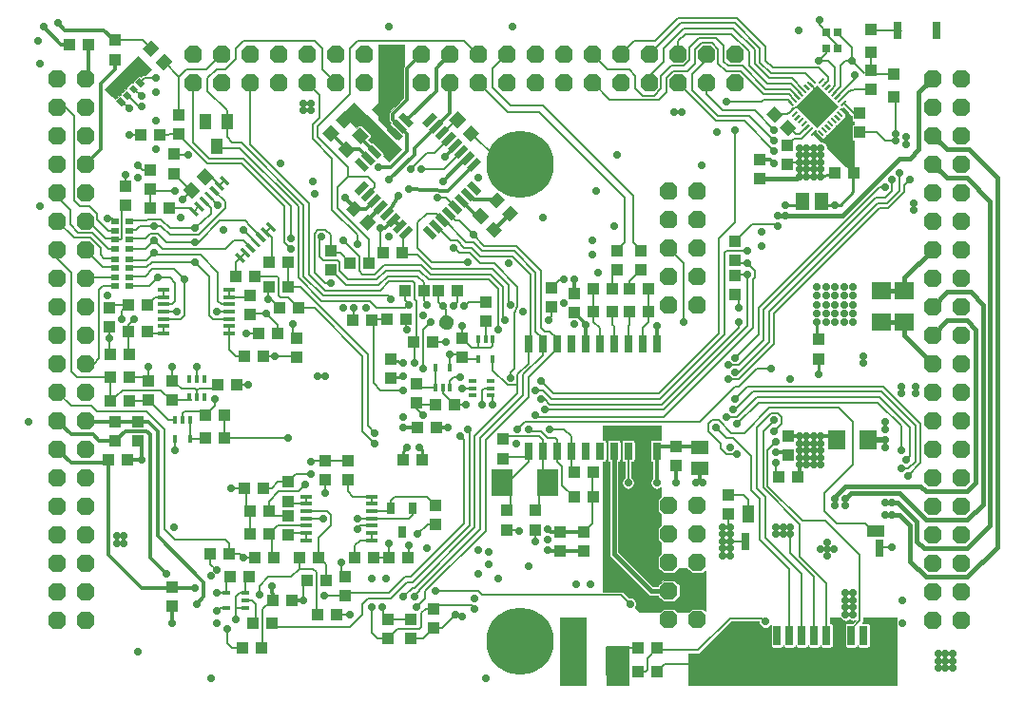
<source format=gbr>
G04 #@! TF.GenerationSoftware,KiCad,Pcbnew,(5.99.0-296-g10468236c)*
G04 #@! TF.CreationDate,2020-04-10T19:10:07+02:00*
G04 #@! TF.ProjectId,kimkong,6b696d6b-6f6e-4672-9e6b-696361645f70,rev?*
G04 #@! TF.SameCoordinates,Original*
G04 #@! TF.FileFunction,Copper,L4,Bot*
G04 #@! TF.FilePolarity,Positive*
%FSLAX46Y46*%
G04 Gerber Fmt 4.6, Leading zero omitted, Abs format (unit mm)*
G04 Created by KiCad (PCBNEW (5.99.0-296-g10468236c)) date 2020-04-10 19:10:07*
%MOMM*%
%LPD*%
G04 APERTURE LIST*
%ADD10C,0.200000*%
%ADD11R,0.800000X1.600000*%
%ADD12R,0.650000X0.750000*%
%ADD13R,1.100000X1.000000*%
%ADD14R,1.000000X1.100000*%
%ADD15R,1.500000X1.300000*%
%ADD16R,1.600000X1.800000*%
%ADD17R,2.000000X2.500000*%
%ADD18R,1.000000X1.400000*%
%ADD19R,1.803000X1.600000*%
%ADD20R,1.800000X1.600000*%
%ADD21R,1.300000X1.500000*%
%ADD22R,0.650000X0.500000*%
%ADD23R,1.000000X1.000000*%
%ADD24R,0.700000X0.400000*%
%ADD25R,0.762000X1.524000*%
%ADD26R,0.700000X1.000000*%
%ADD27R,0.400000X0.700000*%
%ADD28R,1.900000X2.400000*%
%ADD29R,0.350000X0.800000*%
%ADD30R,0.990600X0.304800*%
%ADD31R,0.800000X0.400000*%
%ADD32R,0.400000X0.800000*%
%ADD33R,0.700000X1.750000*%
%ADD34R,0.800000X1.500000*%
%ADD35R,1.000000X1.500000*%
%ADD36R,1.500000X1.000000*%
%ADD37C,0.711200*%
%ADD38C,6.000000*%
%ADD39C,0.203200*%
%ADD40C,0.304800*%
%ADD41C,0.406400*%
%ADD42C,0.254000*%
%ADD43C,0.508000*%
%ADD44C,0.010000*%
%ADD45C,0.101600*%
G04 APERTURE END LIST*
D10*
X178556656Y-82194303D02*
G75*
G02X179240000Y-81880000I683344J-585697D01*
G01*
D11*
X186528600Y-76583600D03*
X183128600Y-76583600D03*
D12*
X177761400Y-78188000D03*
X177761400Y-76788000D03*
X176761400Y-78188000D03*
X176761400Y-76788000D03*
D13*
X139211100Y-99761100D03*
X140911100Y-99761100D03*
D14*
X155142350Y-122994850D03*
X155142350Y-121294850D03*
D15*
X165461100Y-115633600D03*
X165461100Y-113733600D03*
D14*
X154348600Y-101722350D03*
X154348600Y-100022350D03*
X163397350Y-113674850D03*
X163397350Y-115374850D03*
X160222350Y-96212350D03*
X160222350Y-97912350D03*
X158158600Y-96212350D03*
X158158600Y-97912350D03*
X153078600Y-122994850D03*
X153078600Y-121294850D03*
X159213600Y-99602350D03*
X160913600Y-99602350D03*
X160913600Y-101666100D03*
X159213600Y-101666100D03*
X157738600Y-99602350D03*
X156038600Y-99602350D03*
X156038600Y-101666100D03*
X157738600Y-101666100D03*
G04 #@! TA.AperFunction,ComponentPad*
G36*
X108993100Y-128752601D02*
G01*
X108993100Y-129514600D01*
X108612099Y-129895600D01*
X107850100Y-129895600D01*
X107469100Y-129514599D01*
X107469100Y-128752600D01*
X107850101Y-128371600D01*
X108612100Y-128371600D01*
X108993100Y-128752601D01*
G37*
G04 #@! TD.AperFunction*
G04 #@! TA.AperFunction,ComponentPad*
G36*
X111533100Y-128752601D02*
G01*
X111533100Y-129514600D01*
X111152099Y-129895600D01*
X110390100Y-129895600D01*
X110009100Y-129514599D01*
X110009100Y-128752600D01*
X110390101Y-128371600D01*
X111152100Y-128371600D01*
X111533100Y-128752601D01*
G37*
G04 #@! TD.AperFunction*
G04 #@! TA.AperFunction,ComponentPad*
G36*
X108993100Y-126212601D02*
G01*
X108993100Y-126974600D01*
X108612099Y-127355600D01*
X107850100Y-127355600D01*
X107469100Y-126974599D01*
X107469100Y-126212600D01*
X107850101Y-125831600D01*
X108612100Y-125831600D01*
X108993100Y-126212601D01*
G37*
G04 #@! TD.AperFunction*
G04 #@! TA.AperFunction,ComponentPad*
G36*
X111533100Y-126212601D02*
G01*
X111533100Y-126974600D01*
X111152099Y-127355600D01*
X110390100Y-127355600D01*
X110009100Y-126974599D01*
X110009100Y-126212600D01*
X110390101Y-125831600D01*
X111152100Y-125831600D01*
X111533100Y-126212601D01*
G37*
G04 #@! TD.AperFunction*
G04 #@! TA.AperFunction,ComponentPad*
G36*
X108993100Y-123672601D02*
G01*
X108993100Y-124434600D01*
X108612099Y-124815600D01*
X107850100Y-124815600D01*
X107469100Y-124434599D01*
X107469100Y-123672600D01*
X107850101Y-123291600D01*
X108612100Y-123291600D01*
X108993100Y-123672601D01*
G37*
G04 #@! TD.AperFunction*
G04 #@! TA.AperFunction,ComponentPad*
G36*
X111533100Y-123672601D02*
G01*
X111533100Y-124434600D01*
X111152099Y-124815600D01*
X110390100Y-124815600D01*
X110009100Y-124434599D01*
X110009100Y-123672600D01*
X110390101Y-123291600D01*
X111152100Y-123291600D01*
X111533100Y-123672601D01*
G37*
G04 #@! TD.AperFunction*
G04 #@! TA.AperFunction,ComponentPad*
G36*
X108993100Y-121132601D02*
G01*
X108993100Y-121894600D01*
X108612099Y-122275600D01*
X107850100Y-122275600D01*
X107469100Y-121894599D01*
X107469100Y-121132600D01*
X107850101Y-120751600D01*
X108612100Y-120751600D01*
X108993100Y-121132601D01*
G37*
G04 #@! TD.AperFunction*
G04 #@! TA.AperFunction,ComponentPad*
G36*
X111533100Y-121132601D02*
G01*
X111533100Y-121894600D01*
X111152099Y-122275600D01*
X110390100Y-122275600D01*
X110009100Y-121894599D01*
X110009100Y-121132600D01*
X110390101Y-120751600D01*
X111152100Y-120751600D01*
X111533100Y-121132601D01*
G37*
G04 #@! TD.AperFunction*
G04 #@! TA.AperFunction,ComponentPad*
G36*
X108993100Y-118592601D02*
G01*
X108993100Y-119354600D01*
X108612099Y-119735600D01*
X107850100Y-119735600D01*
X107469100Y-119354599D01*
X107469100Y-118592600D01*
X107850101Y-118211600D01*
X108612100Y-118211600D01*
X108993100Y-118592601D01*
G37*
G04 #@! TD.AperFunction*
G04 #@! TA.AperFunction,ComponentPad*
G36*
X111533100Y-118592601D02*
G01*
X111533100Y-119354600D01*
X111152099Y-119735600D01*
X110390100Y-119735600D01*
X110009100Y-119354599D01*
X110009100Y-118592600D01*
X110390101Y-118211600D01*
X111152100Y-118211600D01*
X111533100Y-118592601D01*
G37*
G04 #@! TD.AperFunction*
G04 #@! TA.AperFunction,ComponentPad*
G36*
X108993100Y-116052601D02*
G01*
X108993100Y-116814600D01*
X108612099Y-117195600D01*
X107850100Y-117195600D01*
X107469100Y-116814599D01*
X107469100Y-116052600D01*
X107850101Y-115671600D01*
X108612100Y-115671600D01*
X108993100Y-116052601D01*
G37*
G04 #@! TD.AperFunction*
G04 #@! TA.AperFunction,ComponentPad*
G36*
X111533100Y-116052601D02*
G01*
X111533100Y-116814600D01*
X111152099Y-117195600D01*
X110390100Y-117195600D01*
X110009100Y-116814599D01*
X110009100Y-116052600D01*
X110390101Y-115671600D01*
X111152100Y-115671600D01*
X111533100Y-116052601D01*
G37*
G04 #@! TD.AperFunction*
G04 #@! TA.AperFunction,ComponentPad*
G36*
X108993100Y-113512601D02*
G01*
X108993100Y-114274600D01*
X108612099Y-114655600D01*
X107850100Y-114655600D01*
X107469100Y-114274599D01*
X107469100Y-113512600D01*
X107850101Y-113131600D01*
X108612100Y-113131600D01*
X108993100Y-113512601D01*
G37*
G04 #@! TD.AperFunction*
G04 #@! TA.AperFunction,ComponentPad*
G36*
X111533100Y-113512601D02*
G01*
X111533100Y-114274600D01*
X111152099Y-114655600D01*
X110390100Y-114655600D01*
X110009100Y-114274599D01*
X110009100Y-113512600D01*
X110390101Y-113131600D01*
X111152100Y-113131600D01*
X111533100Y-113512601D01*
G37*
G04 #@! TD.AperFunction*
G04 #@! TA.AperFunction,ComponentPad*
G36*
X108993100Y-110972601D02*
G01*
X108993100Y-111734600D01*
X108612099Y-112115600D01*
X107850100Y-112115600D01*
X107469100Y-111734599D01*
X107469100Y-110972600D01*
X107850101Y-110591600D01*
X108612100Y-110591600D01*
X108993100Y-110972601D01*
G37*
G04 #@! TD.AperFunction*
G04 #@! TA.AperFunction,ComponentPad*
G36*
X111533100Y-110972601D02*
G01*
X111533100Y-111734600D01*
X111152099Y-112115600D01*
X110390100Y-112115600D01*
X110009100Y-111734599D01*
X110009100Y-110972600D01*
X110390101Y-110591600D01*
X111152100Y-110591600D01*
X111533100Y-110972601D01*
G37*
G04 #@! TD.AperFunction*
G04 #@! TA.AperFunction,ComponentPad*
G36*
X108993100Y-108432601D02*
G01*
X108993100Y-109194600D01*
X108612099Y-109575600D01*
X107850100Y-109575600D01*
X107469100Y-109194599D01*
X107469100Y-108432600D01*
X107850101Y-108051600D01*
X108612100Y-108051600D01*
X108993100Y-108432601D01*
G37*
G04 #@! TD.AperFunction*
G04 #@! TA.AperFunction,ComponentPad*
G36*
X111533100Y-108432601D02*
G01*
X111533100Y-109194600D01*
X111152099Y-109575600D01*
X110390100Y-109575600D01*
X110009100Y-109194599D01*
X110009100Y-108432600D01*
X110390101Y-108051600D01*
X111152100Y-108051600D01*
X111533100Y-108432601D01*
G37*
G04 #@! TD.AperFunction*
G04 #@! TA.AperFunction,ComponentPad*
G36*
X108993100Y-105892601D02*
G01*
X108993100Y-106654600D01*
X108612099Y-107035600D01*
X107850100Y-107035600D01*
X107469100Y-106654599D01*
X107469100Y-105892600D01*
X107850101Y-105511600D01*
X108612100Y-105511600D01*
X108993100Y-105892601D01*
G37*
G04 #@! TD.AperFunction*
G04 #@! TA.AperFunction,ComponentPad*
G36*
X111533100Y-105892601D02*
G01*
X111533100Y-106654600D01*
X111152099Y-107035600D01*
X110390100Y-107035600D01*
X110009100Y-106654599D01*
X110009100Y-105892600D01*
X110390101Y-105511600D01*
X111152100Y-105511600D01*
X111533100Y-105892601D01*
G37*
G04 #@! TD.AperFunction*
G04 #@! TA.AperFunction,ComponentPad*
G36*
X108993100Y-103352601D02*
G01*
X108993100Y-104114600D01*
X108612099Y-104495600D01*
X107850100Y-104495600D01*
X107469100Y-104114599D01*
X107469100Y-103352600D01*
X107850101Y-102971600D01*
X108612100Y-102971600D01*
X108993100Y-103352601D01*
G37*
G04 #@! TD.AperFunction*
G04 #@! TA.AperFunction,ComponentPad*
G36*
X111533100Y-103352601D02*
G01*
X111533100Y-104114600D01*
X111152099Y-104495600D01*
X110390100Y-104495600D01*
X110009100Y-104114599D01*
X110009100Y-103352600D01*
X110390101Y-102971600D01*
X111152100Y-102971600D01*
X111533100Y-103352601D01*
G37*
G04 #@! TD.AperFunction*
G04 #@! TA.AperFunction,ComponentPad*
G36*
X108993100Y-100812601D02*
G01*
X108993100Y-101574600D01*
X108612099Y-101955600D01*
X107850100Y-101955600D01*
X107469100Y-101574599D01*
X107469100Y-100812600D01*
X107850101Y-100431600D01*
X108612100Y-100431600D01*
X108993100Y-100812601D01*
G37*
G04 #@! TD.AperFunction*
G04 #@! TA.AperFunction,ComponentPad*
G36*
X111533100Y-100812601D02*
G01*
X111533100Y-101574600D01*
X111152099Y-101955600D01*
X110390100Y-101955600D01*
X110009100Y-101574599D01*
X110009100Y-100812600D01*
X110390101Y-100431600D01*
X111152100Y-100431600D01*
X111533100Y-100812601D01*
G37*
G04 #@! TD.AperFunction*
G04 #@! TA.AperFunction,ComponentPad*
G36*
X108993100Y-98272601D02*
G01*
X108993100Y-99034600D01*
X108612099Y-99415600D01*
X107850100Y-99415600D01*
X107469100Y-99034599D01*
X107469100Y-98272600D01*
X107850101Y-97891600D01*
X108612100Y-97891600D01*
X108993100Y-98272601D01*
G37*
G04 #@! TD.AperFunction*
G04 #@! TA.AperFunction,ComponentPad*
G36*
X111533100Y-98272601D02*
G01*
X111533100Y-99034600D01*
X111152099Y-99415600D01*
X110390100Y-99415600D01*
X110009100Y-99034599D01*
X110009100Y-98272600D01*
X110390101Y-97891600D01*
X111152100Y-97891600D01*
X111533100Y-98272601D01*
G37*
G04 #@! TD.AperFunction*
G04 #@! TA.AperFunction,ComponentPad*
G36*
X108993100Y-95732601D02*
G01*
X108993100Y-96494600D01*
X108612099Y-96875600D01*
X107850100Y-96875600D01*
X107469100Y-96494599D01*
X107469100Y-95732600D01*
X107850101Y-95351600D01*
X108612100Y-95351600D01*
X108993100Y-95732601D01*
G37*
G04 #@! TD.AperFunction*
G04 #@! TA.AperFunction,ComponentPad*
G36*
X111533100Y-95732601D02*
G01*
X111533100Y-96494600D01*
X111152099Y-96875600D01*
X110390100Y-96875600D01*
X110009100Y-96494599D01*
X110009100Y-95732600D01*
X110390101Y-95351600D01*
X111152100Y-95351600D01*
X111533100Y-95732601D01*
G37*
G04 #@! TD.AperFunction*
G04 #@! TA.AperFunction,ComponentPad*
G36*
X108993100Y-93192601D02*
G01*
X108993100Y-93954600D01*
X108612099Y-94335600D01*
X107850100Y-94335600D01*
X107469100Y-93954599D01*
X107469100Y-93192600D01*
X107850101Y-92811600D01*
X108612100Y-92811600D01*
X108993100Y-93192601D01*
G37*
G04 #@! TD.AperFunction*
G04 #@! TA.AperFunction,ComponentPad*
G36*
X111533100Y-93192601D02*
G01*
X111533100Y-93954600D01*
X111152099Y-94335600D01*
X110390100Y-94335600D01*
X110009100Y-93954599D01*
X110009100Y-93192600D01*
X110390101Y-92811600D01*
X111152100Y-92811600D01*
X111533100Y-93192601D01*
G37*
G04 #@! TD.AperFunction*
G04 #@! TA.AperFunction,ComponentPad*
G36*
X108993100Y-90652601D02*
G01*
X108993100Y-91414600D01*
X108612099Y-91795600D01*
X107850100Y-91795600D01*
X107469100Y-91414599D01*
X107469100Y-90652600D01*
X107850101Y-90271600D01*
X108612100Y-90271600D01*
X108993100Y-90652601D01*
G37*
G04 #@! TD.AperFunction*
G04 #@! TA.AperFunction,ComponentPad*
G36*
X111533100Y-90652601D02*
G01*
X111533100Y-91414600D01*
X111152099Y-91795600D01*
X110390100Y-91795600D01*
X110009100Y-91414599D01*
X110009100Y-90652600D01*
X110390101Y-90271600D01*
X111152100Y-90271600D01*
X111533100Y-90652601D01*
G37*
G04 #@! TD.AperFunction*
G04 #@! TA.AperFunction,ComponentPad*
G36*
X108993100Y-88112601D02*
G01*
X108993100Y-88874600D01*
X108612099Y-89255600D01*
X107850100Y-89255600D01*
X107469100Y-88874599D01*
X107469100Y-88112600D01*
X107850101Y-87731600D01*
X108612100Y-87731600D01*
X108993100Y-88112601D01*
G37*
G04 #@! TD.AperFunction*
G04 #@! TA.AperFunction,ComponentPad*
G36*
X111533100Y-88112601D02*
G01*
X111533100Y-88874600D01*
X111152099Y-89255600D01*
X110390100Y-89255600D01*
X110009100Y-88874599D01*
X110009100Y-88112600D01*
X110390101Y-87731600D01*
X111152100Y-87731600D01*
X111533100Y-88112601D01*
G37*
G04 #@! TD.AperFunction*
G04 #@! TA.AperFunction,ComponentPad*
G36*
X108993100Y-85572601D02*
G01*
X108993100Y-86334600D01*
X108612099Y-86715600D01*
X107850100Y-86715600D01*
X107469100Y-86334599D01*
X107469100Y-85572600D01*
X107850101Y-85191600D01*
X108612100Y-85191600D01*
X108993100Y-85572601D01*
G37*
G04 #@! TD.AperFunction*
G04 #@! TA.AperFunction,ComponentPad*
G36*
X111533100Y-85572601D02*
G01*
X111533100Y-86334600D01*
X111152099Y-86715600D01*
X110390100Y-86715600D01*
X110009100Y-86334599D01*
X110009100Y-85572600D01*
X110390101Y-85191600D01*
X111152100Y-85191600D01*
X111533100Y-85572601D01*
G37*
G04 #@! TD.AperFunction*
G04 #@! TA.AperFunction,ComponentPad*
G36*
X108993100Y-83032601D02*
G01*
X108993100Y-83794600D01*
X108612099Y-84175600D01*
X107850100Y-84175600D01*
X107469100Y-83794599D01*
X107469100Y-83032600D01*
X107850101Y-82651600D01*
X108612100Y-82651600D01*
X108993100Y-83032601D01*
G37*
G04 #@! TD.AperFunction*
G04 #@! TA.AperFunction,ComponentPad*
G36*
X111533100Y-83032601D02*
G01*
X111533100Y-83794600D01*
X111152099Y-84175600D01*
X110390100Y-84175600D01*
X110009100Y-83794599D01*
X110009100Y-83032600D01*
X110390101Y-82651600D01*
X111152100Y-82651600D01*
X111533100Y-83032601D01*
G37*
G04 #@! TD.AperFunction*
G04 #@! TA.AperFunction,ComponentPad*
G36*
X108993100Y-80492601D02*
G01*
X108993100Y-81254600D01*
X108612099Y-81635600D01*
X107850100Y-81635600D01*
X107469100Y-81254599D01*
X107469100Y-80492600D01*
X107850101Y-80111600D01*
X108612100Y-80111600D01*
X108993100Y-80492601D01*
G37*
G04 #@! TD.AperFunction*
G04 #@! TA.AperFunction,ComponentPad*
G36*
X111533100Y-80492601D02*
G01*
X111533100Y-81254600D01*
X111152099Y-81635600D01*
X110390100Y-81635600D01*
X110009100Y-81254599D01*
X110009100Y-80492600D01*
X110390101Y-80111600D01*
X111152100Y-80111600D01*
X111533100Y-80492601D01*
G37*
G04 #@! TD.AperFunction*
G04 #@! TA.AperFunction,ComponentPad*
G36*
X168250101Y-80511600D02*
G01*
X169012100Y-80511600D01*
X169393100Y-80892601D01*
X169393100Y-81654600D01*
X169012099Y-82035600D01*
X168250100Y-82035600D01*
X167869100Y-81654599D01*
X167869100Y-80892600D01*
X168250101Y-80511600D01*
G37*
G04 #@! TD.AperFunction*
G04 #@! TA.AperFunction,ComponentPad*
G36*
X168250101Y-77971600D02*
G01*
X169012100Y-77971600D01*
X169393100Y-78352601D01*
X169393100Y-79114600D01*
X169012099Y-79495600D01*
X168250100Y-79495600D01*
X167869100Y-79114599D01*
X167869100Y-78352600D01*
X168250101Y-77971600D01*
G37*
G04 #@! TD.AperFunction*
G04 #@! TA.AperFunction,ComponentPad*
G36*
X165710101Y-80511600D02*
G01*
X166472100Y-80511600D01*
X166853100Y-80892601D01*
X166853100Y-81654600D01*
X166472099Y-82035600D01*
X165710100Y-82035600D01*
X165329100Y-81654599D01*
X165329100Y-80892600D01*
X165710101Y-80511600D01*
G37*
G04 #@! TD.AperFunction*
G04 #@! TA.AperFunction,ComponentPad*
G36*
X165710101Y-77971600D02*
G01*
X166472100Y-77971600D01*
X166853100Y-78352601D01*
X166853100Y-79114600D01*
X166472099Y-79495600D01*
X165710100Y-79495600D01*
X165329100Y-79114599D01*
X165329100Y-78352600D01*
X165710101Y-77971600D01*
G37*
G04 #@! TD.AperFunction*
G04 #@! TA.AperFunction,ComponentPad*
G36*
X163170101Y-80511600D02*
G01*
X163932100Y-80511600D01*
X164313100Y-80892601D01*
X164313100Y-81654600D01*
X163932099Y-82035600D01*
X163170100Y-82035600D01*
X162789100Y-81654599D01*
X162789100Y-80892600D01*
X163170101Y-80511600D01*
G37*
G04 #@! TD.AperFunction*
G04 #@! TA.AperFunction,ComponentPad*
G36*
X163170101Y-77971600D02*
G01*
X163932100Y-77971600D01*
X164313100Y-78352601D01*
X164313100Y-79114600D01*
X163932099Y-79495600D01*
X163170100Y-79495600D01*
X162789100Y-79114599D01*
X162789100Y-78352600D01*
X163170101Y-77971600D01*
G37*
G04 #@! TD.AperFunction*
G04 #@! TA.AperFunction,ComponentPad*
G36*
X160630101Y-80511600D02*
G01*
X161392100Y-80511600D01*
X161773100Y-80892601D01*
X161773100Y-81654600D01*
X161392099Y-82035600D01*
X160630100Y-82035600D01*
X160249100Y-81654599D01*
X160249100Y-80892600D01*
X160630101Y-80511600D01*
G37*
G04 #@! TD.AperFunction*
G04 #@! TA.AperFunction,ComponentPad*
G36*
X160630101Y-77971600D02*
G01*
X161392100Y-77971600D01*
X161773100Y-78352601D01*
X161773100Y-79114600D01*
X161392099Y-79495600D01*
X160630100Y-79495600D01*
X160249100Y-79114599D01*
X160249100Y-78352600D01*
X160630101Y-77971600D01*
G37*
G04 #@! TD.AperFunction*
G04 #@! TA.AperFunction,ComponentPad*
G36*
X158090101Y-80511600D02*
G01*
X158852100Y-80511600D01*
X159233100Y-80892601D01*
X159233100Y-81654600D01*
X158852099Y-82035600D01*
X158090100Y-82035600D01*
X157709100Y-81654599D01*
X157709100Y-80892600D01*
X158090101Y-80511600D01*
G37*
G04 #@! TD.AperFunction*
G04 #@! TA.AperFunction,ComponentPad*
G36*
X158090101Y-77971600D02*
G01*
X158852100Y-77971600D01*
X159233100Y-78352601D01*
X159233100Y-79114600D01*
X158852099Y-79495600D01*
X158090100Y-79495600D01*
X157709100Y-79114599D01*
X157709100Y-78352600D01*
X158090101Y-77971600D01*
G37*
G04 #@! TD.AperFunction*
G04 #@! TA.AperFunction,ComponentPad*
G36*
X155550101Y-80511600D02*
G01*
X156312100Y-80511600D01*
X156693100Y-80892601D01*
X156693100Y-81654600D01*
X156312099Y-82035600D01*
X155550100Y-82035600D01*
X155169100Y-81654599D01*
X155169100Y-80892600D01*
X155550101Y-80511600D01*
G37*
G04 #@! TD.AperFunction*
G04 #@! TA.AperFunction,ComponentPad*
G36*
X155550101Y-77971600D02*
G01*
X156312100Y-77971600D01*
X156693100Y-78352601D01*
X156693100Y-79114600D01*
X156312099Y-79495600D01*
X155550100Y-79495600D01*
X155169100Y-79114599D01*
X155169100Y-78352600D01*
X155550101Y-77971600D01*
G37*
G04 #@! TD.AperFunction*
G04 #@! TA.AperFunction,ComponentPad*
G36*
X153010101Y-80511600D02*
G01*
X153772100Y-80511600D01*
X154153100Y-80892601D01*
X154153100Y-81654600D01*
X153772099Y-82035600D01*
X153010100Y-82035600D01*
X152629100Y-81654599D01*
X152629100Y-80892600D01*
X153010101Y-80511600D01*
G37*
G04 #@! TD.AperFunction*
G04 #@! TA.AperFunction,ComponentPad*
G36*
X153010101Y-77971600D02*
G01*
X153772100Y-77971600D01*
X154153100Y-78352601D01*
X154153100Y-79114600D01*
X153772099Y-79495600D01*
X153010100Y-79495600D01*
X152629100Y-79114599D01*
X152629100Y-78352600D01*
X153010101Y-77971600D01*
G37*
G04 #@! TD.AperFunction*
G04 #@! TA.AperFunction,ComponentPad*
G36*
X150470101Y-80511600D02*
G01*
X151232100Y-80511600D01*
X151613100Y-80892601D01*
X151613100Y-81654600D01*
X151232099Y-82035600D01*
X150470100Y-82035600D01*
X150089100Y-81654599D01*
X150089100Y-80892600D01*
X150470101Y-80511600D01*
G37*
G04 #@! TD.AperFunction*
G04 #@! TA.AperFunction,ComponentPad*
G36*
X150470101Y-77971600D02*
G01*
X151232100Y-77971600D01*
X151613100Y-78352601D01*
X151613100Y-79114600D01*
X151232099Y-79495600D01*
X150470100Y-79495600D01*
X150089100Y-79114599D01*
X150089100Y-78352600D01*
X150470101Y-77971600D01*
G37*
G04 #@! TD.AperFunction*
G04 #@! TA.AperFunction,ComponentPad*
G36*
X147930101Y-80511600D02*
G01*
X148692100Y-80511600D01*
X149073100Y-80892601D01*
X149073100Y-81654600D01*
X148692099Y-82035600D01*
X147930100Y-82035600D01*
X147549100Y-81654599D01*
X147549100Y-80892600D01*
X147930101Y-80511600D01*
G37*
G04 #@! TD.AperFunction*
G04 #@! TA.AperFunction,ComponentPad*
G36*
X147930101Y-77971600D02*
G01*
X148692100Y-77971600D01*
X149073100Y-78352601D01*
X149073100Y-79114600D01*
X148692099Y-79495600D01*
X147930100Y-79495600D01*
X147549100Y-79114599D01*
X147549100Y-78352600D01*
X147930101Y-77971600D01*
G37*
G04 #@! TD.AperFunction*
G04 #@! TA.AperFunction,ComponentPad*
G36*
X145390101Y-80511600D02*
G01*
X146152100Y-80511600D01*
X146533100Y-80892601D01*
X146533100Y-81654600D01*
X146152099Y-82035600D01*
X145390100Y-82035600D01*
X145009100Y-81654599D01*
X145009100Y-80892600D01*
X145390101Y-80511600D01*
G37*
G04 #@! TD.AperFunction*
G04 #@! TA.AperFunction,ComponentPad*
G36*
X145390101Y-77971600D02*
G01*
X146152100Y-77971600D01*
X146533100Y-78352601D01*
X146533100Y-79114600D01*
X146152099Y-79495600D01*
X145390100Y-79495600D01*
X145009100Y-79114599D01*
X145009100Y-78352600D01*
X145390101Y-77971600D01*
G37*
G04 #@! TD.AperFunction*
G04 #@! TA.AperFunction,ComponentPad*
G36*
X142850101Y-80511600D02*
G01*
X143612100Y-80511600D01*
X143993100Y-80892601D01*
X143993100Y-81654600D01*
X143612099Y-82035600D01*
X142850100Y-82035600D01*
X142469100Y-81654599D01*
X142469100Y-80892600D01*
X142850101Y-80511600D01*
G37*
G04 #@! TD.AperFunction*
G04 #@! TA.AperFunction,ComponentPad*
G36*
X142850101Y-77971600D02*
G01*
X143612100Y-77971600D01*
X143993100Y-78352601D01*
X143993100Y-79114600D01*
X143612099Y-79495600D01*
X142850100Y-79495600D01*
X142469100Y-79114599D01*
X142469100Y-78352600D01*
X142850101Y-77971600D01*
G37*
G04 #@! TD.AperFunction*
G04 #@! TA.AperFunction,ComponentPad*
G36*
X140310101Y-80511600D02*
G01*
X141072100Y-80511600D01*
X141453100Y-80892601D01*
X141453100Y-81654600D01*
X141072099Y-82035600D01*
X140310100Y-82035600D01*
X139929100Y-81654599D01*
X139929100Y-80892600D01*
X140310101Y-80511600D01*
G37*
G04 #@! TD.AperFunction*
G04 #@! TA.AperFunction,ComponentPad*
G36*
X140310101Y-77971600D02*
G01*
X141072100Y-77971600D01*
X141453100Y-78352601D01*
X141453100Y-79114600D01*
X141072099Y-79495600D01*
X140310100Y-79495600D01*
X139929100Y-79114599D01*
X139929100Y-78352600D01*
X140310101Y-77971600D01*
G37*
G04 #@! TD.AperFunction*
G04 #@! TA.AperFunction,ComponentPad*
G36*
X137770101Y-80511600D02*
G01*
X138532100Y-80511600D01*
X138913100Y-80892601D01*
X138913100Y-81654600D01*
X138532099Y-82035600D01*
X137770100Y-82035600D01*
X137389100Y-81654599D01*
X137389100Y-80892600D01*
X137770101Y-80511600D01*
G37*
G04 #@! TD.AperFunction*
G04 #@! TA.AperFunction,ComponentPad*
G36*
X137770101Y-77971600D02*
G01*
X138532100Y-77971600D01*
X138913100Y-78352601D01*
X138913100Y-79114600D01*
X138532099Y-79495600D01*
X137770100Y-79495600D01*
X137389100Y-79114599D01*
X137389100Y-78352600D01*
X137770101Y-77971600D01*
G37*
G04 #@! TD.AperFunction*
G04 #@! TA.AperFunction,ComponentPad*
G36*
X135230101Y-80511600D02*
G01*
X135992100Y-80511600D01*
X136373100Y-80892601D01*
X136373100Y-81654600D01*
X135992099Y-82035600D01*
X135230100Y-82035600D01*
X134849100Y-81654599D01*
X134849100Y-80892600D01*
X135230101Y-80511600D01*
G37*
G04 #@! TD.AperFunction*
G04 #@! TA.AperFunction,ComponentPad*
G36*
X135230101Y-77971600D02*
G01*
X135992100Y-77971600D01*
X136373100Y-78352601D01*
X136373100Y-79114600D01*
X135992099Y-79495600D01*
X135230100Y-79495600D01*
X134849100Y-79114599D01*
X134849100Y-78352600D01*
X135230101Y-77971600D01*
G37*
G04 #@! TD.AperFunction*
G04 #@! TA.AperFunction,ComponentPad*
G36*
X132690101Y-80511600D02*
G01*
X133452100Y-80511600D01*
X133833100Y-80892601D01*
X133833100Y-81654600D01*
X133452099Y-82035600D01*
X132690100Y-82035600D01*
X132309100Y-81654599D01*
X132309100Y-80892600D01*
X132690101Y-80511600D01*
G37*
G04 #@! TD.AperFunction*
G04 #@! TA.AperFunction,ComponentPad*
G36*
X132690101Y-77971600D02*
G01*
X133452100Y-77971600D01*
X133833100Y-78352601D01*
X133833100Y-79114600D01*
X133452099Y-79495600D01*
X132690100Y-79495600D01*
X132309100Y-79114599D01*
X132309100Y-78352600D01*
X132690101Y-77971600D01*
G37*
G04 #@! TD.AperFunction*
G04 #@! TA.AperFunction,ComponentPad*
G36*
X130150101Y-80511600D02*
G01*
X130912100Y-80511600D01*
X131293100Y-80892601D01*
X131293100Y-81654600D01*
X130912099Y-82035600D01*
X130150100Y-82035600D01*
X129769100Y-81654599D01*
X129769100Y-80892600D01*
X130150101Y-80511600D01*
G37*
G04 #@! TD.AperFunction*
G04 #@! TA.AperFunction,ComponentPad*
G36*
X130150101Y-77971600D02*
G01*
X130912100Y-77971600D01*
X131293100Y-78352601D01*
X131293100Y-79114600D01*
X130912099Y-79495600D01*
X130150100Y-79495600D01*
X129769100Y-79114599D01*
X129769100Y-78352600D01*
X130150101Y-77971600D01*
G37*
G04 #@! TD.AperFunction*
G04 #@! TA.AperFunction,ComponentPad*
G36*
X127610101Y-80511600D02*
G01*
X128372100Y-80511600D01*
X128753100Y-80892601D01*
X128753100Y-81654600D01*
X128372099Y-82035600D01*
X127610100Y-82035600D01*
X127229100Y-81654599D01*
X127229100Y-80892600D01*
X127610101Y-80511600D01*
G37*
G04 #@! TD.AperFunction*
G04 #@! TA.AperFunction,ComponentPad*
G36*
X127610101Y-77971600D02*
G01*
X128372100Y-77971600D01*
X128753100Y-78352601D01*
X128753100Y-79114600D01*
X128372099Y-79495600D01*
X127610100Y-79495600D01*
X127229100Y-79114599D01*
X127229100Y-78352600D01*
X127610101Y-77971600D01*
G37*
G04 #@! TD.AperFunction*
G04 #@! TA.AperFunction,ComponentPad*
G36*
X125070101Y-80511600D02*
G01*
X125832100Y-80511600D01*
X126213100Y-80892601D01*
X126213100Y-81654600D01*
X125832099Y-82035600D01*
X125070100Y-82035600D01*
X124689100Y-81654599D01*
X124689100Y-80892600D01*
X125070101Y-80511600D01*
G37*
G04 #@! TD.AperFunction*
G04 #@! TA.AperFunction,ComponentPad*
G36*
X125070101Y-77971600D02*
G01*
X125832100Y-77971600D01*
X126213100Y-78352601D01*
X126213100Y-79114600D01*
X125832099Y-79495600D01*
X125070100Y-79495600D01*
X124689100Y-79114599D01*
X124689100Y-78352600D01*
X125070101Y-77971600D01*
G37*
G04 #@! TD.AperFunction*
G04 #@! TA.AperFunction,ComponentPad*
G36*
X122530101Y-80511600D02*
G01*
X123292100Y-80511600D01*
X123673100Y-80892601D01*
X123673100Y-81654600D01*
X123292099Y-82035600D01*
X122530100Y-82035600D01*
X122149100Y-81654599D01*
X122149100Y-80892600D01*
X122530101Y-80511600D01*
G37*
G04 #@! TD.AperFunction*
G04 #@! TA.AperFunction,ComponentPad*
G36*
X122530101Y-77971600D02*
G01*
X123292100Y-77971600D01*
X123673100Y-78352601D01*
X123673100Y-79114600D01*
X123292099Y-79495600D01*
X122530100Y-79495600D01*
X122149100Y-79114599D01*
X122149100Y-78352600D01*
X122530101Y-77971600D01*
G37*
G04 #@! TD.AperFunction*
G04 #@! TA.AperFunction,ComponentPad*
G36*
X119990101Y-80511600D02*
G01*
X120752100Y-80511600D01*
X121133100Y-80892601D01*
X121133100Y-81654600D01*
X120752099Y-82035600D01*
X119990100Y-82035600D01*
X119609100Y-81654599D01*
X119609100Y-80892600D01*
X119990101Y-80511600D01*
G37*
G04 #@! TD.AperFunction*
G04 #@! TA.AperFunction,ComponentPad*
G36*
X119990101Y-77971600D02*
G01*
X120752100Y-77971600D01*
X121133100Y-78352601D01*
X121133100Y-79114600D01*
X120752099Y-79495600D01*
X119990100Y-79495600D01*
X119609100Y-79114599D01*
X119609100Y-78352600D01*
X119990101Y-77971600D01*
G37*
G04 #@! TD.AperFunction*
G04 #@! TA.AperFunction,ComponentPad*
G36*
X186993100Y-128752601D02*
G01*
X186993100Y-129514600D01*
X186612099Y-129895600D01*
X185850100Y-129895600D01*
X185469100Y-129514599D01*
X185469100Y-128752600D01*
X185850101Y-128371600D01*
X186612100Y-128371600D01*
X186993100Y-128752601D01*
G37*
G04 #@! TD.AperFunction*
G04 #@! TA.AperFunction,ComponentPad*
G36*
X189533100Y-128752601D02*
G01*
X189533100Y-129514600D01*
X189152099Y-129895600D01*
X188390100Y-129895600D01*
X188009100Y-129514599D01*
X188009100Y-128752600D01*
X188390101Y-128371600D01*
X189152100Y-128371600D01*
X189533100Y-128752601D01*
G37*
G04 #@! TD.AperFunction*
G04 #@! TA.AperFunction,ComponentPad*
G36*
X186993100Y-126212601D02*
G01*
X186993100Y-126974600D01*
X186612099Y-127355600D01*
X185850100Y-127355600D01*
X185469100Y-126974599D01*
X185469100Y-126212600D01*
X185850101Y-125831600D01*
X186612100Y-125831600D01*
X186993100Y-126212601D01*
G37*
G04 #@! TD.AperFunction*
G04 #@! TA.AperFunction,ComponentPad*
G36*
X189533100Y-126212601D02*
G01*
X189533100Y-126974600D01*
X189152099Y-127355600D01*
X188390100Y-127355600D01*
X188009100Y-126974599D01*
X188009100Y-126212600D01*
X188390101Y-125831600D01*
X189152100Y-125831600D01*
X189533100Y-126212601D01*
G37*
G04 #@! TD.AperFunction*
G04 #@! TA.AperFunction,ComponentPad*
G36*
X186993100Y-123672601D02*
G01*
X186993100Y-124434600D01*
X186612099Y-124815600D01*
X185850100Y-124815600D01*
X185469100Y-124434599D01*
X185469100Y-123672600D01*
X185850101Y-123291600D01*
X186612100Y-123291600D01*
X186993100Y-123672601D01*
G37*
G04 #@! TD.AperFunction*
G04 #@! TA.AperFunction,ComponentPad*
G36*
X189533100Y-123672601D02*
G01*
X189533100Y-124434600D01*
X189152099Y-124815600D01*
X188390100Y-124815600D01*
X188009100Y-124434599D01*
X188009100Y-123672600D01*
X188390101Y-123291600D01*
X189152100Y-123291600D01*
X189533100Y-123672601D01*
G37*
G04 #@! TD.AperFunction*
G04 #@! TA.AperFunction,ComponentPad*
G36*
X186993100Y-121132601D02*
G01*
X186993100Y-121894600D01*
X186612099Y-122275600D01*
X185850100Y-122275600D01*
X185469100Y-121894599D01*
X185469100Y-121132600D01*
X185850101Y-120751600D01*
X186612100Y-120751600D01*
X186993100Y-121132601D01*
G37*
G04 #@! TD.AperFunction*
G04 #@! TA.AperFunction,ComponentPad*
G36*
X189533100Y-121132601D02*
G01*
X189533100Y-121894600D01*
X189152099Y-122275600D01*
X188390100Y-122275600D01*
X188009100Y-121894599D01*
X188009100Y-121132600D01*
X188390101Y-120751600D01*
X189152100Y-120751600D01*
X189533100Y-121132601D01*
G37*
G04 #@! TD.AperFunction*
G04 #@! TA.AperFunction,ComponentPad*
G36*
X186993100Y-118592601D02*
G01*
X186993100Y-119354600D01*
X186612099Y-119735600D01*
X185850100Y-119735600D01*
X185469100Y-119354599D01*
X185469100Y-118592600D01*
X185850101Y-118211600D01*
X186612100Y-118211600D01*
X186993100Y-118592601D01*
G37*
G04 #@! TD.AperFunction*
G04 #@! TA.AperFunction,ComponentPad*
G36*
X189533100Y-118592601D02*
G01*
X189533100Y-119354600D01*
X189152099Y-119735600D01*
X188390100Y-119735600D01*
X188009100Y-119354599D01*
X188009100Y-118592600D01*
X188390101Y-118211600D01*
X189152100Y-118211600D01*
X189533100Y-118592601D01*
G37*
G04 #@! TD.AperFunction*
G04 #@! TA.AperFunction,ComponentPad*
G36*
X186993100Y-116052601D02*
G01*
X186993100Y-116814600D01*
X186612099Y-117195600D01*
X185850100Y-117195600D01*
X185469100Y-116814599D01*
X185469100Y-116052600D01*
X185850101Y-115671600D01*
X186612100Y-115671600D01*
X186993100Y-116052601D01*
G37*
G04 #@! TD.AperFunction*
G04 #@! TA.AperFunction,ComponentPad*
G36*
X189533100Y-116052601D02*
G01*
X189533100Y-116814600D01*
X189152099Y-117195600D01*
X188390100Y-117195600D01*
X188009100Y-116814599D01*
X188009100Y-116052600D01*
X188390101Y-115671600D01*
X189152100Y-115671600D01*
X189533100Y-116052601D01*
G37*
G04 #@! TD.AperFunction*
G04 #@! TA.AperFunction,ComponentPad*
G36*
X186993100Y-113512601D02*
G01*
X186993100Y-114274600D01*
X186612099Y-114655600D01*
X185850100Y-114655600D01*
X185469100Y-114274599D01*
X185469100Y-113512600D01*
X185850101Y-113131600D01*
X186612100Y-113131600D01*
X186993100Y-113512601D01*
G37*
G04 #@! TD.AperFunction*
G04 #@! TA.AperFunction,ComponentPad*
G36*
X189533100Y-113512601D02*
G01*
X189533100Y-114274600D01*
X189152099Y-114655600D01*
X188390100Y-114655600D01*
X188009100Y-114274599D01*
X188009100Y-113512600D01*
X188390101Y-113131600D01*
X189152100Y-113131600D01*
X189533100Y-113512601D01*
G37*
G04 #@! TD.AperFunction*
G04 #@! TA.AperFunction,ComponentPad*
G36*
X186993100Y-110972601D02*
G01*
X186993100Y-111734600D01*
X186612099Y-112115600D01*
X185850100Y-112115600D01*
X185469100Y-111734599D01*
X185469100Y-110972600D01*
X185850101Y-110591600D01*
X186612100Y-110591600D01*
X186993100Y-110972601D01*
G37*
G04 #@! TD.AperFunction*
G04 #@! TA.AperFunction,ComponentPad*
G36*
X189533100Y-110972601D02*
G01*
X189533100Y-111734600D01*
X189152099Y-112115600D01*
X188390100Y-112115600D01*
X188009100Y-111734599D01*
X188009100Y-110972600D01*
X188390101Y-110591600D01*
X189152100Y-110591600D01*
X189533100Y-110972601D01*
G37*
G04 #@! TD.AperFunction*
G04 #@! TA.AperFunction,ComponentPad*
G36*
X186993100Y-108432601D02*
G01*
X186993100Y-109194600D01*
X186612099Y-109575600D01*
X185850100Y-109575600D01*
X185469100Y-109194599D01*
X185469100Y-108432600D01*
X185850101Y-108051600D01*
X186612100Y-108051600D01*
X186993100Y-108432601D01*
G37*
G04 #@! TD.AperFunction*
G04 #@! TA.AperFunction,ComponentPad*
G36*
X189533100Y-108432601D02*
G01*
X189533100Y-109194600D01*
X189152099Y-109575600D01*
X188390100Y-109575600D01*
X188009100Y-109194599D01*
X188009100Y-108432600D01*
X188390101Y-108051600D01*
X189152100Y-108051600D01*
X189533100Y-108432601D01*
G37*
G04 #@! TD.AperFunction*
G04 #@! TA.AperFunction,ComponentPad*
G36*
X186993100Y-105892601D02*
G01*
X186993100Y-106654600D01*
X186612099Y-107035600D01*
X185850100Y-107035600D01*
X185469100Y-106654599D01*
X185469100Y-105892600D01*
X185850101Y-105511600D01*
X186612100Y-105511600D01*
X186993100Y-105892601D01*
G37*
G04 #@! TD.AperFunction*
G04 #@! TA.AperFunction,ComponentPad*
G36*
X189533100Y-105892601D02*
G01*
X189533100Y-106654600D01*
X189152099Y-107035600D01*
X188390100Y-107035600D01*
X188009100Y-106654599D01*
X188009100Y-105892600D01*
X188390101Y-105511600D01*
X189152100Y-105511600D01*
X189533100Y-105892601D01*
G37*
G04 #@! TD.AperFunction*
G04 #@! TA.AperFunction,ComponentPad*
G36*
X186993100Y-103352601D02*
G01*
X186993100Y-104114600D01*
X186612099Y-104495600D01*
X185850100Y-104495600D01*
X185469100Y-104114599D01*
X185469100Y-103352600D01*
X185850101Y-102971600D01*
X186612100Y-102971600D01*
X186993100Y-103352601D01*
G37*
G04 #@! TD.AperFunction*
G04 #@! TA.AperFunction,ComponentPad*
G36*
X189533100Y-103352601D02*
G01*
X189533100Y-104114600D01*
X189152099Y-104495600D01*
X188390100Y-104495600D01*
X188009100Y-104114599D01*
X188009100Y-103352600D01*
X188390101Y-102971600D01*
X189152100Y-102971600D01*
X189533100Y-103352601D01*
G37*
G04 #@! TD.AperFunction*
G04 #@! TA.AperFunction,ComponentPad*
G36*
X186993100Y-100812601D02*
G01*
X186993100Y-101574600D01*
X186612099Y-101955600D01*
X185850100Y-101955600D01*
X185469100Y-101574599D01*
X185469100Y-100812600D01*
X185850101Y-100431600D01*
X186612100Y-100431600D01*
X186993100Y-100812601D01*
G37*
G04 #@! TD.AperFunction*
G04 #@! TA.AperFunction,ComponentPad*
G36*
X189533100Y-100812601D02*
G01*
X189533100Y-101574600D01*
X189152099Y-101955600D01*
X188390100Y-101955600D01*
X188009100Y-101574599D01*
X188009100Y-100812600D01*
X188390101Y-100431600D01*
X189152100Y-100431600D01*
X189533100Y-100812601D01*
G37*
G04 #@! TD.AperFunction*
G04 #@! TA.AperFunction,ComponentPad*
G36*
X186993100Y-98272601D02*
G01*
X186993100Y-99034600D01*
X186612099Y-99415600D01*
X185850100Y-99415600D01*
X185469100Y-99034599D01*
X185469100Y-98272600D01*
X185850101Y-97891600D01*
X186612100Y-97891600D01*
X186993100Y-98272601D01*
G37*
G04 #@! TD.AperFunction*
G04 #@! TA.AperFunction,ComponentPad*
G36*
X189533100Y-98272601D02*
G01*
X189533100Y-99034600D01*
X189152099Y-99415600D01*
X188390100Y-99415600D01*
X188009100Y-99034599D01*
X188009100Y-98272600D01*
X188390101Y-97891600D01*
X189152100Y-97891600D01*
X189533100Y-98272601D01*
G37*
G04 #@! TD.AperFunction*
G04 #@! TA.AperFunction,ComponentPad*
G36*
X186993100Y-95732601D02*
G01*
X186993100Y-96494600D01*
X186612099Y-96875600D01*
X185850100Y-96875600D01*
X185469100Y-96494599D01*
X185469100Y-95732600D01*
X185850101Y-95351600D01*
X186612100Y-95351600D01*
X186993100Y-95732601D01*
G37*
G04 #@! TD.AperFunction*
G04 #@! TA.AperFunction,ComponentPad*
G36*
X189533100Y-95732601D02*
G01*
X189533100Y-96494600D01*
X189152099Y-96875600D01*
X188390100Y-96875600D01*
X188009100Y-96494599D01*
X188009100Y-95732600D01*
X188390101Y-95351600D01*
X189152100Y-95351600D01*
X189533100Y-95732601D01*
G37*
G04 #@! TD.AperFunction*
G04 #@! TA.AperFunction,ComponentPad*
G36*
X186993100Y-93192601D02*
G01*
X186993100Y-93954600D01*
X186612099Y-94335600D01*
X185850100Y-94335600D01*
X185469100Y-93954599D01*
X185469100Y-93192600D01*
X185850101Y-92811600D01*
X186612100Y-92811600D01*
X186993100Y-93192601D01*
G37*
G04 #@! TD.AperFunction*
G04 #@! TA.AperFunction,ComponentPad*
G36*
X189533100Y-93192601D02*
G01*
X189533100Y-93954600D01*
X189152099Y-94335600D01*
X188390100Y-94335600D01*
X188009100Y-93954599D01*
X188009100Y-93192600D01*
X188390101Y-92811600D01*
X189152100Y-92811600D01*
X189533100Y-93192601D01*
G37*
G04 #@! TD.AperFunction*
G04 #@! TA.AperFunction,ComponentPad*
G36*
X186993100Y-90652601D02*
G01*
X186993100Y-91414600D01*
X186612099Y-91795600D01*
X185850100Y-91795600D01*
X185469100Y-91414599D01*
X185469100Y-90652600D01*
X185850101Y-90271600D01*
X186612100Y-90271600D01*
X186993100Y-90652601D01*
G37*
G04 #@! TD.AperFunction*
G04 #@! TA.AperFunction,ComponentPad*
G36*
X189533100Y-90652601D02*
G01*
X189533100Y-91414600D01*
X189152099Y-91795600D01*
X188390100Y-91795600D01*
X188009100Y-91414599D01*
X188009100Y-90652600D01*
X188390101Y-90271600D01*
X189152100Y-90271600D01*
X189533100Y-90652601D01*
G37*
G04 #@! TD.AperFunction*
G04 #@! TA.AperFunction,ComponentPad*
G36*
X186993100Y-88112601D02*
G01*
X186993100Y-88874600D01*
X186612099Y-89255600D01*
X185850100Y-89255600D01*
X185469100Y-88874599D01*
X185469100Y-88112600D01*
X185850101Y-87731600D01*
X186612100Y-87731600D01*
X186993100Y-88112601D01*
G37*
G04 #@! TD.AperFunction*
G04 #@! TA.AperFunction,ComponentPad*
G36*
X189533100Y-88112601D02*
G01*
X189533100Y-88874600D01*
X189152099Y-89255600D01*
X188390100Y-89255600D01*
X188009100Y-88874599D01*
X188009100Y-88112600D01*
X188390101Y-87731600D01*
X189152100Y-87731600D01*
X189533100Y-88112601D01*
G37*
G04 #@! TD.AperFunction*
G04 #@! TA.AperFunction,ComponentPad*
G36*
X186993100Y-85572601D02*
G01*
X186993100Y-86334600D01*
X186612099Y-86715600D01*
X185850100Y-86715600D01*
X185469100Y-86334599D01*
X185469100Y-85572600D01*
X185850101Y-85191600D01*
X186612100Y-85191600D01*
X186993100Y-85572601D01*
G37*
G04 #@! TD.AperFunction*
G04 #@! TA.AperFunction,ComponentPad*
G36*
X189533100Y-85572601D02*
G01*
X189533100Y-86334600D01*
X189152099Y-86715600D01*
X188390100Y-86715600D01*
X188009100Y-86334599D01*
X188009100Y-85572600D01*
X188390101Y-85191600D01*
X189152100Y-85191600D01*
X189533100Y-85572601D01*
G37*
G04 #@! TD.AperFunction*
G04 #@! TA.AperFunction,ComponentPad*
G36*
X186993100Y-83032601D02*
G01*
X186993100Y-83794600D01*
X186612099Y-84175600D01*
X185850100Y-84175600D01*
X185469100Y-83794599D01*
X185469100Y-83032600D01*
X185850101Y-82651600D01*
X186612100Y-82651600D01*
X186993100Y-83032601D01*
G37*
G04 #@! TD.AperFunction*
G04 #@! TA.AperFunction,ComponentPad*
G36*
X189533100Y-83032601D02*
G01*
X189533100Y-83794600D01*
X189152099Y-84175600D01*
X188390100Y-84175600D01*
X188009100Y-83794599D01*
X188009100Y-83032600D01*
X188390101Y-82651600D01*
X189152100Y-82651600D01*
X189533100Y-83032601D01*
G37*
G04 #@! TD.AperFunction*
G04 #@! TA.AperFunction,ComponentPad*
G36*
X186993100Y-80492601D02*
G01*
X186993100Y-81254600D01*
X186612099Y-81635600D01*
X185850100Y-81635600D01*
X185469100Y-81254599D01*
X185469100Y-80492600D01*
X185850101Y-80111600D01*
X186612100Y-80111600D01*
X186993100Y-80492601D01*
G37*
G04 #@! TD.AperFunction*
G04 #@! TA.AperFunction,ComponentPad*
G36*
X189533100Y-80492601D02*
G01*
X189533100Y-81254600D01*
X189152099Y-81635600D01*
X188390100Y-81635600D01*
X188009100Y-81254599D01*
X188009100Y-80492600D01*
X188390101Y-80111600D01*
X189152100Y-80111600D01*
X189533100Y-80492601D01*
G37*
G04 #@! TD.AperFunction*
G04 #@! TA.AperFunction,ComponentPad*
G36*
X163493100Y-100702601D02*
G01*
X163493100Y-101464600D01*
X163112099Y-101845600D01*
X162350100Y-101845600D01*
X161969100Y-101464599D01*
X161969100Y-100702600D01*
X162350101Y-100321600D01*
X163112100Y-100321600D01*
X163493100Y-100702601D01*
G37*
G04 #@! TD.AperFunction*
G04 #@! TA.AperFunction,ComponentPad*
G36*
X166033100Y-100702601D02*
G01*
X166033100Y-101464600D01*
X165652099Y-101845600D01*
X164890100Y-101845600D01*
X164509100Y-101464599D01*
X164509100Y-100702600D01*
X164890101Y-100321600D01*
X165652100Y-100321600D01*
X166033100Y-100702601D01*
G37*
G04 #@! TD.AperFunction*
G04 #@! TA.AperFunction,ComponentPad*
G36*
X163493100Y-98162601D02*
G01*
X163493100Y-98924600D01*
X163112099Y-99305600D01*
X162350100Y-99305600D01*
X161969100Y-98924599D01*
X161969100Y-98162600D01*
X162350101Y-97781600D01*
X163112100Y-97781600D01*
X163493100Y-98162601D01*
G37*
G04 #@! TD.AperFunction*
G04 #@! TA.AperFunction,ComponentPad*
G36*
X166033100Y-98162601D02*
G01*
X166033100Y-98924600D01*
X165652099Y-99305600D01*
X164890100Y-99305600D01*
X164509100Y-98924599D01*
X164509100Y-98162600D01*
X164890101Y-97781600D01*
X165652100Y-97781600D01*
X166033100Y-98162601D01*
G37*
G04 #@! TD.AperFunction*
G04 #@! TA.AperFunction,ComponentPad*
G36*
X163493100Y-95622601D02*
G01*
X163493100Y-96384600D01*
X163112099Y-96765600D01*
X162350100Y-96765600D01*
X161969100Y-96384599D01*
X161969100Y-95622600D01*
X162350101Y-95241600D01*
X163112100Y-95241600D01*
X163493100Y-95622601D01*
G37*
G04 #@! TD.AperFunction*
G04 #@! TA.AperFunction,ComponentPad*
G36*
X166033100Y-95622601D02*
G01*
X166033100Y-96384600D01*
X165652099Y-96765600D01*
X164890100Y-96765600D01*
X164509100Y-96384599D01*
X164509100Y-95622600D01*
X164890101Y-95241600D01*
X165652100Y-95241600D01*
X166033100Y-95622601D01*
G37*
G04 #@! TD.AperFunction*
G04 #@! TA.AperFunction,ComponentPad*
G36*
X163493100Y-93082601D02*
G01*
X163493100Y-93844600D01*
X163112099Y-94225600D01*
X162350100Y-94225600D01*
X161969100Y-93844599D01*
X161969100Y-93082600D01*
X162350101Y-92701600D01*
X163112100Y-92701600D01*
X163493100Y-93082601D01*
G37*
G04 #@! TD.AperFunction*
G04 #@! TA.AperFunction,ComponentPad*
G36*
X166033100Y-93082601D02*
G01*
X166033100Y-93844600D01*
X165652099Y-94225600D01*
X164890100Y-94225600D01*
X164509100Y-93844599D01*
X164509100Y-93082600D01*
X164890101Y-92701600D01*
X165652100Y-92701600D01*
X166033100Y-93082601D01*
G37*
G04 #@! TD.AperFunction*
G04 #@! TA.AperFunction,ComponentPad*
G36*
X163493100Y-90542601D02*
G01*
X163493100Y-91304600D01*
X163112099Y-91685600D01*
X162350100Y-91685600D01*
X161969100Y-91304599D01*
X161969100Y-90542600D01*
X162350101Y-90161600D01*
X163112100Y-90161600D01*
X163493100Y-90542601D01*
G37*
G04 #@! TD.AperFunction*
G04 #@! TA.AperFunction,ComponentPad*
G36*
X166033100Y-90542601D02*
G01*
X166033100Y-91304600D01*
X165652099Y-91685600D01*
X164890100Y-91685600D01*
X164509100Y-91304599D01*
X164509100Y-90542600D01*
X164890101Y-90161600D01*
X165652100Y-90161600D01*
X166033100Y-90542601D01*
G37*
G04 #@! TD.AperFunction*
G04 #@! TA.AperFunction,ComponentPad*
G36*
X163493100Y-128702601D02*
G01*
X163493100Y-129464600D01*
X163112099Y-129845600D01*
X162350100Y-129845600D01*
X161969100Y-129464599D01*
X161969100Y-128702600D01*
X162350101Y-128321600D01*
X163112100Y-128321600D01*
X163493100Y-128702601D01*
G37*
G04 #@! TD.AperFunction*
G04 #@! TA.AperFunction,ComponentPad*
G36*
X166033100Y-128702601D02*
G01*
X166033100Y-129464600D01*
X165652099Y-129845600D01*
X164890100Y-129845600D01*
X164509100Y-129464599D01*
X164509100Y-128702600D01*
X164890101Y-128321600D01*
X165652100Y-128321600D01*
X166033100Y-128702601D01*
G37*
G04 #@! TD.AperFunction*
G04 #@! TA.AperFunction,ComponentPad*
G36*
X163493100Y-126162601D02*
G01*
X163493100Y-126924600D01*
X163112099Y-127305600D01*
X162350100Y-127305600D01*
X161969100Y-126924599D01*
X161969100Y-126162600D01*
X162350101Y-125781600D01*
X163112100Y-125781600D01*
X163493100Y-126162601D01*
G37*
G04 #@! TD.AperFunction*
G04 #@! TA.AperFunction,ComponentPad*
G36*
X166033100Y-126162601D02*
G01*
X166033100Y-126924600D01*
X165652099Y-127305600D01*
X164890100Y-127305600D01*
X164509100Y-126924599D01*
X164509100Y-126162600D01*
X164890101Y-125781600D01*
X165652100Y-125781600D01*
X166033100Y-126162601D01*
G37*
G04 #@! TD.AperFunction*
G04 #@! TA.AperFunction,ComponentPad*
G36*
X163493100Y-123622601D02*
G01*
X163493100Y-124384600D01*
X163112099Y-124765600D01*
X162350100Y-124765600D01*
X161969100Y-124384599D01*
X161969100Y-123622600D01*
X162350101Y-123241600D01*
X163112100Y-123241600D01*
X163493100Y-123622601D01*
G37*
G04 #@! TD.AperFunction*
G04 #@! TA.AperFunction,ComponentPad*
G36*
X166033100Y-123622601D02*
G01*
X166033100Y-124384600D01*
X165652099Y-124765600D01*
X164890100Y-124765600D01*
X164509100Y-124384599D01*
X164509100Y-123622600D01*
X164890101Y-123241600D01*
X165652100Y-123241600D01*
X166033100Y-123622601D01*
G37*
G04 #@! TD.AperFunction*
G04 #@! TA.AperFunction,ComponentPad*
G36*
X163493100Y-121082601D02*
G01*
X163493100Y-121844600D01*
X163112099Y-122225600D01*
X162350100Y-122225600D01*
X161969100Y-121844599D01*
X161969100Y-121082600D01*
X162350101Y-120701600D01*
X163112100Y-120701600D01*
X163493100Y-121082601D01*
G37*
G04 #@! TD.AperFunction*
G04 #@! TA.AperFunction,ComponentPad*
G36*
X166033100Y-121082601D02*
G01*
X166033100Y-121844600D01*
X165652099Y-122225600D01*
X164890100Y-122225600D01*
X164509100Y-121844599D01*
X164509100Y-121082600D01*
X164890101Y-120701600D01*
X165652100Y-120701600D01*
X166033100Y-121082601D01*
G37*
G04 #@! TD.AperFunction*
G04 #@! TA.AperFunction,ComponentPad*
G36*
X163493100Y-118542601D02*
G01*
X163493100Y-119304600D01*
X163112099Y-119685600D01*
X162350100Y-119685600D01*
X161969100Y-119304599D01*
X161969100Y-118542600D01*
X162350101Y-118161600D01*
X163112100Y-118161600D01*
X163493100Y-118542601D01*
G37*
G04 #@! TD.AperFunction*
G04 #@! TA.AperFunction,ComponentPad*
G36*
X166033100Y-118542601D02*
G01*
X166033100Y-119304600D01*
X165652099Y-119685600D01*
X164890100Y-119685600D01*
X164509100Y-119304599D01*
X164509100Y-118542600D01*
X164890101Y-118161600D01*
X165652100Y-118161600D01*
X166033100Y-118542601D01*
G37*
G04 #@! TD.AperFunction*
D16*
X180513600Y-113096100D03*
X177713600Y-113096100D03*
D14*
X170858600Y-88116100D03*
X170858600Y-89816100D03*
X173398600Y-114422350D03*
X173398600Y-112722350D03*
X174248600Y-116429850D03*
X172548600Y-116429850D03*
D17*
X154094850Y-132781100D03*
X158094850Y-132781100D03*
D13*
X127463600Y-127383600D03*
X129163600Y-127383600D03*
X113391100Y-111452350D03*
X113391100Y-113152350D03*
D14*
X114558600Y-114842350D03*
X112858600Y-114842350D03*
D13*
X115454850Y-113152350D03*
X115454850Y-111452350D03*
D14*
X124764850Y-131669850D03*
X126464850Y-131669850D03*
X160007350Y-131669850D03*
X161707350Y-131669850D03*
D13*
X119106100Y-85847350D03*
X119106100Y-84147350D03*
X115716100Y-85949850D03*
X117416100Y-85949850D03*
G04 #@! TA.AperFunction,SMDPad,CuDef*
G36*
X117342521Y-78169704D02*
G01*
X116564704Y-78947521D01*
X115857597Y-78240414D01*
X116635414Y-77462597D01*
X117342521Y-78169704D01*
G37*
G04 #@! TD.AperFunction*
G04 #@! TA.AperFunction,SMDPad,CuDef*
G36*
X118544603Y-79371786D02*
G01*
X117766786Y-80149603D01*
X117059679Y-79442496D01*
X117837496Y-78664679D01*
X118544603Y-79371786D01*
G37*
G04 #@! TD.AperFunction*
D14*
X160007350Y-133733600D03*
X161707350Y-133733600D03*
D18*
X122439850Y-86891100D03*
X123389850Y-84691100D03*
X121489850Y-84691100D03*
D19*
X183717350Y-102611850D03*
X183717350Y-99767850D03*
D20*
X181653600Y-99789850D03*
X181653600Y-102589850D03*
D21*
X176312350Y-91823600D03*
X174612350Y-91823600D03*
D14*
X137997350Y-105896100D03*
X137997350Y-107596100D03*
X143927350Y-99761100D03*
X142227350Y-99761100D03*
X141704850Y-104364850D03*
X140004850Y-104364850D03*
X152284850Y-99546100D03*
X152284850Y-101246100D03*
D13*
X139052350Y-114842350D03*
X140752350Y-114842350D03*
X142022350Y-111984850D03*
X140322350Y-111984850D03*
X113391100Y-77479850D03*
X113391100Y-79179850D03*
D14*
X109366100Y-77853600D03*
X111066100Y-77853600D03*
G04 #@! TA.AperFunction,SMDPad,CuDef*
G36*
X113106163Y-82476772D02*
G01*
X112646544Y-82017153D01*
X113000097Y-81663600D01*
X113459716Y-82123219D01*
X113106163Y-82476772D01*
G37*
G04 #@! TD.AperFunction*
G04 #@! TA.AperFunction,SMDPad,CuDef*
G36*
X113671849Y-81911087D02*
G01*
X113212230Y-81451468D01*
X113565783Y-81097915D01*
X114025402Y-81557534D01*
X113671849Y-81911087D01*
G37*
G04 #@! TD.AperFunction*
G04 #@! TA.AperFunction,SMDPad,CuDef*
G36*
X114237534Y-81345402D02*
G01*
X113777915Y-80885783D01*
X114131468Y-80532230D01*
X114591087Y-80991849D01*
X114237534Y-81345402D01*
G37*
G04 #@! TD.AperFunction*
G04 #@! TA.AperFunction,SMDPad,CuDef*
G36*
X114803219Y-80779716D02*
G01*
X114343600Y-80320097D01*
X114697153Y-79966544D01*
X115156772Y-80426163D01*
X114803219Y-80779716D01*
G37*
G04 #@! TD.AperFunction*
G04 #@! TA.AperFunction,SMDPad,CuDef*
G36*
X115687103Y-81663600D02*
G01*
X115227484Y-81203981D01*
X115581037Y-80850428D01*
X116040656Y-81310047D01*
X115687103Y-81663600D01*
G37*
G04 #@! TD.AperFunction*
G04 #@! TA.AperFunction,SMDPad,CuDef*
G36*
X115121417Y-82229285D02*
G01*
X114661798Y-81769666D01*
X115015351Y-81416113D01*
X115474970Y-81875732D01*
X115121417Y-82229285D01*
G37*
G04 #@! TD.AperFunction*
G04 #@! TA.AperFunction,SMDPad,CuDef*
G36*
X114555732Y-82794970D02*
G01*
X114096113Y-82335351D01*
X114449666Y-81981798D01*
X114909285Y-82441417D01*
X114555732Y-82794970D01*
G37*
G04 #@! TD.AperFunction*
G04 #@! TA.AperFunction,SMDPad,CuDef*
G36*
X113990047Y-83360656D02*
G01*
X113530428Y-82901037D01*
X113883981Y-82547484D01*
X114343600Y-83007103D01*
X113990047Y-83360656D01*
G37*
G04 #@! TD.AperFunction*
D13*
X114343600Y-92197350D03*
X114343600Y-90497350D03*
D14*
X141807350Y-129821100D03*
X141807350Y-128121100D03*
X116407350Y-107801100D03*
X116407350Y-109501100D03*
X129844850Y-123573600D03*
X131544850Y-123573600D03*
D13*
X130479850Y-125637350D03*
X132179850Y-125637350D03*
D14*
X125876100Y-123573600D03*
X127576100Y-123573600D03*
D13*
X125399850Y-121509850D03*
X127099850Y-121509850D03*
X133869850Y-126963600D03*
X133869850Y-125263600D03*
D14*
X154292350Y-115953600D03*
X155992350Y-115953600D03*
X154292350Y-118176100D03*
X155992350Y-118176100D03*
D13*
X146411100Y-100816100D03*
X146411100Y-102516100D03*
D14*
X144347350Y-105691100D03*
X144347350Y-103991100D03*
D22*
X114651100Y-93639850D03*
X114651100Y-94439850D03*
X114651100Y-95239850D03*
X114651100Y-96039850D03*
X113401100Y-96039850D03*
X113401100Y-95239850D03*
X113401100Y-94439850D03*
X113401100Y-93639850D03*
X114651100Y-96973600D03*
X114651100Y-97773600D03*
X114651100Y-98573600D03*
X114651100Y-99373600D03*
X113401100Y-99373600D03*
X113401100Y-98573600D03*
X113401100Y-97773600D03*
X113401100Y-96973600D03*
G04 #@! TA.AperFunction,SMDPad,CuDef*
G36*
X135773454Y-85547103D02*
G01*
X135066347Y-84839996D01*
X135844164Y-84062179D01*
X136551271Y-84769286D01*
X135773454Y-85547103D01*
G37*
G04 #@! TD.AperFunction*
G04 #@! TA.AperFunction,SMDPad,CuDef*
G36*
X136975536Y-84345021D02*
G01*
X136268429Y-83637914D01*
X137046246Y-82860097D01*
X137753353Y-83567204D01*
X136975536Y-84345021D01*
G37*
G04 #@! TD.AperFunction*
G04 #@! TA.AperFunction,SMDPad,CuDef*
G36*
X144658606Y-84522269D02*
G01*
X143867332Y-85286393D01*
X143172674Y-84567053D01*
X143963948Y-83802929D01*
X144658606Y-84522269D01*
G37*
G04 #@! TD.AperFunction*
G04 #@! TA.AperFunction,SMDPad,CuDef*
G36*
X145839526Y-85745147D02*
G01*
X145048252Y-86509271D01*
X144353594Y-85789931D01*
X145144868Y-85025807D01*
X145839526Y-85745147D01*
G37*
G04 #@! TD.AperFunction*
G04 #@! TA.AperFunction,SMDPad,CuDef*
G36*
X147857179Y-92936246D02*
G01*
X148634996Y-92158429D01*
X149342103Y-92865536D01*
X148564286Y-93643353D01*
X147857179Y-92936246D01*
G37*
G04 #@! TD.AperFunction*
G04 #@! TA.AperFunction,SMDPad,CuDef*
G36*
X146655097Y-91734164D02*
G01*
X147432914Y-90956347D01*
X148140021Y-91663454D01*
X147362204Y-92441271D01*
X146655097Y-91734164D01*
G37*
G04 #@! TD.AperFunction*
G04 #@! TA.AperFunction,SMDPad,CuDef*
G36*
X145226347Y-93092204D02*
G01*
X145933454Y-92385097D01*
X146711271Y-93162914D01*
X146004164Y-93870021D01*
X145226347Y-93092204D01*
G37*
G04 #@! TD.AperFunction*
G04 #@! TA.AperFunction,SMDPad,CuDef*
G36*
X146428429Y-94294286D02*
G01*
X147135536Y-93587179D01*
X147913353Y-94364996D01*
X147206246Y-95072103D01*
X146428429Y-94294286D01*
G37*
G04 #@! TD.AperFunction*
G04 #@! TA.AperFunction,SMDPad,CuDef*
G36*
X135299996Y-86726271D02*
G01*
X134522179Y-85948454D01*
X135229286Y-85241347D01*
X136007103Y-86019164D01*
X135299996Y-86726271D01*
G37*
G04 #@! TD.AperFunction*
G04 #@! TA.AperFunction,SMDPad,CuDef*
G36*
X134097914Y-87928353D02*
G01*
X133320097Y-87150536D01*
X134027204Y-86443429D01*
X134805021Y-87221246D01*
X134097914Y-87928353D01*
G37*
G04 #@! TD.AperFunction*
G04 #@! TA.AperFunction,SMDPad,CuDef*
G36*
X133871246Y-83812597D02*
G01*
X134578353Y-84519704D01*
X133800536Y-85297521D01*
X133093429Y-84590414D01*
X133871246Y-83812597D01*
G37*
G04 #@! TD.AperFunction*
G04 #@! TA.AperFunction,SMDPad,CuDef*
G36*
X132669164Y-85014679D02*
G01*
X133376271Y-85721786D01*
X132598454Y-86499603D01*
X131891347Y-85792496D01*
X132669164Y-85014679D01*
G37*
G04 #@! TD.AperFunction*
G04 #@! TA.AperFunction,SMDPad,CuDef*
G36*
X135157179Y-93729996D02*
G01*
X135934996Y-92952179D01*
X136642103Y-93659286D01*
X135864286Y-94437103D01*
X135157179Y-93729996D01*
G37*
G04 #@! TD.AperFunction*
G04 #@! TA.AperFunction,SMDPad,CuDef*
G36*
X133955097Y-92527914D02*
G01*
X134732914Y-91750097D01*
X135440021Y-92457204D01*
X134662204Y-93235021D01*
X133955097Y-92527914D01*
G37*
G04 #@! TD.AperFunction*
G04 #@! TA.AperFunction,SMDPad,CuDef*
G36*
X141685475Y-83939296D02*
G01*
X142080606Y-84334427D01*
X141182581Y-85232452D01*
X140787450Y-84837321D01*
X141685475Y-83939296D01*
G37*
G04 #@! TD.AperFunction*
G04 #@! TA.AperFunction,SMDPad,CuDef*
G36*
X142251160Y-84504982D02*
G01*
X142646291Y-84900113D01*
X141748266Y-85798138D01*
X141353135Y-85403007D01*
X142251160Y-84504982D01*
G37*
G04 #@! TD.AperFunction*
G04 #@! TA.AperFunction,SMDPad,CuDef*
G36*
X142816845Y-85070667D02*
G01*
X143211976Y-85465798D01*
X142313951Y-86363823D01*
X141918820Y-85968692D01*
X142816845Y-85070667D01*
G37*
G04 #@! TD.AperFunction*
G04 #@! TA.AperFunction,SMDPad,CuDef*
G36*
X143382531Y-85636353D02*
G01*
X143777662Y-86031484D01*
X142879637Y-86929509D01*
X142484506Y-86534378D01*
X143382531Y-85636353D01*
G37*
G04 #@! TD.AperFunction*
G04 #@! TA.AperFunction,SMDPad,CuDef*
G36*
X143948216Y-86202038D02*
G01*
X144343347Y-86597169D01*
X143445322Y-87495194D01*
X143050191Y-87100063D01*
X143948216Y-86202038D01*
G37*
G04 #@! TD.AperFunction*
G04 #@! TA.AperFunction,SMDPad,CuDef*
G36*
X144513902Y-86767724D02*
G01*
X144909033Y-87162855D01*
X144011008Y-88060880D01*
X143615877Y-87665749D01*
X144513902Y-86767724D01*
G37*
G04 #@! TD.AperFunction*
G04 #@! TA.AperFunction,SMDPad,CuDef*
G36*
X145079587Y-87333409D02*
G01*
X145474718Y-87728540D01*
X144576693Y-88626565D01*
X144181562Y-88231434D01*
X145079587Y-87333409D01*
G37*
G04 #@! TD.AperFunction*
G04 #@! TA.AperFunction,SMDPad,CuDef*
G36*
X145645273Y-87899094D02*
G01*
X146040404Y-88294225D01*
X145142379Y-89192250D01*
X144747248Y-88797119D01*
X145645273Y-87899094D01*
G37*
G04 #@! TD.AperFunction*
G04 #@! TA.AperFunction,SMDPad,CuDef*
G36*
X145142379Y-90009950D02*
G01*
X146040404Y-90907975D01*
X145645273Y-91303106D01*
X144747248Y-90405081D01*
X145142379Y-90009950D01*
G37*
G04 #@! TD.AperFunction*
G04 #@! TA.AperFunction,SMDPad,CuDef*
G36*
X144576693Y-90575635D02*
G01*
X145474718Y-91473660D01*
X145079587Y-91868791D01*
X144181562Y-90970766D01*
X144576693Y-90575635D01*
G37*
G04 #@! TD.AperFunction*
G04 #@! TA.AperFunction,SMDPad,CuDef*
G36*
X144011008Y-91141320D02*
G01*
X144909033Y-92039345D01*
X144513902Y-92434476D01*
X143615877Y-91536451D01*
X144011008Y-91141320D01*
G37*
G04 #@! TD.AperFunction*
G04 #@! TA.AperFunction,SMDPad,CuDef*
G36*
X143445322Y-91707006D02*
G01*
X144343347Y-92605031D01*
X143948216Y-93000162D01*
X143050191Y-92102137D01*
X143445322Y-91707006D01*
G37*
G04 #@! TD.AperFunction*
G04 #@! TA.AperFunction,SMDPad,CuDef*
G36*
X142879637Y-92272691D02*
G01*
X143777662Y-93170716D01*
X143382531Y-93565847D01*
X142484506Y-92667822D01*
X142879637Y-92272691D01*
G37*
G04 #@! TD.AperFunction*
G04 #@! TA.AperFunction,SMDPad,CuDef*
G36*
X142313951Y-92838377D02*
G01*
X143211976Y-93736402D01*
X142816845Y-94131533D01*
X141918820Y-93233508D01*
X142313951Y-92838377D01*
G37*
G04 #@! TD.AperFunction*
G04 #@! TA.AperFunction,SMDPad,CuDef*
G36*
X141748266Y-93404062D02*
G01*
X142646291Y-94302087D01*
X142251160Y-94697218D01*
X141353135Y-93799193D01*
X141748266Y-93404062D01*
G37*
G04 #@! TD.AperFunction*
G04 #@! TA.AperFunction,SMDPad,CuDef*
G36*
X141182581Y-93969748D02*
G01*
X142080606Y-94867773D01*
X141685475Y-95262904D01*
X140787450Y-94364879D01*
X141182581Y-93969748D01*
G37*
G04 #@! TD.AperFunction*
G04 #@! TA.AperFunction,SMDPad,CuDef*
G36*
X139574619Y-93969748D02*
G01*
X139969750Y-94364879D01*
X139071725Y-95262904D01*
X138676594Y-94867773D01*
X139574619Y-93969748D01*
G37*
G04 #@! TD.AperFunction*
G04 #@! TA.AperFunction,SMDPad,CuDef*
G36*
X139008934Y-93404062D02*
G01*
X139404065Y-93799193D01*
X138506040Y-94697218D01*
X138110909Y-94302087D01*
X139008934Y-93404062D01*
G37*
G04 #@! TD.AperFunction*
G04 #@! TA.AperFunction,SMDPad,CuDef*
G36*
X138443249Y-92838377D02*
G01*
X138838380Y-93233508D01*
X137940355Y-94131533D01*
X137545224Y-93736402D01*
X138443249Y-92838377D01*
G37*
G04 #@! TD.AperFunction*
G04 #@! TA.AperFunction,SMDPad,CuDef*
G36*
X137877563Y-92272691D02*
G01*
X138272694Y-92667822D01*
X137374669Y-93565847D01*
X136979538Y-93170716D01*
X137877563Y-92272691D01*
G37*
G04 #@! TD.AperFunction*
G04 #@! TA.AperFunction,SMDPad,CuDef*
G36*
X137311878Y-91707006D02*
G01*
X137707009Y-92102137D01*
X136808984Y-93000162D01*
X136413853Y-92605031D01*
X137311878Y-91707006D01*
G37*
G04 #@! TD.AperFunction*
G04 #@! TA.AperFunction,SMDPad,CuDef*
G36*
X136746192Y-91141320D02*
G01*
X137141323Y-91536451D01*
X136243298Y-92434476D01*
X135848167Y-92039345D01*
X136746192Y-91141320D01*
G37*
G04 #@! TD.AperFunction*
G04 #@! TA.AperFunction,SMDPad,CuDef*
G36*
X136180507Y-90575635D02*
G01*
X136575638Y-90970766D01*
X135677613Y-91868791D01*
X135282482Y-91473660D01*
X136180507Y-90575635D01*
G37*
G04 #@! TD.AperFunction*
G04 #@! TA.AperFunction,SMDPad,CuDef*
G36*
X135614821Y-90009950D02*
G01*
X136009952Y-90405081D01*
X135111927Y-91303106D01*
X134716796Y-90907975D01*
X135614821Y-90009950D01*
G37*
G04 #@! TD.AperFunction*
G04 #@! TA.AperFunction,SMDPad,CuDef*
G36*
X135111927Y-87899094D02*
G01*
X136009952Y-88797119D01*
X135614821Y-89192250D01*
X134716796Y-88294225D01*
X135111927Y-87899094D01*
G37*
G04 #@! TD.AperFunction*
G04 #@! TA.AperFunction,SMDPad,CuDef*
G36*
X135677613Y-87333409D02*
G01*
X136575638Y-88231434D01*
X136180507Y-88626565D01*
X135282482Y-87728540D01*
X135677613Y-87333409D01*
G37*
G04 #@! TD.AperFunction*
G04 #@! TA.AperFunction,SMDPad,CuDef*
G36*
X136243298Y-86767724D02*
G01*
X137141323Y-87665749D01*
X136746192Y-88060880D01*
X135848167Y-87162855D01*
X136243298Y-86767724D01*
G37*
G04 #@! TD.AperFunction*
G04 #@! TA.AperFunction,SMDPad,CuDef*
G36*
X136808984Y-86202038D02*
G01*
X137707009Y-87100063D01*
X137311878Y-87495194D01*
X136413853Y-86597169D01*
X136808984Y-86202038D01*
G37*
G04 #@! TD.AperFunction*
G04 #@! TA.AperFunction,SMDPad,CuDef*
G36*
X137374669Y-85636353D02*
G01*
X138272694Y-86534378D01*
X137877563Y-86929509D01*
X136979538Y-86031484D01*
X137374669Y-85636353D01*
G37*
G04 #@! TD.AperFunction*
G04 #@! TA.AperFunction,SMDPad,CuDef*
G36*
X137940355Y-85070667D02*
G01*
X138838380Y-85968692D01*
X138443249Y-86363823D01*
X137545224Y-85465798D01*
X137940355Y-85070667D01*
G37*
G04 #@! TD.AperFunction*
G04 #@! TA.AperFunction,SMDPad,CuDef*
G36*
X138506040Y-84504982D02*
G01*
X139404065Y-85403007D01*
X139008934Y-85798138D01*
X138110909Y-84900113D01*
X138506040Y-84504982D01*
G37*
G04 #@! TD.AperFunction*
G04 #@! TA.AperFunction,SMDPad,CuDef*
G36*
X139071725Y-83939296D02*
G01*
X139969750Y-84837321D01*
X139574619Y-85232452D01*
X138676594Y-84334427D01*
X139071725Y-83939296D01*
G37*
G04 #@! TD.AperFunction*
D14*
X139006100Y-96427350D03*
X137306100Y-96427350D03*
X135989850Y-97379850D03*
X134289850Y-97379850D03*
X132599850Y-97912350D03*
X132599850Y-96212350D03*
D13*
X137679850Y-129073600D03*
X137679850Y-130773600D03*
G04 #@! TA.AperFunction,SMDPad,CuDef*
G36*
X176433574Y-80793555D02*
G01*
X176574996Y-80934977D01*
X176150732Y-81359241D01*
X176009310Y-81217819D01*
X176433574Y-80793555D01*
G37*
G04 #@! TD.AperFunction*
G04 #@! TA.AperFunction,SMDPad,CuDef*
G36*
X176716417Y-81076397D02*
G01*
X176857839Y-81217819D01*
X176433575Y-81642083D01*
X176292153Y-81500661D01*
X176716417Y-81076397D01*
G37*
G04 #@! TD.AperFunction*
G04 #@! TA.AperFunction,SMDPad,CuDef*
G36*
X176999260Y-81359240D02*
G01*
X177140682Y-81500662D01*
X176716418Y-81924926D01*
X176574996Y-81783504D01*
X176999260Y-81359240D01*
G37*
G04 #@! TD.AperFunction*
G04 #@! TA.AperFunction,SMDPad,CuDef*
G36*
X177282103Y-81642083D02*
G01*
X177423525Y-81783505D01*
X176999261Y-82207769D01*
X176857839Y-82066347D01*
X177282103Y-81642083D01*
G37*
G04 #@! TD.AperFunction*
G04 #@! TA.AperFunction,SMDPad,CuDef*
G36*
X177564945Y-81924925D02*
G01*
X177706367Y-82066347D01*
X177282103Y-82490611D01*
X177140681Y-82349189D01*
X177564945Y-81924925D01*
G37*
G04 #@! TD.AperFunction*
G04 #@! TA.AperFunction,SMDPad,CuDef*
G36*
X177847788Y-82207768D02*
G01*
X177989210Y-82349190D01*
X177564946Y-82773454D01*
X177423524Y-82632032D01*
X177847788Y-82207768D01*
G37*
G04 #@! TD.AperFunction*
G04 #@! TA.AperFunction,SMDPad,CuDef*
G36*
X178130631Y-82490611D02*
G01*
X178272053Y-82632033D01*
X177847789Y-83056297D01*
X177706367Y-82914875D01*
X178130631Y-82490611D01*
G37*
G04 #@! TD.AperFunction*
G04 #@! TA.AperFunction,SMDPad,CuDef*
G36*
X178413473Y-82773454D02*
G01*
X178554895Y-82914876D01*
X178130631Y-83339140D01*
X177989209Y-83197718D01*
X178413473Y-82773454D01*
G37*
G04 #@! TD.AperFunction*
G04 #@! TA.AperFunction,SMDPad,CuDef*
G36*
X178554895Y-83904824D02*
G01*
X178413473Y-84046246D01*
X177989209Y-83621982D01*
X178130631Y-83480560D01*
X178554895Y-83904824D01*
G37*
G04 #@! TD.AperFunction*
G04 #@! TA.AperFunction,SMDPad,CuDef*
G36*
X178272053Y-84187667D02*
G01*
X178130631Y-84329089D01*
X177706367Y-83904825D01*
X177847789Y-83763403D01*
X178272053Y-84187667D01*
G37*
G04 #@! TD.AperFunction*
G04 #@! TA.AperFunction,SMDPad,CuDef*
G36*
X177989210Y-84470510D02*
G01*
X177847788Y-84611932D01*
X177423524Y-84187668D01*
X177564946Y-84046246D01*
X177989210Y-84470510D01*
G37*
G04 #@! TD.AperFunction*
G04 #@! TA.AperFunction,SMDPad,CuDef*
G36*
X177706367Y-84753353D02*
G01*
X177564945Y-84894775D01*
X177140681Y-84470511D01*
X177282103Y-84329089D01*
X177706367Y-84753353D01*
G37*
G04 #@! TD.AperFunction*
G04 #@! TA.AperFunction,SMDPad,CuDef*
G36*
X177423525Y-85036195D02*
G01*
X177282103Y-85177617D01*
X176857839Y-84753353D01*
X176999261Y-84611931D01*
X177423525Y-85036195D01*
G37*
G04 #@! TD.AperFunction*
G04 #@! TA.AperFunction,SMDPad,CuDef*
G36*
X177140682Y-85319038D02*
G01*
X176999260Y-85460460D01*
X176574996Y-85036196D01*
X176716418Y-84894774D01*
X177140682Y-85319038D01*
G37*
G04 #@! TD.AperFunction*
G04 #@! TA.AperFunction,SMDPad,CuDef*
G36*
X176857839Y-85601881D02*
G01*
X176716417Y-85743303D01*
X176292153Y-85319039D01*
X176433575Y-85177617D01*
X176857839Y-85601881D01*
G37*
G04 #@! TD.AperFunction*
G04 #@! TA.AperFunction,SMDPad,CuDef*
G36*
X176574996Y-85884723D02*
G01*
X176433574Y-86026145D01*
X176009310Y-85601881D01*
X176150732Y-85460459D01*
X176574996Y-85884723D01*
G37*
G04 #@! TD.AperFunction*
G04 #@! TA.AperFunction,SMDPad,CuDef*
G36*
X175443626Y-86026145D02*
G01*
X175302204Y-85884723D01*
X175726468Y-85460459D01*
X175867890Y-85601881D01*
X175443626Y-86026145D01*
G37*
G04 #@! TD.AperFunction*
G04 #@! TA.AperFunction,SMDPad,CuDef*
G36*
X175160783Y-85743303D02*
G01*
X175019361Y-85601881D01*
X175443625Y-85177617D01*
X175585047Y-85319039D01*
X175160783Y-85743303D01*
G37*
G04 #@! TD.AperFunction*
G04 #@! TA.AperFunction,SMDPad,CuDef*
G36*
X174877940Y-85460460D02*
G01*
X174736518Y-85319038D01*
X175160782Y-84894774D01*
X175302204Y-85036196D01*
X174877940Y-85460460D01*
G37*
G04 #@! TD.AperFunction*
G04 #@! TA.AperFunction,SMDPad,CuDef*
G36*
X174595097Y-85177617D02*
G01*
X174453675Y-85036195D01*
X174877939Y-84611931D01*
X175019361Y-84753353D01*
X174595097Y-85177617D01*
G37*
G04 #@! TD.AperFunction*
G04 #@! TA.AperFunction,SMDPad,CuDef*
G36*
X174312255Y-84894775D02*
G01*
X174170833Y-84753353D01*
X174595097Y-84329089D01*
X174736519Y-84470511D01*
X174312255Y-84894775D01*
G37*
G04 #@! TD.AperFunction*
G04 #@! TA.AperFunction,SMDPad,CuDef*
G36*
X174029412Y-84611932D02*
G01*
X173887990Y-84470510D01*
X174312254Y-84046246D01*
X174453676Y-84187668D01*
X174029412Y-84611932D01*
G37*
G04 #@! TD.AperFunction*
G04 #@! TA.AperFunction,SMDPad,CuDef*
G36*
X173746569Y-84329089D02*
G01*
X173605147Y-84187667D01*
X174029411Y-83763403D01*
X174170833Y-83904825D01*
X173746569Y-84329089D01*
G37*
G04 #@! TD.AperFunction*
G04 #@! TA.AperFunction,SMDPad,CuDef*
G36*
X173463727Y-84046246D02*
G01*
X173322305Y-83904824D01*
X173746569Y-83480560D01*
X173887991Y-83621982D01*
X173463727Y-84046246D01*
G37*
G04 #@! TD.AperFunction*
G04 #@! TA.AperFunction,SMDPad,CuDef*
G36*
X173322305Y-82914876D02*
G01*
X173463727Y-82773454D01*
X173887991Y-83197718D01*
X173746569Y-83339140D01*
X173322305Y-82914876D01*
G37*
G04 #@! TD.AperFunction*
G04 #@! TA.AperFunction,SMDPad,CuDef*
G36*
X173605147Y-82632033D02*
G01*
X173746569Y-82490611D01*
X174170833Y-82914875D01*
X174029411Y-83056297D01*
X173605147Y-82632033D01*
G37*
G04 #@! TD.AperFunction*
G04 #@! TA.AperFunction,SMDPad,CuDef*
G36*
X173887990Y-82349190D02*
G01*
X174029412Y-82207768D01*
X174453676Y-82632032D01*
X174312254Y-82773454D01*
X173887990Y-82349190D01*
G37*
G04 #@! TD.AperFunction*
G04 #@! TA.AperFunction,SMDPad,CuDef*
G36*
X174170833Y-82066347D02*
G01*
X174312255Y-81924925D01*
X174736519Y-82349189D01*
X174595097Y-82490611D01*
X174170833Y-82066347D01*
G37*
G04 #@! TD.AperFunction*
G04 #@! TA.AperFunction,SMDPad,CuDef*
G36*
X174453675Y-81783505D02*
G01*
X174595097Y-81642083D01*
X175019361Y-82066347D01*
X174877939Y-82207769D01*
X174453675Y-81783505D01*
G37*
G04 #@! TD.AperFunction*
G04 #@! TA.AperFunction,SMDPad,CuDef*
G36*
X174736518Y-81500662D02*
G01*
X174877940Y-81359240D01*
X175302204Y-81783504D01*
X175160782Y-81924926D01*
X174736518Y-81500662D01*
G37*
G04 #@! TD.AperFunction*
G04 #@! TA.AperFunction,SMDPad,CuDef*
G36*
X175019361Y-81217819D02*
G01*
X175160783Y-81076397D01*
X175585047Y-81500661D01*
X175443625Y-81642083D01*
X175019361Y-81217819D01*
G37*
G04 #@! TD.AperFunction*
G04 #@! TA.AperFunction,SMDPad,CuDef*
G36*
X175302204Y-80934977D02*
G01*
X175443626Y-80793555D01*
X175867890Y-81217819D01*
X175726468Y-81359241D01*
X175302204Y-80934977D01*
G37*
G04 #@! TD.AperFunction*
G04 #@! TA.AperFunction,SMDPad,CuDef*
G36*
X175938600Y-81500662D02*
G01*
X177847788Y-83409850D01*
X175938600Y-85319038D01*
X174029412Y-83409850D01*
X175938600Y-81500662D01*
G37*
G04 #@! TD.AperFunction*
D14*
X179748600Y-83988600D03*
X179748600Y-85688600D03*
X173239850Y-86846100D03*
X173239850Y-88546100D03*
G04 #@! TA.AperFunction,SMDPad,CuDef*
G36*
X174107103Y-85316246D02*
G01*
X173399996Y-86023353D01*
X172622179Y-85245536D01*
X173329286Y-84538429D01*
X174107103Y-85316246D01*
G37*
G04 #@! TD.AperFunction*
G04 #@! TA.AperFunction,SMDPad,CuDef*
G36*
X172905021Y-84114164D02*
G01*
X172197914Y-84821271D01*
X171420097Y-84043454D01*
X172127204Y-83336347D01*
X172905021Y-84114164D01*
G37*
G04 #@! TD.AperFunction*
X180701100Y-80178600D03*
X180701100Y-81878600D03*
D23*
X180701100Y-78536100D03*
X180701100Y-76536100D03*
X182764850Y-80504850D03*
X182764850Y-82504850D03*
D13*
X179169850Y-89283600D03*
X177469850Y-89283600D03*
D14*
X118471100Y-127916100D03*
X118471100Y-126216100D03*
X176097350Y-105849850D03*
X176097350Y-104149850D03*
D13*
X168636100Y-95418600D03*
X168636100Y-97118600D03*
X168636100Y-98434850D03*
X168636100Y-100134850D03*
D24*
X125036100Y-126733600D03*
X125036100Y-127383600D03*
X125036100Y-128033600D03*
X123336100Y-128033600D03*
X123336100Y-126733600D03*
D13*
X123653600Y-125319850D03*
X125353600Y-125319850D03*
D25*
X161651100Y-104510900D03*
X160381100Y-104510900D03*
X159111100Y-104510900D03*
X157841100Y-104510900D03*
X156571100Y-104510900D03*
X155301100Y-104510900D03*
X154031100Y-104510900D03*
X152761100Y-104510900D03*
X150221100Y-104536300D03*
X151491100Y-104510900D03*
X150221100Y-114061300D03*
X151491100Y-114061300D03*
X152761100Y-114061300D03*
X154031100Y-114061300D03*
X155301100Y-114061300D03*
X156571100Y-114061300D03*
X157841100Y-114061300D03*
X159111100Y-114061300D03*
X160381100Y-114061300D03*
X161651100Y-114061300D03*
D14*
X113017350Y-107539850D03*
X114717350Y-107539850D03*
X127417350Y-129447350D03*
X125717350Y-129447350D03*
D26*
X138949850Y-121339850D03*
X139899850Y-119139850D03*
X137999850Y-119139850D03*
D13*
X141966100Y-118913600D03*
X141966100Y-120613600D03*
D27*
X145761100Y-104149850D03*
X146411100Y-104149850D03*
X147061100Y-104149850D03*
X147061100Y-105849850D03*
X145761100Y-105849850D03*
D13*
X147998600Y-114739850D03*
X147998600Y-113039850D03*
D14*
X150856100Y-121089850D03*
X150856100Y-119389850D03*
X148316100Y-121089850D03*
X148316100Y-119389850D03*
D28*
X147853600Y-116906100D03*
X151953600Y-116906100D03*
D29*
X141951100Y-106689850D03*
X143251100Y-106689850D03*
X143251100Y-108389850D03*
X142601100Y-108389850D03*
X141951100Y-108389850D03*
D13*
X140219850Y-108118600D03*
X140219850Y-109818600D03*
D14*
X141909850Y-109921100D03*
X143609850Y-109921100D03*
X134607350Y-102459850D03*
X136307350Y-102459850D03*
X137623600Y-102301100D03*
X139323600Y-102301100D03*
X118209850Y-92458600D03*
X116509850Y-92458600D03*
D13*
X116566100Y-90768600D03*
X116566100Y-89068600D03*
G04 #@! TA.AperFunction,SMDPad,CuDef*
G36*
X121488746Y-90377521D02*
G01*
X120710929Y-89599704D01*
X121418036Y-88892597D01*
X122195853Y-89670414D01*
X121488746Y-90377521D01*
G37*
G04 #@! TD.AperFunction*
G04 #@! TA.AperFunction,SMDPad,CuDef*
G36*
X120286664Y-91579603D02*
G01*
X119508847Y-90801786D01*
X120215954Y-90094679D01*
X120993771Y-90872496D01*
X120286664Y-91579603D01*
G37*
G04 #@! TD.AperFunction*
X118629850Y-89339850D03*
X118629850Y-87639850D03*
D14*
X124129850Y-98491100D03*
X125829850Y-98491100D03*
X129798600Y-101348600D03*
X128098600Y-101348600D03*
X127146100Y-97221100D03*
X128846100Y-97221100D03*
X128846100Y-99443600D03*
X127146100Y-99443600D03*
D13*
X139743600Y-129073600D03*
X139743600Y-130773600D03*
D14*
X131432350Y-128653600D03*
X133132350Y-128653600D03*
X123607350Y-123256100D03*
X121907350Y-123256100D03*
G04 #@! TA.AperFunction,SMDPad,CuDef*
G36*
X127068187Y-93637445D02*
G01*
X127768647Y-94337905D01*
X127553121Y-94553431D01*
X126852661Y-93852971D01*
X127068187Y-93637445D01*
G37*
G04 #@! TD.AperFunction*
G04 #@! TA.AperFunction,SMDPad,CuDef*
G36*
X126608568Y-94097064D02*
G01*
X127309028Y-94797524D01*
X127093502Y-95013050D01*
X126393042Y-94312590D01*
X126608568Y-94097064D01*
G37*
G04 #@! TD.AperFunction*
G04 #@! TA.AperFunction,SMDPad,CuDef*
G36*
X126148949Y-94556684D02*
G01*
X126849409Y-95257144D01*
X126633883Y-95472670D01*
X125933423Y-94772210D01*
X126148949Y-94556684D01*
G37*
G04 #@! TD.AperFunction*
G04 #@! TA.AperFunction,SMDPad,CuDef*
G36*
X125689329Y-95016303D02*
G01*
X126389789Y-95716763D01*
X126174263Y-95932289D01*
X125473803Y-95231829D01*
X125689329Y-95016303D01*
G37*
G04 #@! TD.AperFunction*
G04 #@! TA.AperFunction,SMDPad,CuDef*
G36*
X125229710Y-95475923D02*
G01*
X125930170Y-96176383D01*
X125714644Y-96391909D01*
X125014184Y-95691449D01*
X125229710Y-95475923D01*
G37*
G04 #@! TD.AperFunction*
G04 #@! TA.AperFunction,SMDPad,CuDef*
G36*
X124770090Y-95935542D02*
G01*
X125470550Y-96636002D01*
X125255024Y-96851528D01*
X124554564Y-96151068D01*
X124770090Y-95935542D01*
G37*
G04 #@! TD.AperFunction*
G04 #@! TA.AperFunction,SMDPad,CuDef*
G36*
X124310471Y-96395161D02*
G01*
X125010931Y-97095621D01*
X124795405Y-97311147D01*
X124094945Y-96610687D01*
X124310471Y-96395161D01*
G37*
G04 #@! TD.AperFunction*
G04 #@! TA.AperFunction,SMDPad,CuDef*
G36*
X120184079Y-92268769D02*
G01*
X120884539Y-92969229D01*
X120669013Y-93184755D01*
X119968553Y-92484295D01*
X120184079Y-92268769D01*
G37*
G04 #@! TD.AperFunction*
G04 #@! TA.AperFunction,SMDPad,CuDef*
G36*
X120643698Y-91809150D02*
G01*
X121344158Y-92509610D01*
X121128632Y-92725136D01*
X120428172Y-92024676D01*
X120643698Y-91809150D01*
G37*
G04 #@! TD.AperFunction*
G04 #@! TA.AperFunction,SMDPad,CuDef*
G36*
X121103317Y-91349530D02*
G01*
X121803777Y-92049990D01*
X121588251Y-92265516D01*
X120887791Y-91565056D01*
X121103317Y-91349530D01*
G37*
G04 #@! TD.AperFunction*
G04 #@! TA.AperFunction,SMDPad,CuDef*
G36*
X121562937Y-90889911D02*
G01*
X122263397Y-91590371D01*
X122047871Y-91805897D01*
X121347411Y-91105437D01*
X121562937Y-90889911D01*
G37*
G04 #@! TD.AperFunction*
G04 #@! TA.AperFunction,SMDPad,CuDef*
G36*
X122022556Y-90430291D02*
G01*
X122723016Y-91130751D01*
X122507490Y-91346277D01*
X121807030Y-90645817D01*
X122022556Y-90430291D01*
G37*
G04 #@! TD.AperFunction*
G04 #@! TA.AperFunction,SMDPad,CuDef*
G36*
X122482176Y-89970672D02*
G01*
X123182636Y-90671132D01*
X122967110Y-90886658D01*
X122266650Y-90186198D01*
X122482176Y-89970672D01*
G37*
G04 #@! TD.AperFunction*
G04 #@! TA.AperFunction,SMDPad,CuDef*
G36*
X122941795Y-89511053D02*
G01*
X123642255Y-90211513D01*
X123426729Y-90427039D01*
X122726269Y-89726579D01*
X122941795Y-89511053D01*
G37*
G04 #@! TD.AperFunction*
X116304850Y-103412350D03*
X114604850Y-103412350D03*
X114717350Y-105476100D03*
X113017350Y-105476100D03*
X116304850Y-101031100D03*
X114604850Y-101031100D03*
D13*
X112914850Y-101292350D03*
X112914850Y-102992350D03*
D14*
X124923600Y-105634850D03*
X126623600Y-105634850D03*
D13*
X129583600Y-105691100D03*
X129583600Y-103991100D03*
X125456100Y-100181100D03*
X125456100Y-101881100D03*
D14*
X127893600Y-103571100D03*
X126193600Y-103571100D03*
D30*
X123611400Y-99716100D03*
X123611400Y-100366100D03*
X123611400Y-101016100D03*
X123611400Y-101666100D03*
X123611400Y-102316100D03*
X123611400Y-102966100D03*
X123611400Y-103616100D03*
X117775800Y-103616100D03*
X117775800Y-102966100D03*
X117775800Y-102316100D03*
X117775800Y-101666100D03*
X117775800Y-101016100D03*
X117775800Y-100366100D03*
X117775800Y-99716100D03*
D14*
X113017350Y-109603600D03*
X114717350Y-109603600D03*
D13*
X134187350Y-116644850D03*
X134187350Y-114944850D03*
X132123600Y-114944850D03*
X132123600Y-116644850D03*
D14*
X134766100Y-123573600D03*
X136466100Y-123573600D03*
X137782350Y-123573600D03*
X139482350Y-123573600D03*
D13*
X128789850Y-118549850D03*
X128789850Y-116849850D03*
D14*
X126623600Y-117382350D03*
X124923600Y-117382350D03*
D13*
X128789850Y-121566100D03*
X128789850Y-119866100D03*
D14*
X127099850Y-119446100D03*
X125399850Y-119446100D03*
D30*
X130475800Y-122031100D03*
X130475800Y-121381100D03*
X130475800Y-120731100D03*
X130475800Y-120081100D03*
X130475800Y-119431100D03*
X130475800Y-118781100D03*
X130475800Y-118131100D03*
X136311400Y-118131100D03*
X136311400Y-118781100D03*
X136311400Y-119431100D03*
X136311400Y-120081100D03*
X136311400Y-120731100D03*
X136311400Y-121381100D03*
X136311400Y-122031100D03*
D13*
X118471100Y-109501100D03*
X118471100Y-107801100D03*
D29*
X120073600Y-112993600D03*
X118773600Y-112993600D03*
X118773600Y-111293600D03*
X119423600Y-111293600D03*
X120073600Y-111293600D03*
D14*
X121431100Y-112937350D03*
X123131100Y-112937350D03*
X123131100Y-110873600D03*
X121431100Y-110873600D03*
D31*
X145293600Y-109142350D03*
X145293600Y-108492350D03*
X145293600Y-107842350D03*
X146893600Y-107842350D03*
X146893600Y-108492350D03*
X146893600Y-109142350D03*
D32*
X120043600Y-107692350D03*
X120693600Y-107692350D03*
X121343600Y-107692350D03*
X121343600Y-109292350D03*
X120693600Y-109292350D03*
X120043600Y-109292350D03*
D13*
X122542350Y-108174850D03*
X124242350Y-108174850D03*
D33*
X172366100Y-130506100D03*
X173466100Y-130506100D03*
X176766100Y-130506100D03*
X177866100Y-130506100D03*
X174566100Y-130506100D03*
X175666100Y-130506100D03*
X178966100Y-130506100D03*
X180066100Y-130506100D03*
D21*
X181266100Y-130356100D03*
X169816100Y-130356100D03*
D34*
X181516100Y-122756100D03*
X169566100Y-122106100D03*
D35*
X169816100Y-119706100D03*
D36*
X181166100Y-121256100D03*
D13*
X168001100Y-117961100D03*
X168001100Y-119661100D03*
G04 #@! TA.AperFunction,SMDPad,CuDef*
G36*
X143080249Y-101989020D02*
G01*
X143231741Y-102049000D01*
X143363557Y-102144769D01*
X143467414Y-102270312D01*
X143536788Y-102417738D01*
X143568601Y-102618599D01*
X143568601Y-102618601D01*
X143548180Y-102780249D01*
X143488200Y-102931741D01*
X143392431Y-103063557D01*
X143266888Y-103167414D01*
X143119462Y-103236788D01*
X142918601Y-103268601D01*
X142918599Y-103268601D01*
X142756951Y-103248180D01*
X142605459Y-103188200D01*
X142473643Y-103092431D01*
X142369786Y-102966888D01*
X142300412Y-102819462D01*
X142268599Y-102618601D01*
X142268599Y-102618599D01*
X142289020Y-102456951D01*
X142349000Y-102305459D01*
X142444769Y-102173643D01*
X142570312Y-102069786D01*
X142717738Y-102000412D01*
X142918599Y-101968599D01*
X142918601Y-101968599D01*
X143080249Y-101989020D01*
G37*
G04 #@! TD.AperFunction*
D37*
X155301100Y-102809610D03*
X148658990Y-107562790D03*
X177400000Y-122800000D03*
X176200000Y-122800000D03*
X176800000Y-123400000D03*
X176800000Y-122800000D03*
X176800000Y-122200000D03*
X176061400Y-79288000D03*
X174261400Y-76588000D03*
X168794850Y-114366100D03*
X130377350Y-117064850D03*
X130853600Y-115001100D03*
X130853600Y-116112350D03*
X134663600Y-101348600D03*
X115137350Y-102301100D03*
X137838600Y-122303600D03*
X140854850Y-110873600D03*
X128789850Y-112937350D03*
X127678600Y-105634850D03*
X144823600Y-112143600D03*
X126884850Y-101824850D03*
X136568600Y-112461100D03*
X114026100Y-102301100D03*
X119423600Y-91664850D03*
X136568600Y-113413600D03*
X149268600Y-112143600D03*
X171811100Y-106746100D03*
X139108600Y-108651100D03*
X150856100Y-108651100D03*
X169747350Y-96268600D03*
X151649850Y-110397350D03*
X169747350Y-98332350D03*
X179052500Y-79311600D03*
X179272350Y-80552350D03*
X177526100Y-92141100D03*
X167842350Y-82933600D03*
X132599850Y-99126100D03*
X144188600Y-107539850D03*
X143553600Y-95951100D03*
X142124850Y-91506100D03*
X138632350Y-91347350D03*
X140696100Y-88966100D03*
X139743600Y-88966100D03*
X137838600Y-89918600D03*
X136886100Y-88807350D03*
X142601100Y-90077350D03*
X133869850Y-91506100D03*
X139584850Y-90712350D03*
X164032350Y-102618600D03*
X129107350Y-95157350D03*
X144506100Y-101189850D03*
X148633600Y-101031100D03*
X144823600Y-97221100D03*
X140061100Y-127066100D03*
X139108600Y-127066100D03*
X145299850Y-94839850D03*
X140219850Y-128018600D03*
X171017350Y-94522350D03*
X172128600Y-86426100D03*
X172128600Y-112302350D03*
X173557350Y-107698600D03*
X172128600Y-87378600D03*
X172287350Y-113254850D03*
X168159850Y-113731100D03*
X171017350Y-95792350D03*
X172128600Y-111349850D03*
X172128600Y-85473600D03*
X134981100Y-121033600D03*
X136251100Y-128018600D03*
X145458600Y-128177350D03*
X120534850Y-97221100D03*
X117201100Y-98649850D03*
X120534850Y-94204850D03*
X116883600Y-94046100D03*
X116883600Y-96427350D03*
X119582350Y-98808600D03*
X120534850Y-95474850D03*
X116883600Y-95316100D03*
X114661100Y-83568600D03*
X117042350Y-80869850D03*
X115772350Y-82457350D03*
X115772350Y-83409850D03*
X133711100Y-95316100D03*
X148157350Y-102459850D03*
X131806100Y-94998600D03*
X147522350Y-103253600D03*
X134981100Y-95633600D03*
X151991100Y-102381100D03*
X140061100Y-106269850D03*
X142601100Y-101189850D03*
X156412350Y-98173600D03*
X149744850Y-101666100D03*
X151332350Y-107857350D03*
X168636100Y-85473600D03*
X172287350Y-115159850D03*
X150856100Y-110873600D03*
X169747350Y-97379850D03*
X171334850Y-129288600D03*
X132021100Y-126963600D03*
X144188600Y-112778600D03*
X141489850Y-102618600D03*
X140854850Y-106746100D03*
X137997350Y-100554850D03*
X126249850Y-126907350D03*
X124821100Y-123573600D03*
X122439850Y-128336100D03*
X123392350Y-129923600D03*
X115772350Y-114842350D03*
X120693600Y-127701100D03*
X120534850Y-126272350D03*
X117994850Y-125002350D03*
X137203600Y-128018600D03*
X173557350Y-121509850D03*
X173557350Y-120874850D03*
X156253600Y-90871100D03*
X163873600Y-83886100D03*
X163238600Y-83886100D03*
X172287350Y-120874850D03*
X146093600Y-109921100D03*
X149109850Y-113413600D03*
X153396100Y-100872350D03*
X142918600Y-104364850D03*
X172446100Y-94046100D03*
X176097350Y-107222350D03*
X139584850Y-101031100D03*
X139108600Y-107381100D03*
X140537350Y-113731100D03*
X139108600Y-111984850D03*
X148474850Y-97379850D03*
X155936100Y-96586100D03*
X173081100Y-92141100D03*
X172287350Y-114207350D03*
X172128600Y-88489850D03*
X172922350Y-121509850D03*
X172922350Y-120874850D03*
X172287350Y-121509850D03*
X168953600Y-102618600D03*
X151332350Y-109444850D03*
X166889850Y-111984850D03*
X158476100Y-133733600D03*
X157841100Y-133733600D03*
X158476100Y-133098600D03*
X157841100Y-133098600D03*
X158476100Y-132463600D03*
X157841100Y-132463600D03*
X158476100Y-131828600D03*
X157841100Y-131828600D03*
X181971100Y-113731100D03*
X181971100Y-113096100D03*
X183876100Y-86743600D03*
X183876100Y-86108600D03*
X178478600Y-118334850D03*
X178478600Y-118969850D03*
X177526100Y-118334850D03*
X177526100Y-118969850D03*
X184511100Y-91982350D03*
X184511100Y-92617350D03*
X173081100Y-93093600D03*
X172446100Y-93093600D03*
X183399850Y-108968600D03*
X183399850Y-108333600D03*
X182606100Y-119763600D03*
X181971100Y-119763600D03*
X184669850Y-108968600D03*
X184669850Y-108333600D03*
X182606100Y-118652350D03*
X181971100Y-118652350D03*
X118788600Y-90871100D03*
X159111100Y-116906100D03*
X161651100Y-102936100D03*
X168794850Y-111667350D03*
X183399850Y-114048600D03*
X167842350Y-111032350D03*
X183876100Y-114842350D03*
X168477350Y-110397350D03*
X183399850Y-115636100D03*
X168636100Y-109444850D03*
X184034850Y-116271100D03*
X168001100Y-107698600D03*
X184193600Y-89918600D03*
X168636100Y-107063600D03*
X183241100Y-89283600D03*
X168001100Y-106428600D03*
X182606100Y-89918600D03*
X168636100Y-105793600D03*
X181971100Y-90553600D03*
X129107350Y-96109850D03*
X159269850Y-127701100D03*
X141966100Y-126589850D03*
X152126100Y-112143600D03*
X150221100Y-112143600D03*
X150221100Y-124367350D03*
X147046100Y-109921100D03*
X146411100Y-134368600D03*
X154824850Y-129447350D03*
X108311100Y-75948600D03*
X107041100Y-76266100D03*
X106564850Y-77536100D03*
X153554850Y-129447350D03*
X153554850Y-130082350D03*
X154189850Y-129447350D03*
X154189850Y-130082350D03*
X154824850Y-130082350D03*
X140378600Y-121509850D03*
X131964850Y-120081100D03*
X118788600Y-114048600D03*
X118471100Y-106587350D03*
X122439850Y-101666100D03*
X119264850Y-93252350D03*
X124821100Y-94363600D03*
X114343600Y-89442350D03*
X140854850Y-101983600D03*
X135774850Y-101348600D03*
X143236100Y-105476100D03*
X155777350Y-125954850D03*
X161651100Y-116906100D03*
X131012350Y-90077350D03*
X122439850Y-126748600D03*
X137521100Y-125478600D03*
X145776100Y-89759850D03*
X142759850Y-87854850D03*
X137044850Y-94204850D03*
X127361100Y-126113600D03*
X122439850Y-129447350D03*
X133552350Y-124049850D03*
X147522350Y-125478600D03*
X154507350Y-125954850D03*
X145458600Y-127224850D03*
X179113600Y-128018600D03*
X179113600Y-127383600D03*
X179113600Y-126748600D03*
X178478600Y-126748600D03*
X178478600Y-128018600D03*
X178478600Y-127383600D03*
X178478600Y-128653600D03*
X179113600Y-128653600D03*
X151967350Y-121033600D03*
X141172350Y-122779850D03*
X182606100Y-122621100D03*
X167048600Y-85632350D03*
X158158600Y-87696100D03*
X167524850Y-120874850D03*
X168159850Y-122144850D03*
X167524850Y-122144850D03*
X167524850Y-121509850D03*
X125297350Y-108174850D03*
X123074850Y-94363600D03*
X106723600Y-92299850D03*
X168159850Y-122779850D03*
X123709850Y-117382350D03*
X132123600Y-117858600D03*
X139584850Y-122462350D03*
X125138600Y-103571100D03*
X134346100Y-128653600D03*
X134981100Y-120081100D03*
X120693600Y-106587350D03*
X144347350Y-108492350D03*
X106723600Y-79599850D03*
X129266100Y-102777350D03*
X112914850Y-104047350D03*
X122281100Y-109444850D03*
X118947350Y-101666100D03*
X112756100Y-100237350D03*
X127043600Y-100554850D03*
X119899850Y-87696100D03*
X115454850Y-88648600D03*
X122598600Y-92141100D03*
X144664850Y-109921100D03*
X139426100Y-103253600D03*
X148792350Y-76266100D03*
X133711100Y-101348600D03*
X144347350Y-102936100D03*
X151491100Y-93252350D03*
X139108600Y-111032350D03*
X160381100Y-114207350D03*
X153396100Y-98808600D03*
X154348600Y-102777350D03*
X131488600Y-107381100D03*
X149427350Y-121192350D03*
X174986100Y-89601100D03*
X175621100Y-89601100D03*
X176256100Y-88966100D03*
X174986100Y-88331100D03*
X174351100Y-88966100D03*
X175621100Y-88331100D03*
X118471100Y-129447350D03*
X176256100Y-87696100D03*
X175621100Y-87696100D03*
X174986100Y-87696100D03*
X174351100Y-87696100D03*
X176256100Y-87061100D03*
X174351100Y-115318600D03*
X174351100Y-114683600D03*
X174351100Y-114048600D03*
X174351100Y-113413600D03*
X174351100Y-112778600D03*
X174986100Y-115318600D03*
X175621100Y-115318600D03*
X176256100Y-115318600D03*
X176256100Y-114683600D03*
X176256100Y-114048600D03*
X176256100Y-113413600D03*
X175621100Y-113413600D03*
X174986100Y-113413600D03*
X174986100Y-112778600D03*
X183558600Y-127383600D03*
X132123600Y-107381100D03*
X143077350Y-111984850D03*
X160381100Y-116906100D03*
X128154850Y-88489850D03*
X131171100Y-91188600D03*
X124186100Y-129129850D03*
X168953600Y-101348600D03*
X180066100Y-106269850D03*
X180066100Y-105634850D03*
X179113600Y-102618600D03*
X179113600Y-101824850D03*
X179113600Y-101031100D03*
X179113600Y-100237350D03*
X179113600Y-99443600D03*
X175938600Y-102618600D03*
X175938600Y-101824850D03*
X175938600Y-101031100D03*
X175938600Y-100237350D03*
X175938600Y-99443600D03*
X178319850Y-102618600D03*
X177526100Y-102618600D03*
X176732350Y-102618600D03*
X176732350Y-101824850D03*
X178319850Y-101824850D03*
X178319850Y-101031100D03*
X178319850Y-100237350D03*
X178319850Y-99443600D03*
X176732350Y-99443600D03*
X176732350Y-101031100D03*
X177526100Y-100237350D03*
X177526100Y-99443600D03*
X137838600Y-76266100D03*
X165619850Y-88648600D03*
X175303600Y-84044850D03*
X176573600Y-82774850D03*
X176573600Y-84044850D03*
X175303600Y-82774850D03*
X175938600Y-83409850D03*
X136251100Y-125478600D03*
X114661100Y-85949850D03*
X137838600Y-94998600D03*
X138473600Y-87219850D03*
X137997350Y-87696100D03*
X130853600Y-83727350D03*
X130218600Y-83727350D03*
X130853600Y-83092350D03*
X130218600Y-83092350D03*
X114184850Y-122303600D03*
X113549850Y-122303600D03*
X130218600Y-127383600D03*
X118629850Y-120874850D03*
X121963600Y-134368600D03*
X115454850Y-131987350D03*
X121963600Y-125161100D03*
X122439850Y-124684850D03*
X139426100Y-113731100D03*
X144347350Y-128812350D03*
X143553600Y-101189850D03*
X139108600Y-106269850D03*
X145776100Y-122938600D03*
X115931100Y-80076100D03*
X116407350Y-106587350D03*
X141172350Y-101031100D03*
X113549850Y-121668600D03*
X114184850Y-121668600D03*
X115454850Y-89759850D03*
X151967350Y-122938600D03*
X165143600Y-116906100D03*
X165778600Y-116906100D03*
X163397350Y-116906100D03*
X150856100Y-122144850D03*
X115454850Y-79599850D03*
X188003600Y-133416100D03*
X169906100Y-134368600D03*
X178319850Y-134368600D03*
X178954850Y-134368600D03*
X186733600Y-132146100D03*
X187368600Y-132781100D03*
X186733600Y-132781100D03*
X146729100Y-124209100D03*
X181971100Y-111508600D03*
X181971100Y-112143600D03*
X168159850Y-121509850D03*
X183558600Y-129447350D03*
X182923600Y-86426100D03*
X182923600Y-85791100D03*
X176732350Y-100237350D03*
X177526100Y-101031100D03*
X177526100Y-101824850D03*
X117042350Y-87219850D03*
X168159850Y-123414850D03*
X188003600Y-132146100D03*
X188003600Y-132781100D03*
X187368600Y-133416100D03*
X167524850Y-122779850D03*
X166889850Y-132463600D03*
X167524850Y-132463600D03*
X186733600Y-133416100D03*
X187368600Y-132146100D03*
X167524850Y-133098600D03*
X168159850Y-120874850D03*
X167524850Y-123414850D03*
X166889850Y-133098600D03*
X117042350Y-84679850D03*
X117042350Y-82139850D03*
X143712350Y-128653600D03*
X145776100Y-125002350D03*
X154348600Y-98808600D03*
X146728600Y-123097350D03*
X151967350Y-121986100D03*
X174986100Y-88966100D03*
X175621100Y-88966100D03*
X176256100Y-88331100D03*
X176256100Y-89601100D03*
X175621100Y-87061100D03*
X174986100Y-87061100D03*
X174351100Y-88331100D03*
X174351100Y-89601100D03*
X174351100Y-87061100D03*
X175621100Y-114683600D03*
X174986100Y-114683600D03*
X174986100Y-114048600D03*
X175621100Y-112778600D03*
X176256100Y-112778600D03*
X175621100Y-114048600D03*
X157841100Y-94046100D03*
X155936100Y-95316100D03*
D38*
X149501100Y-88503600D03*
X149501100Y-131003600D03*
D37*
X176150000Y-75690000D03*
X112776826Y-93392658D03*
X105700000Y-111500000D03*
D39*
X165381725Y-77297975D02*
X164587975Y-78091725D01*
X167604225Y-79361725D02*
X167604225Y-77932975D01*
X168001100Y-79758600D02*
X167604225Y-79361725D01*
X173502571Y-81822350D02*
X171334850Y-81822350D01*
X171334850Y-81822350D02*
X169271100Y-79758600D01*
X169271100Y-79758600D02*
X168001100Y-79758600D01*
X167604225Y-77932975D02*
X166969225Y-77297975D01*
X164587975Y-78091725D02*
X164587975Y-79202975D01*
X166969225Y-77297975D02*
X165381725Y-77297975D01*
X164587975Y-79202975D02*
X164032350Y-79758600D01*
X174170834Y-82490613D02*
X173502571Y-81822350D01*
X164032350Y-79758600D02*
X162921100Y-79758600D01*
X162921100Y-79758600D02*
X162047975Y-80631725D01*
X162047975Y-80631725D02*
X162047975Y-81742975D01*
X162047975Y-81742975D02*
X161390950Y-82400000D01*
X160403125Y-82400000D02*
X159746100Y-81742975D01*
X161390950Y-82400000D02*
X160403125Y-82400000D01*
X159746100Y-81742975D02*
X159746100Y-80631725D01*
X159746100Y-80631725D02*
X159190475Y-80076100D01*
X159190475Y-80076100D02*
X157273600Y-80076100D01*
X157273600Y-80076100D02*
X155931100Y-78733600D01*
X155931100Y-81273600D02*
X155973600Y-81273600D01*
X165064225Y-79520475D02*
X165064225Y-78250475D01*
X157474850Y-82774850D02*
X161809850Y-82774850D01*
X167127975Y-78250475D02*
X167127975Y-79520475D01*
X163079850Y-80234850D02*
X164349850Y-80234850D01*
X167127975Y-79520475D02*
X167842350Y-80234850D01*
X165619850Y-77694850D02*
X166572350Y-77694850D01*
X161809850Y-82774850D02*
X162524225Y-82060475D01*
X171176100Y-82298600D02*
X173413134Y-82298600D01*
X162524225Y-80790475D02*
X163079850Y-80234850D01*
X166572350Y-77694850D02*
X167127975Y-78250475D01*
X167842350Y-80234850D02*
X169112350Y-80234850D01*
X162524225Y-82060475D02*
X162524225Y-80790475D01*
X155973600Y-81273600D02*
X157474850Y-82774850D01*
X164349850Y-80234850D02*
X165064225Y-79520475D01*
X165064225Y-78250475D02*
X165619850Y-77694850D01*
X169112350Y-80234850D02*
X171176100Y-82298600D01*
X173413134Y-82298600D02*
X173887990Y-82773457D01*
X169906100Y-84203600D02*
X167103600Y-84203600D01*
X167103600Y-84203600D02*
X164800000Y-81900000D01*
X164800000Y-81900000D02*
X164800000Y-80500000D01*
X164800000Y-80500000D02*
X166091100Y-79208900D01*
X172128600Y-86426100D02*
X169906100Y-84203600D01*
X166091100Y-79208900D02*
X166091100Y-78733600D01*
X143712350Y-128653600D02*
X143712350Y-128687650D01*
X143712350Y-128687650D02*
X142578900Y-129821100D01*
X142578900Y-129821100D02*
X141807350Y-129821100D01*
D40*
X154348600Y-101722350D02*
X154348600Y-101772350D01*
X154348600Y-101772350D02*
X155301100Y-102724850D01*
X155301100Y-104510900D02*
X155301100Y-102809610D01*
X155301100Y-102724850D02*
X155301100Y-102809610D01*
D39*
X113401100Y-99373600D02*
X112326400Y-99373600D01*
X112000000Y-105806700D02*
X111533100Y-106273600D01*
X112326400Y-99373600D02*
X112000000Y-99700000D01*
X112000000Y-99700000D02*
X112000000Y-105806700D01*
X111533100Y-106273600D02*
X110771100Y-106273600D01*
X108231100Y-96875600D02*
X109500000Y-98144500D01*
X109500000Y-98144500D02*
X109500000Y-107000000D01*
X108231100Y-96113600D02*
X108231100Y-96875600D01*
X109500000Y-107000000D02*
X110039850Y-107539850D01*
X112314150Y-107539850D02*
X113017350Y-107539850D01*
X110039850Y-107539850D02*
X112314150Y-107539850D01*
X150221100Y-109286100D02*
X146411100Y-113096100D01*
X152761100Y-104938900D02*
X150221100Y-107478900D01*
X141013600Y-126589850D02*
X141013600Y-127224850D01*
X141013600Y-127224850D02*
X140219850Y-128018600D01*
X150221100Y-107478900D02*
X150221100Y-109286100D01*
X146411100Y-113096100D02*
X146411100Y-121192350D01*
X152761100Y-104510900D02*
X152761100Y-104938900D01*
X146411100Y-121192350D02*
X141013600Y-126589850D01*
X150221100Y-104536300D02*
X150221100Y-106275992D01*
X149268600Y-107228492D02*
X149268600Y-108016100D01*
X140537350Y-126431100D02*
X145934850Y-121033600D01*
X140061100Y-127066100D02*
X140537350Y-126589850D01*
X150221100Y-106275992D02*
X149268600Y-107228492D01*
X149744850Y-109127350D02*
X149744850Y-107255150D01*
X140537350Y-126589850D02*
X140537350Y-126431100D01*
X151491100Y-105508900D02*
X151491100Y-104510900D01*
X145934850Y-121033600D02*
X145934850Y-112937350D01*
X145934850Y-112937350D02*
X149744850Y-109127350D01*
X149744850Y-107255150D02*
X151491100Y-105508900D01*
X147061100Y-106867110D02*
X148368840Y-108174850D01*
X148951100Y-106767786D02*
X148658990Y-107059896D01*
X148951100Y-101824850D02*
X148951100Y-106767786D01*
X149268600Y-101189850D02*
X148951100Y-101824850D01*
X143553600Y-95951100D02*
X144029850Y-96427350D01*
X148368840Y-108174850D02*
X149109850Y-108174850D01*
X147061100Y-105849850D02*
X147061100Y-106867110D01*
X145934850Y-97379850D02*
X147204850Y-97379850D01*
X144982350Y-96427350D02*
X145934850Y-97379850D01*
X147204850Y-97379850D02*
X149268600Y-99443600D01*
X149268600Y-99443600D02*
X149268600Y-101189850D01*
X144029850Y-96427350D02*
X144982350Y-96427350D01*
X148658990Y-107059896D02*
X148658990Y-107562790D01*
X178966100Y-130506100D02*
X178966100Y-129981100D01*
X171500000Y-114042200D02*
X172287350Y-113254850D01*
X176700000Y-120300000D02*
X174600000Y-120300000D01*
X171500000Y-117200000D02*
X171500000Y-114042200D01*
X178966100Y-129981100D02*
X179747200Y-129200000D01*
X179747200Y-129200000D02*
X179747200Y-123347200D01*
X179747200Y-123347200D02*
X176700000Y-120300000D01*
X174600000Y-120300000D02*
X171500000Y-117200000D01*
X171144389Y-112334061D02*
X171773001Y-111705449D01*
X171144389Y-117347298D02*
X171144389Y-112334061D01*
X174400000Y-120602909D02*
X171144389Y-117347298D01*
X174400000Y-123497092D02*
X174400000Y-120602909D01*
X176766100Y-130506100D02*
X176766100Y-125863192D01*
X176766100Y-125863192D02*
X174400000Y-123497092D01*
X171773001Y-111705449D02*
X172128600Y-111349850D01*
X167842350Y-114366100D02*
X168291956Y-114366100D01*
X168318600Y-112461100D02*
X167207350Y-111349850D01*
X166254850Y-111667350D02*
X166254850Y-112302350D01*
X171652350Y-110238600D02*
X169429850Y-112461100D01*
X166254850Y-112302350D02*
X167366100Y-113413600D01*
X179113600Y-111508600D02*
X177843600Y-110238600D01*
X168291956Y-114366100D02*
X168794850Y-114366100D01*
X179113600Y-115318600D02*
X179113600Y-111508600D01*
X167366100Y-113413600D02*
X167366100Y-113889850D01*
X167366100Y-113889850D02*
X167842350Y-114366100D01*
X169429850Y-112461100D02*
X168318600Y-112461100D01*
X176573600Y-117858600D02*
X179113600Y-115318600D01*
X166572350Y-111349850D02*
X166254850Y-111667350D01*
X176573600Y-119446100D02*
X176573600Y-117858600D01*
X177680400Y-120552900D02*
X176573600Y-119446100D01*
X180212900Y-120552900D02*
X177680400Y-120552900D01*
X177843600Y-110238600D02*
X171652350Y-110238600D01*
X180916100Y-121256100D02*
X180212900Y-120552900D01*
X181166100Y-121256100D02*
X180916100Y-121256100D01*
X167207350Y-111349850D02*
X166572350Y-111349850D01*
X175666100Y-130506100D02*
X175666100Y-125266100D01*
X175666100Y-125266100D02*
X173557350Y-123157350D01*
X173557350Y-123157350D02*
X173557350Y-121509850D01*
X176761400Y-78188000D02*
X176761400Y-78588000D01*
X176761400Y-78588000D02*
X176061400Y-79288000D01*
X177761400Y-76788000D02*
X177761400Y-76838000D01*
X179052500Y-78808706D02*
X179052500Y-79311600D01*
X177761400Y-76838000D02*
X179052500Y-78129100D01*
X179052500Y-78129100D02*
X179052500Y-78808706D01*
X177761400Y-78188000D02*
X177761400Y-77945202D01*
X177761400Y-77945202D02*
X176761400Y-76945202D01*
X176761400Y-76945202D02*
X176761400Y-76788000D01*
X169816100Y-119706100D02*
X169816100Y-118403600D01*
X169373600Y-117961100D02*
X169816100Y-118403600D01*
X168001100Y-117961100D02*
X169373600Y-117961100D01*
X127099850Y-119446100D02*
X127099850Y-118596100D01*
X127996100Y-117699850D02*
X127099850Y-118596100D01*
X129742350Y-117699850D02*
X127996100Y-117699850D01*
X130377350Y-117064850D02*
X129742350Y-117699850D01*
X127519850Y-119866100D02*
X127099850Y-119446100D01*
X128789850Y-119866100D02*
X127519850Y-119866100D01*
X130909850Y-114944850D02*
X130853600Y-115001100D01*
X132123600Y-114944850D02*
X130909850Y-114944850D01*
X132123600Y-114944850D02*
X134187350Y-114944850D01*
X129527350Y-116112350D02*
X128789850Y-116849850D01*
X130853600Y-116112350D02*
X129527350Y-116112350D01*
X128789850Y-116849850D02*
X127893600Y-116849850D01*
X127361100Y-117382350D02*
X127893600Y-116849850D01*
X126623600Y-117382350D02*
X127361100Y-117382350D01*
X121374850Y-112993600D02*
X121431100Y-112937350D01*
X120073600Y-112993600D02*
X121374850Y-112993600D01*
X120073600Y-111293600D02*
X120073600Y-111334850D01*
X120058600Y-111032350D02*
X120073600Y-111334850D01*
X120073600Y-111293600D02*
X120073600Y-112993600D01*
X134187350Y-116644850D02*
X134187350Y-117699850D01*
X134618600Y-118131100D02*
X134187350Y-117699850D01*
X136311400Y-118131100D02*
X134618600Y-118131100D01*
X136311400Y-118781100D02*
X136311400Y-118131100D01*
X136311400Y-122031100D02*
X135253600Y-122031100D01*
X134766100Y-122518600D02*
X135253600Y-122031100D01*
X134766100Y-123573600D02*
X134766100Y-122518600D01*
X136311400Y-121381100D02*
X136311400Y-122031100D01*
X129021100Y-118781100D02*
X128789850Y-118549850D01*
X130475800Y-118781100D02*
X129021100Y-118781100D01*
X130475800Y-118131100D02*
X130475800Y-118781100D01*
X128974850Y-121381100D02*
X128789850Y-121566100D01*
X130475800Y-121381100D02*
X128974850Y-121381100D01*
X130475800Y-122031100D02*
X130475800Y-121381100D01*
X116349850Y-103616100D02*
X116304850Y-103412350D01*
X117775800Y-103616100D02*
X116349850Y-103616100D01*
X117775800Y-102966100D02*
X117775800Y-103616100D01*
X116969850Y-100366100D02*
X116304850Y-101031100D01*
X117775800Y-100366100D02*
X116969850Y-100366100D01*
X117775800Y-99716100D02*
X117775800Y-100366100D01*
X124186100Y-105634850D02*
X124923600Y-105634850D01*
X123611400Y-105060150D02*
X124186100Y-105634850D01*
X123611400Y-103616100D02*
X123611400Y-105060150D01*
X123611400Y-102966100D02*
X123611400Y-103616100D01*
X123611400Y-99716100D02*
X123611400Y-100366100D01*
X125271100Y-100366100D02*
X125456100Y-100181100D01*
X123611400Y-100366100D02*
X125271100Y-100366100D01*
X120158384Y-92458600D02*
X120426546Y-92726763D01*
X118209850Y-92458600D02*
X120158384Y-92458600D01*
X120886165Y-92267144D02*
X120426546Y-92726763D01*
X121931037Y-89635060D02*
X122724643Y-90428666D01*
X121453393Y-89635060D02*
X121931037Y-89635060D01*
X123184262Y-89969047D02*
X122724643Y-90428666D01*
X124129850Y-97276247D02*
X124552940Y-96853157D01*
X124129850Y-98491100D02*
X124129850Y-97276247D01*
X125012559Y-96393538D02*
X124552940Y-96853157D01*
X127361100Y-95065122D02*
X126851037Y-94555060D01*
X127361100Y-97221100D02*
X127361100Y-95065122D01*
X127146100Y-97221100D02*
X127361100Y-97221100D01*
X127310656Y-94095441D02*
X126851037Y-94555060D01*
X134663600Y-102403600D02*
X134607350Y-102459850D01*
X134663600Y-101348600D02*
X134663600Y-102403600D01*
X140332350Y-108389850D02*
X140219850Y-108118600D01*
X141951100Y-108389850D02*
X140332350Y-108389850D01*
X141951100Y-106689850D02*
X141951100Y-108389850D01*
X148157350Y-114581100D02*
X147998600Y-114739850D01*
X150177550Y-114581100D02*
X148157350Y-114581100D01*
X148633600Y-119231100D02*
X148316100Y-119389850D01*
X148633600Y-117858600D02*
X148633600Y-119231100D01*
X148143600Y-117368600D02*
X148633600Y-117858600D01*
X147853600Y-117368600D02*
X148143600Y-117368600D01*
X150177550Y-114581100D02*
X150221100Y-114061300D01*
X147853600Y-116906100D02*
X147853600Y-117368600D01*
X150221100Y-115001100D02*
X147853600Y-117368600D01*
X150221100Y-114061300D02*
X150221100Y-115001100D01*
X151173600Y-112778600D02*
X151491100Y-113096100D01*
X148101100Y-112778600D02*
X147998600Y-113039850D01*
X151173600Y-112778600D02*
X148101100Y-112778600D01*
X151173600Y-117686100D02*
X151953600Y-116906100D01*
X151173600Y-119128600D02*
X151173600Y-117686100D01*
X150912350Y-119389850D02*
X151173600Y-119128600D01*
X150856100Y-119389850D02*
X150912350Y-119389850D01*
X151491100Y-113096100D02*
X151491100Y-114061300D01*
X151491100Y-116443600D02*
X151953600Y-116906100D01*
X151491100Y-114061300D02*
X151491100Y-116443600D01*
X114604850Y-102833600D02*
X115137350Y-102301100D01*
X114604850Y-103412350D02*
X114604850Y-102833600D01*
X114604850Y-105363600D02*
X114717350Y-105476100D01*
X114604850Y-103412350D02*
X114604850Y-105363600D01*
X137838600Y-123517350D02*
X137782350Y-123573600D01*
X137838600Y-122303600D02*
X137838600Y-123517350D01*
X136466100Y-123573600D02*
X137782350Y-123573600D01*
X146411100Y-104149850D02*
X146411100Y-102516100D01*
X140163600Y-110182350D02*
X140854850Y-110873600D01*
X140163600Y-109921100D02*
X140163600Y-110182350D01*
X140163600Y-109921100D02*
X140219850Y-109818600D01*
X141909850Y-109921100D02*
X140163600Y-109921100D01*
X123131100Y-112937350D02*
X128789850Y-112937350D01*
X123131100Y-112937350D02*
X123131100Y-110873600D01*
X129527350Y-105634850D02*
X129583600Y-105691100D01*
X127678600Y-105634850D02*
X129527350Y-105634850D01*
X127678600Y-105634850D02*
X126623600Y-105634850D01*
X127734850Y-129764850D02*
X127417350Y-129447350D01*
X137997350Y-127224850D02*
X135933600Y-127224850D01*
X139426100Y-125796100D02*
X137997350Y-127224850D01*
X139902350Y-125796100D02*
X139426100Y-125796100D01*
X144982350Y-120716100D02*
X139902350Y-125796100D01*
X144982350Y-112302350D02*
X144982350Y-120716100D01*
X144823600Y-112143600D02*
X144982350Y-112302350D01*
X134346100Y-129764850D02*
X127734850Y-129764850D01*
X135457350Y-128653600D02*
X134346100Y-129764850D01*
X135457350Y-127701100D02*
X135457350Y-128653600D01*
X135933600Y-127224850D02*
X135457350Y-127701100D01*
X127893600Y-102833600D02*
X126884850Y-101824850D01*
X127893600Y-103571100D02*
X127893600Y-102833600D01*
X125512350Y-101824850D02*
X125456100Y-101881100D01*
X126884850Y-101824850D02*
X125512350Y-101824850D01*
X135933600Y-111826100D02*
X136568600Y-112461100D01*
X135933600Y-105476100D02*
X135933600Y-111826100D01*
X129901100Y-99443600D02*
X135933600Y-105476100D01*
X128846100Y-99443600D02*
X129901100Y-99443600D01*
X128846100Y-97221100D02*
X128846100Y-99443600D01*
X114026100Y-101609850D02*
X114604850Y-101031100D01*
X114026100Y-102301100D02*
X114026100Y-101609850D01*
X113176100Y-101031100D02*
X112914850Y-101292350D01*
X114604850Y-101031100D02*
X113176100Y-101031100D01*
X120127143Y-90837144D02*
X118629850Y-89339850D01*
X120251309Y-90837144D02*
X120127143Y-90837144D01*
X120251306Y-90837144D02*
X119423600Y-91664850D01*
X120251309Y-90837144D02*
X120251306Y-90837144D01*
X128846100Y-100396100D02*
X129798600Y-101348600D01*
X128154850Y-100396100D02*
X128846100Y-100396100D01*
X127996100Y-100237350D02*
X128154850Y-100396100D01*
X127996100Y-98649850D02*
X127996100Y-100237350D01*
X127837350Y-98491100D02*
X127996100Y-98649850D01*
X125829850Y-98491100D02*
X127837350Y-98491100D01*
X129798600Y-101348600D02*
X131171100Y-101348600D01*
X135457350Y-112302350D02*
X136568600Y-113413600D01*
X135457350Y-105634850D02*
X135457350Y-112302350D01*
X131171100Y-101348600D02*
X135457350Y-105634850D01*
X141228600Y-118176100D02*
X141966100Y-118913600D01*
X138314850Y-118176100D02*
X141228600Y-118176100D01*
X137999850Y-118491100D02*
X138314850Y-118176100D01*
X137999850Y-119139850D02*
X137999850Y-118491100D01*
X137708600Y-119431100D02*
X137999850Y-119139850D01*
X136311400Y-119431100D02*
X137708600Y-119431100D01*
X170541100Y-106746100D02*
X171811100Y-106746100D01*
X168953600Y-108333600D02*
X170541100Y-106746100D01*
X168636100Y-108333600D02*
X168953600Y-108333600D01*
X165461100Y-111508600D02*
X168636100Y-108333600D01*
X149903600Y-111508600D02*
X165461100Y-111508600D01*
X149268600Y-112143600D02*
X149903600Y-111508600D01*
X125614850Y-127383600D02*
X125036100Y-127383600D01*
X125932350Y-127701100D02*
X125614850Y-127383600D01*
X125932350Y-129288600D02*
X125932350Y-127701100D01*
X125773600Y-129447350D02*
X125932350Y-129288600D01*
X125717350Y-129447350D02*
X125773600Y-129447350D01*
X136409850Y-102721100D02*
X136307350Y-102459850D01*
X137044850Y-108651100D02*
X139108600Y-108651100D01*
X136409850Y-108016100D02*
X137044850Y-108651100D01*
X136409850Y-102721100D02*
X136409850Y-108016100D01*
X136466100Y-102301100D02*
X136307350Y-102459850D01*
X137623600Y-102301100D02*
X136466100Y-102301100D01*
X167683600Y-96427350D02*
X167683600Y-103729850D01*
X167842350Y-96268600D02*
X167683600Y-96427350D01*
X169747350Y-96268600D02*
X167842350Y-96268600D01*
X161968600Y-109444850D02*
X167683600Y-103729850D01*
X152284850Y-109444850D02*
X161968600Y-109444850D01*
X151491100Y-108651100D02*
X152284850Y-109444850D01*
X150856100Y-108651100D02*
X151491100Y-108651100D01*
X162286100Y-110397350D02*
X151649850Y-110397350D01*
X169747350Y-102936100D02*
X162286100Y-110397350D01*
X169747350Y-98332350D02*
X169747350Y-102936100D01*
X168692350Y-98332350D02*
X168636100Y-98434850D01*
X169747350Y-98332350D02*
X168692350Y-98332350D01*
X179052500Y-79311600D02*
X180163750Y-80422850D01*
X179211250Y-79470350D02*
X179052500Y-79311600D01*
X179052500Y-79311600D02*
X179211250Y-79470350D01*
D41*
X157841100Y-123256100D02*
X157841100Y-114061300D01*
X162731100Y-126543600D02*
X161128600Y-126543600D01*
X157841100Y-123256100D02*
X161128600Y-126543600D01*
D39*
X179272350Y-80924632D02*
X177706368Y-82490613D01*
X179272350Y-80552350D02*
X179272350Y-80924632D01*
D42*
X179169850Y-89283600D02*
X179113600Y-89283600D01*
X177526100Y-92141100D02*
X178002350Y-92141100D01*
X176629850Y-92141100D02*
X176312350Y-91823600D01*
X177526100Y-92141100D02*
X176629850Y-92141100D01*
X179113600Y-89283600D02*
X179113600Y-88013600D01*
X179113600Y-91029850D02*
X179113600Y-89283600D01*
X178002350Y-92141100D02*
X179113600Y-91029850D01*
D39*
X159668600Y-77536100D02*
X158471100Y-78733600D01*
X161492350Y-77536100D02*
X159668600Y-77536100D01*
X176891100Y-81043138D02*
X176574996Y-81359241D01*
X176891100Y-80711100D02*
X176891100Y-81043138D01*
X176097350Y-79917350D02*
X176891100Y-80711100D01*
X163556100Y-75472350D02*
X161492350Y-77536100D01*
X168794850Y-75472350D02*
X163556100Y-75472350D01*
X171334850Y-78012350D02*
X168794850Y-75472350D01*
X171334850Y-79282350D02*
X171334850Y-78012350D01*
X171969850Y-79917350D02*
X171334850Y-79282350D01*
X176097350Y-79917350D02*
X171969850Y-79917350D01*
X180748600Y-76583600D02*
X180701100Y-76536100D01*
X183406600Y-76583600D02*
X180748600Y-76583600D01*
X180701100Y-80178600D02*
X180701100Y-78536100D01*
X181027350Y-80504850D02*
X180701100Y-80178600D01*
X182764850Y-80504850D02*
X181027350Y-80504850D01*
X173323703Y-82774850D02*
X173605150Y-83056297D01*
X171176100Y-82774850D02*
X173323703Y-82774850D01*
X171017350Y-82933600D02*
X171176100Y-82774850D01*
X167842350Y-82933600D02*
X171017350Y-82933600D01*
X174902246Y-80393600D02*
X175585046Y-81076400D01*
X163796100Y-75948600D02*
X161011100Y-78733600D01*
X168636100Y-75948600D02*
X163796100Y-75948600D01*
X170858600Y-78171100D02*
X168636100Y-75948600D01*
X170858600Y-79441100D02*
X170858600Y-78171100D01*
X171811100Y-80393600D02*
X170858600Y-79441100D01*
X174902246Y-80393600D02*
X171811100Y-80393600D01*
X174405881Y-85791100D02*
X175019362Y-85177619D01*
X174033600Y-85791100D02*
X174405881Y-85791100D01*
X173523393Y-85280894D02*
X174033600Y-85791100D01*
X173364643Y-85280894D02*
X173523393Y-85280894D01*
X173874850Y-86211100D02*
X173239850Y-86846100D01*
X174551568Y-86211100D02*
X173874850Y-86211100D01*
X174551568Y-86211100D02*
X175302206Y-85460463D01*
X179204356Y-83988600D02*
X178272053Y-83056297D01*
X179748600Y-83988600D02*
X179204356Y-83988600D01*
X132123600Y-99126100D02*
X132599850Y-99126100D01*
X131171100Y-98173600D02*
X132123600Y-99126100D01*
X131171100Y-94681100D02*
X131171100Y-98173600D01*
X131488600Y-94363600D02*
X131171100Y-94681100D01*
X132123600Y-94363600D02*
X131488600Y-94363600D01*
X132599850Y-94839850D02*
X132123600Y-94363600D01*
X132599850Y-96212350D02*
X132599850Y-94839850D01*
X133496100Y-96427350D02*
X134289850Y-97379850D01*
X132599850Y-96427350D02*
X133496100Y-96427350D01*
X132599850Y-96212350D02*
X132599850Y-96427350D01*
X143251100Y-108389850D02*
X143251100Y-107842350D01*
X143553600Y-107539850D02*
X143251100Y-107842350D01*
X144188600Y-107539850D02*
X143553600Y-107539850D01*
X135989850Y-97379850D02*
X135989850Y-95213600D01*
X133234850Y-90553600D02*
X134187350Y-89601100D01*
X133234850Y-92458600D02*
X133234850Y-90553600D01*
X135989850Y-95213600D02*
X133234850Y-92458600D01*
X136568600Y-90582679D02*
X135929062Y-91222216D01*
X136568600Y-90236100D02*
X136568600Y-90582679D01*
X135933600Y-89601100D02*
X136568600Y-90236100D01*
X134187350Y-89601100D02*
X135933600Y-89601100D01*
X134187350Y-88807350D02*
X134187350Y-89601100D01*
X131488600Y-86108600D02*
X134187350Y-88807350D01*
X131488600Y-85156100D02*
X131488600Y-86108600D01*
X134346100Y-82298600D02*
X131488600Y-85156100D01*
X134346100Y-78171100D02*
X134346100Y-82298600D01*
X134981100Y-77536100D02*
X134346100Y-78171100D01*
X144506100Y-77536100D02*
X134981100Y-77536100D01*
X145703600Y-78733600D02*
X144506100Y-77536100D01*
X145771100Y-78733600D02*
X145703600Y-78733600D01*
X142849287Y-91506100D02*
X143696771Y-92353585D01*
X142124850Y-91506100D02*
X142849287Y-91506100D01*
X143696771Y-92353585D02*
X143696771Y-92443022D01*
D40*
X137695428Y-92919272D02*
X138632350Y-91347350D01*
X137626118Y-92919272D02*
X137695428Y-92919272D01*
D39*
X142710659Y-88966100D02*
X144262456Y-87414304D01*
X140696100Y-88966100D02*
X142710659Y-88966100D01*
X141876665Y-87537350D02*
X143131084Y-86282932D01*
X141172350Y-87537350D02*
X141876665Y-87537350D01*
X139743600Y-88966100D02*
X141172350Y-87537350D01*
D40*
X143231100Y-83920179D02*
X141999715Y-85151563D01*
X143231100Y-81273600D02*
X143231100Y-83920179D01*
X140061100Y-87090179D02*
X141999715Y-85151563D01*
X140061100Y-87696100D02*
X140061100Y-87090179D01*
X137838600Y-89918600D02*
X140061100Y-87696100D01*
X144698462Y-87979988D02*
X142601100Y-90077350D01*
X144828140Y-87979988D02*
X144698462Y-87979988D01*
X132633809Y-85757144D02*
X134062559Y-87185894D01*
X135134968Y-87185894D02*
X135929062Y-87979988D01*
X134062559Y-87185894D02*
X135134968Y-87185894D01*
X135899643Y-93514372D02*
X137060431Y-92353585D01*
X135899643Y-93694644D02*
X135899643Y-93514372D01*
X134697559Y-92333810D02*
X133869850Y-91506100D01*
X134697559Y-92492560D02*
X134697559Y-92333810D01*
X135790087Y-92492560D02*
X136494746Y-91787900D01*
X134697559Y-92492560D02*
X135790087Y-92492560D01*
X135264643Y-86184200D02*
X136494746Y-87414304D01*
X135264643Y-85983810D02*
X135264643Y-86184200D01*
X143068403Y-90871100D02*
X145393828Y-88545675D01*
X143068403Y-90871100D02*
X139584850Y-90712350D01*
X148599643Y-92900894D02*
X147170893Y-94329644D01*
X145602115Y-93127560D02*
X144262456Y-91787900D01*
X145968809Y-93127560D02*
X145602115Y-93127560D01*
X145304734Y-91698810D02*
X144828140Y-91222216D01*
X147397559Y-91698810D02*
X145304734Y-91698810D01*
D39*
X143871100Y-84521100D02*
X142565400Y-85717247D01*
X143915640Y-84544663D02*
X143871100Y-84521100D01*
X164032350Y-97304850D02*
X162731100Y-96003600D01*
X164032350Y-102618600D02*
X164032350Y-97304850D01*
X121804850Y-88013600D02*
X120376100Y-86584850D01*
X124821100Y-88013600D02*
X121804850Y-88013600D01*
X129107350Y-92299850D02*
X124821100Y-88013600D01*
X129107350Y-95157350D02*
X129107350Y-92299850D01*
X120371100Y-81273600D02*
X120376100Y-86584850D01*
X144879850Y-100816100D02*
X144506100Y-101189850D01*
X146411100Y-100816100D02*
X144879850Y-100816100D01*
X139164850Y-96586100D02*
X139006100Y-96427350D01*
X139108600Y-94830904D02*
X139323175Y-94616329D01*
X139108600Y-95951100D02*
X139108600Y-94830904D01*
X138949850Y-96109850D02*
X139108600Y-95951100D01*
X139006100Y-96427350D02*
X138949850Y-96109850D01*
X140378600Y-96586100D02*
X139164850Y-96586100D01*
X141648600Y-97856100D02*
X140378600Y-96586100D01*
X147046100Y-97856100D02*
X141648600Y-97856100D01*
X148474850Y-99284850D02*
X147046100Y-97856100D01*
X148474850Y-100872350D02*
X148474850Y-99284850D01*
X148633600Y-101031100D02*
X148474850Y-100872350D01*
X142674956Y-93484957D02*
X144664850Y-95474850D01*
X142565400Y-93484957D02*
X142674956Y-93484957D01*
X142015293Y-92934850D02*
X142565400Y-93484957D01*
X141172350Y-92934850D02*
X142015293Y-92934850D01*
X140378600Y-93728600D02*
X141172350Y-92934850D01*
X140378600Y-95951100D02*
X140378600Y-93728600D01*
X141648600Y-97221100D02*
X140378600Y-95951100D01*
X144823600Y-97221100D02*
X141648600Y-97221100D01*
X151491100Y-104047350D02*
X151491100Y-104510900D01*
X150856100Y-103412350D02*
X151491100Y-104047350D01*
X150856100Y-98173600D02*
X150856100Y-103412350D01*
X142918600Y-93887350D02*
X142565400Y-93484957D01*
X145299850Y-95474850D02*
X144664850Y-95474850D01*
X146093600Y-96268600D02*
X145299850Y-95474850D01*
X148951100Y-96268600D02*
X146093600Y-96268600D01*
X150856100Y-98173600D02*
X148951100Y-96268600D01*
X149109850Y-108174850D02*
X149268600Y-108333600D01*
X150221100Y-104364850D02*
X150221100Y-104536300D01*
X150379850Y-104206100D02*
X150221100Y-104364850D01*
X150379850Y-98332350D02*
X150379850Y-104206100D01*
X143265175Y-95316100D02*
X141999715Y-94050641D01*
X143871100Y-95316100D02*
X143265175Y-95316100D01*
X145458600Y-120874850D02*
X145458600Y-112778600D01*
X140061100Y-126272350D02*
X145458600Y-120874850D01*
X139902350Y-126272350D02*
X140061100Y-126272350D01*
X139108600Y-127066100D02*
X139902350Y-126272350D01*
X144506100Y-95951100D02*
X143871100Y-95316100D01*
X145141100Y-95951100D02*
X144506100Y-95951100D01*
X145934850Y-96744850D02*
X145141100Y-95951100D01*
X148792350Y-96744850D02*
X145934850Y-96744850D01*
X150379850Y-98332350D02*
X148792350Y-96744850D01*
X149268600Y-108968600D02*
X145458600Y-112778600D01*
X149268600Y-108333600D02*
X149268600Y-108968600D01*
X149268600Y-108016100D02*
X149268600Y-108333600D01*
X149109850Y-108174850D02*
X149268600Y-108016100D01*
X143712350Y-93500538D02*
X143131084Y-92919272D01*
X144029850Y-93569850D02*
X143712350Y-93500538D01*
X152761100Y-104047350D02*
X152761100Y-104510900D01*
X152126100Y-103412350D02*
X152761100Y-104047350D01*
X151649850Y-103412350D02*
X152126100Y-103412350D01*
X151332350Y-103094850D02*
X151649850Y-103412350D01*
X151332350Y-98014850D02*
X151332350Y-103094850D01*
X145299850Y-94839850D02*
X144029850Y-93569850D01*
X146252350Y-95792350D02*
X145299850Y-94839850D01*
X149109850Y-95792350D02*
X146252350Y-95792350D01*
X151332350Y-98014850D02*
X149109850Y-95792350D01*
X174566100Y-130506100D02*
X174566100Y-125058600D01*
X171334850Y-121827350D02*
X174566100Y-125058600D01*
X171334850Y-118176100D02*
X171334850Y-121827350D01*
X170541100Y-117382350D02*
X171334850Y-118176100D01*
X172763600Y-111667350D02*
X172128600Y-112302350D01*
X172763600Y-111032350D02*
X172763600Y-111667350D01*
X172446100Y-110714850D02*
X172763600Y-111032350D01*
X171811100Y-110714850D02*
X172446100Y-110714850D01*
X170541100Y-111984850D02*
X171811100Y-110714850D01*
X170541100Y-117382350D02*
X170541100Y-111984850D01*
X166957350Y-84679850D02*
X163551100Y-81273600D01*
X169429850Y-84679850D02*
X166957350Y-84679850D01*
X172128600Y-87378600D02*
X169429850Y-84679850D01*
X166091100Y-81273600D02*
X166091100Y-82293600D01*
X167524850Y-83727350D02*
X166091100Y-82293600D01*
X170382350Y-83727350D02*
X167524850Y-83727350D01*
X172128600Y-85473600D02*
X170382350Y-83727350D01*
X132267350Y-119431100D02*
X132599850Y-119763600D01*
X130475800Y-119431100D02*
X132267350Y-119431100D01*
X132599850Y-120716100D02*
X132599850Y-119763600D01*
X131544850Y-121771100D02*
X132599850Y-120716100D01*
X131544850Y-123573600D02*
X131544850Y-121771100D01*
X132426100Y-125883600D02*
X132179850Y-125637350D01*
X132179850Y-124208600D02*
X131544850Y-123573600D01*
X132179850Y-125637350D02*
X132179850Y-124208600D01*
X127878600Y-120731100D02*
X127099850Y-121509850D01*
X130475800Y-120731100D02*
X127878600Y-120731100D01*
X127361100Y-123358600D02*
X127576100Y-123573600D01*
X127361100Y-121668600D02*
X127361100Y-123358600D01*
X127202350Y-121509850D02*
X127361100Y-121668600D01*
X127099850Y-121509850D02*
X127202350Y-121509850D01*
X135283600Y-120731100D02*
X134981100Y-121033600D01*
X136311400Y-120731100D02*
X135283600Y-120731100D01*
X136251100Y-130241100D02*
X136251100Y-128018600D01*
X136783600Y-130773600D02*
X136251100Y-130241100D01*
X137679850Y-130773600D02*
X136783600Y-130773600D01*
X138529850Y-129923600D02*
X137679850Y-130773600D01*
X140537350Y-129923600D02*
X138529850Y-129923600D01*
X140696100Y-129764850D02*
X140537350Y-129923600D01*
X140696100Y-128494850D02*
X140696100Y-129764850D01*
X141069850Y-128121100D02*
X140696100Y-128494850D01*
X141807350Y-128121100D02*
X141069850Y-128121100D01*
X142068600Y-127859850D02*
X141807350Y-128121100D01*
X145141100Y-127859850D02*
X142068600Y-127859850D01*
X145458600Y-128177350D02*
X145141100Y-127859850D01*
X118199850Y-111293600D02*
X116407350Y-109501100D01*
X118773600Y-111293600D02*
X118199850Y-111293600D01*
X116463600Y-109603600D02*
X116407350Y-109501100D01*
X114717350Y-109603600D02*
X116463600Y-109603600D01*
X122137350Y-102316100D02*
X121804850Y-101983600D01*
X123611400Y-102316100D02*
X122137350Y-102316100D01*
X121804850Y-98491100D02*
X121804850Y-101983600D01*
X120534850Y-97221100D02*
X121804850Y-98491100D01*
X114727350Y-97697350D02*
X114651100Y-97773600D01*
X116248600Y-97697350D02*
X114727350Y-97697350D01*
X116724850Y-97221100D02*
X116248600Y-97697350D01*
X120534850Y-97221100D02*
X116724850Y-97221100D01*
X118788600Y-99126100D02*
X118312350Y-98649850D01*
X118788600Y-100713600D02*
X118788600Y-99126100D01*
X118486100Y-101016100D02*
X118788600Y-100713600D01*
X117775800Y-101016100D02*
X118486100Y-101016100D01*
X116496100Y-99373600D02*
X117201100Y-98649850D01*
X114651100Y-99373600D02*
X116496100Y-99373600D01*
X117201100Y-98649850D02*
X118312350Y-98649850D01*
X121963600Y-92425338D02*
X121345787Y-91807525D01*
X121963600Y-92934850D02*
X121963600Y-92425338D01*
X120534850Y-94204850D02*
X121963600Y-92934850D01*
X118312350Y-94204850D02*
X120534850Y-94204850D01*
X117518600Y-93411100D02*
X118312350Y-94204850D01*
X116407350Y-93411100D02*
X117518600Y-93411100D01*
X116248600Y-93569850D02*
X116407350Y-93411100D01*
X114721100Y-93569850D02*
X116248600Y-93569850D01*
X114721100Y-93569850D02*
X114651100Y-93639850D01*
X123233600Y-91856863D02*
X122265025Y-90888288D01*
X123233600Y-92458600D02*
X123233600Y-91856863D01*
X120852350Y-94839850D02*
X123233600Y-92458600D01*
X118312350Y-94839850D02*
X120852350Y-94839850D01*
X117518600Y-94046100D02*
X118312350Y-94839850D01*
X116883600Y-94046100D02*
X117518600Y-94046100D01*
X114727350Y-94363600D02*
X114651100Y-94439850D01*
X115296100Y-94363600D02*
X114727350Y-94363600D01*
X115613600Y-94046100D02*
X115296100Y-94363600D01*
X116883600Y-94046100D02*
X115613600Y-94046100D01*
X122901100Y-101016100D02*
X122598600Y-100713600D01*
X123611400Y-101016100D02*
X122901100Y-101016100D01*
X122598600Y-98173600D02*
X122598600Y-100713600D01*
X121011100Y-96586100D02*
X122598600Y-98173600D01*
X117042350Y-96586100D02*
X121011100Y-96586100D01*
X116883600Y-96427350D02*
X117042350Y-96586100D01*
X114721100Y-97062350D02*
X114651100Y-96973600D01*
X116248600Y-97062350D02*
X114721100Y-97062350D01*
X116883600Y-96427350D02*
X116248600Y-97062350D01*
X119582350Y-101983600D02*
X119582350Y-98808600D01*
X119249850Y-102316100D02*
X119582350Y-101983600D01*
X117775800Y-102316100D02*
X119249850Y-102316100D01*
X114733600Y-98491100D02*
X114651100Y-98573600D01*
X118629850Y-97856100D02*
X119582350Y-98808600D01*
X116724850Y-97856100D02*
X118629850Y-97856100D01*
X116089850Y-98491100D02*
X116724850Y-97856100D01*
X114733600Y-98491100D02*
X116089850Y-98491100D01*
X125740337Y-94363600D02*
X126391415Y-95014679D01*
X125456100Y-94046100D02*
X125740337Y-94363600D01*
X124979850Y-93569850D02*
X125456100Y-94046100D01*
X122757350Y-93569850D02*
X124979850Y-93569850D01*
X120852350Y-95474850D02*
X122757350Y-93569850D01*
X120534850Y-95474850D02*
X120852350Y-95474850D01*
X114733600Y-95157350D02*
X114651100Y-95239850D01*
X116089850Y-95157350D02*
X114733600Y-95157350D01*
X116566100Y-94681100D02*
X116089850Y-95157350D01*
X117201100Y-94681100D02*
X116566100Y-94681100D01*
X117994850Y-95474850D02*
X117201100Y-94681100D01*
X120534850Y-95474850D02*
X117994850Y-95474850D01*
X124854362Y-95316100D02*
X125472178Y-95933916D01*
X124027350Y-95316100D02*
X124854362Y-95316100D01*
X123233600Y-96109850D02*
X124027350Y-95316100D01*
X116159850Y-96039850D02*
X116883600Y-95316100D01*
X114651100Y-96039850D02*
X116159850Y-96039850D01*
X117677350Y-96109850D02*
X123233600Y-96109850D01*
X116883600Y-95316100D02*
X117677350Y-96109850D01*
X114046571Y-82954072D02*
X114661100Y-83568600D01*
X113937015Y-82954072D02*
X114046571Y-82954072D01*
X116021237Y-80869850D02*
X115634071Y-81257016D01*
X117042350Y-80869850D02*
X116021237Y-80869850D01*
X115137700Y-81822700D02*
X115772350Y-82457350D01*
X115068387Y-81822700D02*
X115137700Y-81822700D01*
X115524162Y-83409850D02*
X114502700Y-82388388D01*
X115772350Y-83409850D02*
X115524162Y-83409850D01*
X147998600Y-102301100D02*
X148157350Y-102459850D01*
X147998600Y-99443600D02*
X147998600Y-102301100D01*
X146887350Y-98332350D02*
X147998600Y-99443600D01*
X141489850Y-98332350D02*
X146887350Y-98332350D01*
X140696100Y-97538600D02*
X141489850Y-98332350D01*
X137362350Y-97538600D02*
X140696100Y-97538600D01*
X136568600Y-98332350D02*
X137362350Y-97538600D01*
X135457350Y-98332350D02*
X136568600Y-98332350D01*
X135139850Y-98014850D02*
X135457350Y-98332350D01*
X135139850Y-96744850D02*
X135139850Y-98014850D01*
X133711100Y-95316100D02*
X135139850Y-96744850D01*
X147522350Y-99602350D02*
X147522350Y-103253600D01*
X146728600Y-98808600D02*
X147522350Y-99602350D01*
X141331100Y-98808600D02*
X146728600Y-98808600D01*
X140537350Y-98014850D02*
X141331100Y-98808600D01*
X137521100Y-98014850D02*
X140537350Y-98014850D01*
X136727350Y-98808600D02*
X137521100Y-98014850D01*
X134187350Y-98808600D02*
X136727350Y-98808600D01*
X133393600Y-98014850D02*
X134187350Y-98808600D01*
X133393600Y-97221100D02*
X133393600Y-98014850D01*
X133234850Y-97062350D02*
X133393600Y-97221100D01*
X131964850Y-97062350D02*
X133234850Y-97062350D01*
X131647350Y-96744850D02*
X131964850Y-97062350D01*
X131647350Y-95157350D02*
X131647350Y-96744850D01*
X131806100Y-94998600D02*
X131647350Y-95157350D01*
X131647350Y-82389850D02*
X130531100Y-81273600D01*
X131647350Y-84362350D02*
X131647350Y-82389850D01*
X131012350Y-84997350D02*
X131647350Y-84362350D01*
X131012350Y-86267350D02*
X131012350Y-84997350D01*
X132758600Y-88013600D02*
X131012350Y-86267350D01*
X132758600Y-92617350D02*
X132758600Y-88013600D01*
X134981100Y-94839850D02*
X132758600Y-92617350D01*
X134981100Y-94839850D02*
X134981100Y-95633600D01*
X152284850Y-102087350D02*
X151991100Y-102381100D01*
X152284850Y-101246100D02*
X152284850Y-102087350D01*
X140004850Y-104364850D02*
X140061100Y-104523600D01*
X125451100Y-86738600D02*
X130694850Y-91982350D01*
X125451100Y-81273600D02*
X125451100Y-86738600D01*
X130694850Y-98332350D02*
X130694850Y-91982350D01*
X132123600Y-99761100D02*
X130694850Y-98332350D01*
X137044850Y-99761100D02*
X132123600Y-99761100D01*
X137838600Y-98967350D02*
X137044850Y-99761100D01*
X139902350Y-98967350D02*
X137838600Y-98967350D01*
X140061100Y-99126100D02*
X139902350Y-98967350D01*
X140061100Y-100554850D02*
X140061100Y-99126100D01*
X140219850Y-100713600D02*
X140061100Y-100554850D01*
X140219850Y-104206100D02*
X140219850Y-100713600D01*
X140061100Y-104364850D02*
X140219850Y-104206100D01*
X140061100Y-104523600D02*
X140061100Y-104364850D01*
X140061100Y-106269850D02*
X140061100Y-104523600D01*
X142918600Y-101507350D02*
X142601100Y-101189850D01*
X142918600Y-102618600D02*
X142918600Y-101507350D01*
X142227350Y-100816100D02*
X142601100Y-101189850D01*
X142227350Y-99761100D02*
X142227350Y-100816100D01*
X167207350Y-95157350D02*
X167207350Y-103571100D01*
X168636100Y-93728600D02*
X167207350Y-95157350D01*
X168636100Y-85473600D02*
X168636100Y-93728600D01*
X161809850Y-108968600D02*
X167207350Y-103571100D01*
X152443600Y-108968600D02*
X161809850Y-108968600D01*
X151332350Y-107857350D02*
X152443600Y-108968600D01*
X113391100Y-94429850D02*
X113401100Y-94439850D01*
X113391100Y-94363600D02*
X113391100Y-94429850D01*
X161011100Y-80638600D02*
X162286100Y-79363600D01*
X161011100Y-81273600D02*
X161011100Y-80638600D01*
X173681440Y-80869850D02*
X174736518Y-81924929D01*
X171652350Y-80869850D02*
X173681440Y-80869850D01*
X170382350Y-79599850D02*
X171652350Y-80869850D01*
X162286100Y-78171100D02*
X162286100Y-79363600D01*
X164032350Y-76424850D02*
X162286100Y-78171100D01*
X168477350Y-76424850D02*
X164032350Y-76424850D01*
X170382350Y-78329850D02*
X168477350Y-76424850D01*
X170382350Y-79599850D02*
X170382350Y-78329850D01*
X163551100Y-77541100D02*
X164191100Y-76901100D01*
X163551100Y-78733600D02*
X163551100Y-77541100D01*
X173592009Y-81346100D02*
X174453678Y-82207769D01*
X171493600Y-81346100D02*
X173592009Y-81346100D01*
X169906100Y-79758600D02*
X171493600Y-81346100D01*
X168318600Y-76901100D02*
X164191100Y-76901100D01*
X169906100Y-78488600D02*
X168318600Y-76901100D01*
X169906100Y-79758600D02*
X169906100Y-78488600D01*
X172287350Y-116168600D02*
X172548600Y-116429850D01*
X172287350Y-115159850D02*
X172287350Y-116168600D01*
X151014850Y-111032350D02*
X150856100Y-110873600D01*
X162286100Y-111032350D02*
X151014850Y-111032350D01*
X170223600Y-103094850D02*
X162286100Y-111032350D01*
X170223600Y-98808600D02*
X170223600Y-103094850D01*
X170382350Y-98649850D02*
X170223600Y-98808600D01*
X170382350Y-98014850D02*
X170382350Y-98649850D01*
X169747350Y-97379850D02*
X170382350Y-98014850D01*
X168897350Y-97379850D02*
X168636100Y-97118600D01*
X169747350Y-97379850D02*
X168897350Y-97379850D01*
D41*
X183717350Y-102611850D02*
X181653600Y-102589850D01*
X183717350Y-103759850D02*
X186231100Y-106273600D01*
X183717350Y-102611850D02*
X183717350Y-103759850D01*
X183717350Y-99767850D02*
X181653600Y-99789850D01*
X183717350Y-98627350D02*
X186231100Y-96113600D01*
X183717350Y-99767850D02*
X183717350Y-98627350D01*
D39*
X119106100Y-80711100D02*
X119106100Y-84147350D01*
X121568600Y-80076100D02*
X122911100Y-78733600D01*
X119741100Y-80076100D02*
X119106100Y-80711100D01*
X121568600Y-80076100D02*
X119741100Y-80076100D01*
X119106100Y-80711100D02*
X117802143Y-79407144D01*
X160857350Y-132519850D02*
X161707350Y-131669850D01*
X161707350Y-131669850D02*
X161707350Y-132043600D01*
X160857350Y-133574850D02*
X160857350Y-132519850D01*
X160698600Y-133733600D02*
X160857350Y-133574850D01*
X160007350Y-133733600D02*
X160698600Y-133733600D01*
X161707350Y-131669850D02*
X161866100Y-131454850D01*
X171017350Y-128971100D02*
X171334850Y-129288600D01*
X168159850Y-128971100D02*
X171017350Y-128971100D01*
X165302350Y-131828600D02*
X168159850Y-128971100D01*
X161968600Y-131828600D02*
X165302350Y-131828600D01*
X161707350Y-132043600D02*
X161968600Y-131828600D01*
X134084850Y-126748600D02*
X133869850Y-126963600D01*
X133869850Y-126963600D02*
X132021100Y-126963600D01*
X137838600Y-126748600D02*
X134084850Y-126748600D01*
X139267350Y-125319850D02*
X137838600Y-126748600D01*
X139743600Y-125319850D02*
X139267350Y-125319850D01*
X144506100Y-120557350D02*
X139743600Y-125319850D01*
X144506100Y-113096100D02*
X144506100Y-120557350D01*
X144188600Y-112778600D02*
X144506100Y-113096100D01*
X140854850Y-103253600D02*
X140854850Y-106746100D01*
X141489850Y-102618600D02*
X140854850Y-103253600D01*
X123389850Y-86106100D02*
X123389850Y-84691100D01*
X123868600Y-86584850D02*
X123389850Y-86106100D01*
X124662350Y-86584850D02*
X123868600Y-86584850D01*
X130218600Y-92141100D02*
X124662350Y-86584850D01*
X130218600Y-98491100D02*
X130218600Y-92141100D01*
X131964850Y-100237350D02*
X130218600Y-98491100D01*
X137679850Y-100237350D02*
X131964850Y-100237350D01*
X137997350Y-100554850D02*
X137679850Y-100237350D01*
X123389850Y-84691100D02*
X123389850Y-83724850D01*
X131873600Y-80076100D02*
X133071100Y-81273600D01*
X121646100Y-81981100D02*
X123389850Y-83724850D01*
X121646100Y-80869850D02*
X121646100Y-81981100D01*
X122439850Y-80076100D02*
X121646100Y-80869850D01*
X123233600Y-80076100D02*
X122439850Y-80076100D01*
X124186100Y-79123600D02*
X123233600Y-80076100D01*
X124186100Y-78171100D02*
X124186100Y-79123600D01*
X124821100Y-77536100D02*
X124186100Y-78171100D01*
X131171100Y-77536100D02*
X124821100Y-77536100D01*
X131873600Y-78238600D02*
X131171100Y-77536100D01*
X131873600Y-80076100D02*
X131873600Y-78238600D01*
X129844850Y-124582350D02*
X131068600Y-124582350D01*
X131329850Y-124843600D02*
X131068600Y-124582350D01*
X131329850Y-128177350D02*
X131329850Y-124843600D01*
X131432350Y-128653600D02*
X131329850Y-128177350D01*
X129844850Y-124582350D02*
X129107350Y-125319850D01*
X129844850Y-123573600D02*
X129844850Y-124582350D01*
X127043600Y-125319850D02*
X129107350Y-125319850D01*
X126249850Y-126113600D02*
X127043600Y-125319850D01*
X126249850Y-126907350D02*
X126249850Y-126113600D01*
X124503600Y-123256100D02*
X124821100Y-123573600D01*
X123607350Y-123256100D02*
X124503600Y-123256100D01*
X123551100Y-123199850D02*
X123607350Y-123256100D01*
X123551100Y-122303600D02*
X123551100Y-123199850D01*
X123233600Y-121986100D02*
X123551100Y-122303600D01*
X109497350Y-110079850D02*
X108231100Y-108813600D01*
X118788600Y-121986100D02*
X123233600Y-121986100D01*
X117836100Y-121033600D02*
X118788600Y-121986100D01*
X117836100Y-112143600D02*
X117836100Y-121033600D01*
X116248600Y-110556100D02*
X117836100Y-112143600D01*
X111803600Y-110556100D02*
X116248600Y-110556100D01*
X111327350Y-110079850D02*
X111803600Y-110556100D01*
X109497350Y-110079850D02*
X111327350Y-110079850D01*
X124821100Y-123573600D02*
X125876100Y-123573600D01*
X122701100Y-128074850D02*
X122439850Y-128336100D01*
X123336100Y-128033600D02*
X122701100Y-128074850D01*
X123392350Y-131193600D02*
X123392350Y-129923600D01*
X123868600Y-131669850D02*
X123392350Y-131193600D01*
X124764850Y-131669850D02*
X123868600Y-131669850D01*
D40*
X115772350Y-113152350D02*
X115454850Y-113152350D01*
X115772350Y-114842350D02*
X115772350Y-113152350D01*
X114558600Y-114842350D02*
X115772350Y-114842350D01*
X121328600Y-127066100D02*
X120693600Y-127701100D01*
X121328600Y-125796100D02*
X121328600Y-127066100D01*
X117201100Y-121668600D02*
X121328600Y-125796100D01*
X117201100Y-112302350D02*
X117201100Y-121668600D01*
X116351100Y-111452350D02*
X117201100Y-112302350D01*
X115454850Y-111452350D02*
X116351100Y-111452350D01*
X113391100Y-111452350D02*
X115454850Y-111452350D01*
X110989850Y-111452350D02*
X110771100Y-111353600D01*
X113391100Y-111452350D02*
X110989850Y-111452350D01*
X112858600Y-123358600D02*
X115772350Y-126272350D01*
X112858600Y-114842350D02*
X112858600Y-123358600D01*
X118471100Y-126216100D02*
X118471100Y-126272350D01*
X115772350Y-126272350D02*
X118471100Y-126272350D01*
X118471100Y-126272350D02*
X120534850Y-126272350D01*
X109497350Y-115159850D02*
X108231100Y-113893600D01*
X112756100Y-115159850D02*
X109497350Y-115159850D01*
X112858600Y-114842350D02*
X112756100Y-115159850D01*
X117994850Y-125002350D02*
X116566100Y-123573600D01*
X109497350Y-112619850D02*
X108231100Y-111353600D01*
X111486100Y-112619850D02*
X109497350Y-112619850D01*
X112018600Y-113152350D02*
X111486100Y-112619850D01*
X113391100Y-113152350D02*
X112018600Y-113152350D01*
X116566100Y-112619850D02*
X116566100Y-123573600D01*
X116248600Y-112302350D02*
X116566100Y-112619850D01*
X114343600Y-112302350D02*
X116248600Y-112302350D01*
X113391100Y-113152350D02*
X114343600Y-112302350D01*
D39*
X139743600Y-129073600D02*
X137679850Y-129073600D01*
X137259850Y-128653600D02*
X137679850Y-129073600D01*
X137203600Y-128018600D02*
X137259850Y-128653600D01*
X170167350Y-93887350D02*
X168636100Y-95418600D01*
X172287350Y-93887350D02*
X170167350Y-93887350D01*
X172287350Y-93887350D02*
X172446100Y-94046100D01*
D40*
X140322350Y-111984850D02*
X139108600Y-111984850D01*
D39*
X146093600Y-108651100D02*
X146093600Y-109921100D01*
X146252350Y-108492350D02*
X146093600Y-108651100D01*
X146893600Y-108492350D02*
X146252350Y-108492350D01*
D42*
X140752350Y-113946100D02*
X140537350Y-113731100D01*
X140752350Y-114842350D02*
X140752350Y-113946100D01*
D39*
X136092350Y-100713600D02*
X131806100Y-100713600D01*
X122439850Y-87061100D02*
X124503600Y-87061100D01*
X129742350Y-92299850D02*
X124503600Y-87061100D01*
X141704850Y-104364850D02*
X142918600Y-104364850D01*
D42*
X176097350Y-107222350D02*
X176097350Y-105849850D01*
X174453600Y-92141100D02*
X174612350Y-91823600D01*
X173081100Y-92141100D02*
X174453600Y-92141100D01*
D39*
X122439850Y-86891100D02*
X122439850Y-87061100D01*
X139584850Y-101031100D02*
X139211100Y-100657350D01*
X139267350Y-101348600D02*
X139584850Y-101031100D01*
X136727350Y-101348600D02*
X139267350Y-101348600D01*
X136092350Y-100713600D02*
X136727350Y-101348600D01*
X129742350Y-98649850D02*
X131806100Y-100713600D01*
X129742350Y-92299850D02*
X129742350Y-98649850D01*
D42*
X137941100Y-107596100D02*
X139108600Y-107381100D01*
X137997350Y-107596100D02*
X137941100Y-107596100D01*
D39*
X139211100Y-99761100D02*
X139211100Y-100657350D01*
D40*
X173239850Y-114207350D02*
X172287350Y-114207350D01*
X173398600Y-114422350D02*
X173239850Y-114207350D01*
X171754850Y-88116100D02*
X172128600Y-88489850D01*
X170858600Y-88116100D02*
X171754850Y-88116100D01*
D39*
X168953600Y-103094850D02*
X168953600Y-102618600D01*
X162127350Y-109921100D02*
X168953600Y-103094850D01*
X152126100Y-109921100D02*
X162127350Y-109921100D01*
X151649850Y-109444850D02*
X152126100Y-109921100D01*
X151332350Y-109444850D02*
X151649850Y-109444850D01*
X173466100Y-130506100D02*
X173466100Y-124593600D01*
X170858600Y-121986100D02*
X173466100Y-124593600D01*
X170858600Y-118334850D02*
X170858600Y-121986100D01*
X170064850Y-117541100D02*
X170858600Y-118334850D01*
X170064850Y-114524850D02*
X170064850Y-117541100D01*
X167842350Y-112937350D02*
X166889850Y-111984850D01*
X168477350Y-112937350D02*
X167842350Y-112937350D01*
X170064850Y-114524850D02*
X168477350Y-112937350D01*
D40*
X112121100Y-87143600D02*
X110771100Y-88493600D01*
X112121100Y-81346100D02*
X112121100Y-87143600D01*
X113391100Y-80076100D02*
X112121100Y-81346100D01*
X113391100Y-79179850D02*
X113391100Y-80076100D01*
D39*
X158634850Y-131669850D02*
X158476100Y-131828600D01*
X160007350Y-131669850D02*
X158634850Y-131669850D01*
D40*
X158476100Y-131828600D02*
X158476100Y-133733600D01*
X111066100Y-80578600D02*
X110771100Y-80873600D01*
X111066100Y-77853600D02*
X111066100Y-80578600D01*
D43*
X181018600Y-113096100D02*
X180664850Y-113059850D01*
X181971100Y-113096100D02*
X181018600Y-113096100D01*
X180513600Y-113096100D02*
X180664850Y-113059850D01*
D41*
X187504850Y-99919850D02*
X186231100Y-101193600D01*
X178954850Y-117858600D02*
X178478600Y-118334850D01*
X183241100Y-117858600D02*
X178954850Y-117858600D01*
X185622350Y-120239850D02*
X183241100Y-117858600D01*
X189273600Y-120239850D02*
X185622350Y-120239850D01*
X190702350Y-118811100D02*
X189273600Y-120239850D01*
X190702350Y-101031100D02*
X190702350Y-118811100D01*
X189591100Y-99919850D02*
X190702350Y-101031100D01*
X187504850Y-99919850D02*
X189591100Y-99919850D01*
X187504850Y-102459850D02*
X186231100Y-103733600D01*
X177526100Y-118334850D02*
X177526100Y-118969850D01*
X177526100Y-118176100D02*
X177526100Y-118969850D01*
X178478600Y-117223600D02*
X177526100Y-118176100D01*
X185146100Y-117223600D02*
X178478600Y-117223600D01*
X185622350Y-117699850D02*
X185146100Y-117223600D01*
X189273600Y-117699850D02*
X185622350Y-117699850D01*
X190067350Y-116906100D02*
X189273600Y-117699850D01*
X190067350Y-103253600D02*
X190067350Y-116906100D01*
X189273600Y-102459850D02*
X190067350Y-103253600D01*
X187504850Y-102459850D02*
X189273600Y-102459850D01*
X183399850Y-108333600D02*
X183399850Y-108968600D01*
X187497350Y-87219850D02*
X186231100Y-85953600D01*
X189432350Y-87219850D02*
X187497350Y-87219850D01*
X182606100Y-119763600D02*
X181971100Y-119763600D01*
X183241100Y-119763600D02*
X182606100Y-119763600D01*
X184193600Y-120716100D02*
X183241100Y-119763600D01*
X184193600Y-123891100D02*
X184193600Y-120716100D01*
X185622350Y-125319850D02*
X184193600Y-123891100D01*
X189273600Y-125319850D02*
X185622350Y-125319850D01*
X191972350Y-122621100D02*
X189273600Y-125319850D01*
X191972350Y-89759850D02*
X191972350Y-122621100D01*
X189432350Y-87219850D02*
X191972350Y-89759850D01*
X184669850Y-108968600D02*
X184669850Y-108333600D01*
X187497350Y-89759850D02*
X186231100Y-88493600D01*
X182606100Y-118652350D02*
X181971100Y-118652350D01*
X183082350Y-118652350D02*
X182606100Y-118652350D01*
X184828600Y-120398600D02*
X183082350Y-118652350D01*
X184828600Y-122144850D02*
X184828600Y-120398600D01*
X185463600Y-122779850D02*
X184828600Y-122144850D01*
X189273600Y-122779850D02*
X185463600Y-122779850D01*
X191337350Y-120716100D02*
X189273600Y-122779850D01*
X191337350Y-91823600D02*
X191337350Y-120716100D01*
X189273600Y-89759850D02*
X191337350Y-91823600D01*
X187497350Y-89759850D02*
X189273600Y-89759850D01*
D39*
X116668600Y-90871100D02*
X116566100Y-90768600D01*
X118788600Y-90871100D02*
X116668600Y-90871100D01*
X116566100Y-92402350D02*
X116509850Y-92458600D01*
X116566100Y-90768600D02*
X116566100Y-92402350D01*
X113391100Y-97697350D02*
X112354850Y-97697350D01*
X113401100Y-97707350D02*
X113391100Y-97697350D01*
X113401100Y-97773600D02*
X113401100Y-97707350D01*
X112354850Y-97697350D02*
X110771100Y-96113600D01*
X159111100Y-114061300D02*
X159111100Y-116906100D01*
D40*
X161651100Y-102936100D02*
X161651100Y-104510900D01*
D39*
X120152350Y-109501100D02*
X120043600Y-109292350D01*
X118471100Y-109501100D02*
X120152350Y-109501100D01*
X114128600Y-108651100D02*
X113017350Y-109603600D01*
X117518600Y-108651100D02*
X114128600Y-108651100D01*
X118312350Y-109444850D02*
X117518600Y-108651100D01*
X118471100Y-109501100D02*
X118312350Y-109444850D01*
X113017350Y-107539850D02*
X113017350Y-109603600D01*
X157841100Y-102936100D02*
X157841100Y-104510900D01*
X157841100Y-102936100D02*
X157738600Y-102833600D01*
X157738600Y-101666100D02*
X157738600Y-102833600D01*
X159111100Y-102981100D02*
X159111100Y-104510900D01*
X159111100Y-102981100D02*
X159133600Y-102958600D01*
X159213600Y-102879850D02*
X159133600Y-102958600D01*
X159213600Y-101666100D02*
X159213600Y-102879850D01*
X158158600Y-97538600D02*
X158158600Y-97912350D01*
X157738600Y-98117350D02*
X158158600Y-97538600D01*
X157738600Y-99602350D02*
X157738600Y-98117350D01*
X156571100Y-103094850D02*
X156571100Y-104510900D01*
X156038600Y-102562350D02*
X156571100Y-103094850D01*
X156038600Y-101666100D02*
X156038600Y-102562350D01*
X156038600Y-99602350D02*
X156038600Y-101666100D01*
X159213600Y-98921100D02*
X160222350Y-97912350D01*
X159213600Y-99602350D02*
X159213600Y-98921100D01*
X160381100Y-103094850D02*
X160381100Y-104510900D01*
X160913600Y-101666100D02*
X160913600Y-102562350D01*
X160381100Y-103094850D02*
X160913600Y-102562350D01*
X160913600Y-99602350D02*
X160913600Y-101666100D01*
X183399850Y-111826100D02*
X181336100Y-109762350D01*
X183399850Y-111826100D02*
X183399850Y-114048600D01*
X170699850Y-109762350D02*
X168794850Y-111667350D01*
X181336100Y-109762350D02*
X170699850Y-109762350D01*
X184193600Y-114524850D02*
X183876100Y-114842350D01*
X184193600Y-111984850D02*
X184193600Y-114524850D01*
X168794850Y-111032350D02*
X167842350Y-111032350D01*
X170541100Y-109286100D02*
X168794850Y-111032350D01*
X181494850Y-109286100D02*
X170541100Y-109286100D01*
X184193600Y-111984850D02*
X181494850Y-109286100D01*
X184034850Y-115636100D02*
X183399850Y-115636100D01*
X184669850Y-115001100D02*
X184034850Y-115636100D01*
X184669850Y-111826100D02*
X184669850Y-115001100D01*
X168636100Y-110397350D02*
X168477350Y-110397350D01*
X170223600Y-108809850D02*
X168636100Y-110397350D01*
X181653600Y-108809850D02*
X170223600Y-108809850D01*
X184669850Y-111826100D02*
X181653600Y-108809850D01*
X185146100Y-115159850D02*
X184034850Y-116271100D01*
X185146100Y-111667350D02*
X185146100Y-115159850D01*
X169747350Y-108333600D02*
X168636100Y-109444850D01*
X181812350Y-108333600D02*
X169747350Y-108333600D01*
X185146100Y-111667350D02*
X181812350Y-108333600D01*
X168953600Y-107698600D02*
X168001100Y-107698600D01*
X172128600Y-104523600D02*
X168953600Y-107698600D01*
X172128600Y-101824850D02*
X172128600Y-104523600D01*
X181494850Y-92458600D02*
X172128600Y-101824850D01*
X182288600Y-92458600D02*
X181494850Y-92458600D01*
X183717350Y-91029850D02*
X182288600Y-92458600D01*
X183717350Y-90394850D02*
X183717350Y-91029850D01*
X183717350Y-90394850D02*
X184193600Y-89918600D01*
X171652350Y-104364850D02*
X168953600Y-107063600D01*
X171652350Y-101666100D02*
X171652350Y-104364850D01*
X181336100Y-91982350D02*
X171652350Y-101666100D01*
X182129850Y-91982350D02*
X181336100Y-91982350D01*
X183241100Y-90871100D02*
X182129850Y-91982350D01*
X183241100Y-89283600D02*
X183241100Y-90871100D01*
X168953600Y-107063600D02*
X168636100Y-107063600D01*
X168953600Y-106428600D02*
X168001100Y-106428600D01*
X171176100Y-104206100D02*
X168953600Y-106428600D01*
X171176100Y-101507350D02*
X171176100Y-104206100D01*
X181177350Y-91506100D02*
X171176100Y-101507350D01*
X181971100Y-91506100D02*
X181177350Y-91506100D01*
X182606100Y-90871100D02*
X181971100Y-91506100D01*
X182606100Y-89918600D02*
X182606100Y-90871100D01*
X181494850Y-90553600D02*
X181971100Y-90553600D01*
X170699850Y-101348600D02*
X181494850Y-90553600D01*
X170699850Y-103729850D02*
X170699850Y-101348600D01*
X168636100Y-105793600D02*
X170699850Y-103729850D01*
X110851100Y-98573600D02*
X110771100Y-98653600D01*
X113401100Y-98573600D02*
X110851100Y-98573600D01*
X112121100Y-96586100D02*
X112121100Y-95951100D01*
X112438600Y-96903600D02*
X112121100Y-96586100D01*
X113391100Y-96903600D02*
X112438600Y-96903600D01*
X113391100Y-96963600D02*
X113401100Y-96973600D01*
X113391100Y-96903600D02*
X113391100Y-96963600D01*
X109735475Y-95077975D02*
X108231100Y-93573600D01*
X111247975Y-95077975D02*
X112121100Y-95951100D01*
X109735475Y-95077975D02*
X111247975Y-95077975D01*
X148383600Y-83886100D02*
X145771100Y-81273600D01*
X151173600Y-83886100D02*
X148383600Y-83886100D01*
X158793600Y-91506100D02*
X151173600Y-83886100D01*
X158793600Y-95474850D02*
X158793600Y-91506100D01*
X158158600Y-96109850D02*
X158793600Y-95474850D01*
X158158600Y-96212350D02*
X158158600Y-96109850D01*
X147046100Y-79998600D02*
X148311100Y-78733600D01*
X147046100Y-81663600D02*
X147046100Y-79998600D01*
X148633600Y-83251100D02*
X147046100Y-81663600D01*
X151491100Y-83251100D02*
X148633600Y-83251100D01*
X159587350Y-91347350D02*
X151491100Y-83251100D01*
X159587350Y-95474850D02*
X159587350Y-91347350D01*
X160222350Y-96109850D02*
X159587350Y-95474850D01*
X160222350Y-96212350D02*
X160222350Y-96109850D01*
X119106100Y-85949850D02*
X121646100Y-88489850D01*
X119106100Y-85847350D02*
X119106100Y-85949850D01*
X124662350Y-88489850D02*
X121646100Y-88489850D01*
X128472350Y-92299850D02*
X124662350Y-88489850D01*
X128472350Y-95474850D02*
X128472350Y-92299850D01*
X129107350Y-96109850D02*
X128472350Y-95474850D01*
X117416100Y-85949850D02*
X119106100Y-85847350D01*
X146093600Y-126907350D02*
X158476100Y-126907350D01*
X145776100Y-126589850D02*
X146093600Y-126907350D01*
X141966100Y-126589850D02*
X145776100Y-126589850D01*
X159269850Y-127701100D02*
X158476100Y-126907350D01*
X153396100Y-112143600D02*
X154031100Y-112778600D01*
X152126100Y-112143600D02*
X153396100Y-112143600D01*
X154031100Y-115692350D02*
X154292350Y-115953600D01*
X154031100Y-114061300D02*
X154031100Y-115692350D01*
X154031100Y-112778600D02*
X154031100Y-114061300D01*
X152602350Y-112937350D02*
X152761100Y-113096100D01*
X151967350Y-112937350D02*
X152602350Y-112937350D01*
X151332350Y-112302350D02*
X151967350Y-112937350D01*
X150379850Y-112302350D02*
X151332350Y-112302350D01*
X150221100Y-112143600D02*
X150379850Y-112302350D01*
X153237350Y-117121100D02*
X154292350Y-118176100D01*
X153237350Y-115477350D02*
X153237350Y-117121100D01*
X152761100Y-115001100D02*
X153237350Y-115477350D01*
X152761100Y-114061300D02*
X152761100Y-115001100D01*
X152761100Y-113096100D02*
X152761100Y-114061300D01*
X147046100Y-109148600D02*
X146893600Y-109142350D01*
X147046100Y-109921100D02*
X147046100Y-109148600D01*
X114026100Y-92561100D02*
X114343600Y-92197350D01*
X114026100Y-95157350D02*
X114026100Y-92561100D01*
X113943600Y-95239850D02*
X114026100Y-95157350D01*
X113401100Y-95239850D02*
X113943600Y-95239850D01*
X113391100Y-95157350D02*
X112597350Y-95157350D01*
X113391100Y-95229850D02*
X113401100Y-95239850D01*
X113391100Y-95157350D02*
X113391100Y-95229850D01*
X111013600Y-93573600D02*
X112597350Y-95157350D01*
X110771100Y-93573600D02*
X111013600Y-93573600D01*
X113391100Y-96029850D02*
X112834850Y-96029850D01*
X113391100Y-96029850D02*
X113401100Y-96039850D01*
X108231100Y-91426100D02*
X109422350Y-92617350D01*
X108231100Y-91033600D02*
X108231100Y-91426100D01*
X111406725Y-94601725D02*
X112834850Y-96029850D01*
X110136725Y-94601725D02*
X111406725Y-94601725D01*
X109422350Y-93887350D02*
X110136725Y-94601725D01*
X109422350Y-92617350D02*
X109422350Y-93887350D01*
X115874850Y-77479850D02*
X116600059Y-78205060D01*
X113391100Y-77479850D02*
X115874850Y-77479850D01*
D40*
X108946100Y-76583600D02*
X108311100Y-75948600D01*
X112438600Y-76583600D02*
X108946100Y-76583600D01*
X113334850Y-77479850D02*
X112438600Y-76583600D01*
X113391100Y-77479850D02*
X113334850Y-77479850D01*
X108628600Y-77853600D02*
X107041100Y-76266100D01*
X109366100Y-77853600D02*
X108628600Y-77853600D01*
D39*
X122224850Y-108492350D02*
X122542350Y-108174850D01*
X120852350Y-108492350D02*
X122224850Y-108492350D01*
X120693600Y-108651100D02*
X120852350Y-108492350D01*
X144506100Y-105849850D02*
X144347350Y-105691100D01*
X145761100Y-105849850D02*
X144506100Y-105849850D01*
X141966100Y-120613600D02*
X141274850Y-120613600D01*
X140378600Y-121509850D02*
X141274850Y-120613600D01*
X133552350Y-124946100D02*
X133869850Y-125263600D01*
X133552350Y-124049850D02*
X133552350Y-124946100D01*
X130475800Y-120081100D02*
X131964850Y-120081100D01*
X118773600Y-114033600D02*
X118788600Y-114048600D01*
X118773600Y-112993600D02*
X118773600Y-114033600D01*
X119321100Y-108492350D02*
X118471100Y-107801100D01*
X120534850Y-108492350D02*
X119321100Y-108492350D01*
X120693600Y-108651100D02*
X120534850Y-108492350D01*
X120693600Y-109292350D02*
X120693600Y-108651100D01*
X118471100Y-106587350D02*
X118471100Y-107801100D01*
X123611400Y-101666100D02*
X122439850Y-101666100D01*
X124821100Y-94363600D02*
X125931796Y-95474297D01*
X114343600Y-90497350D02*
X114343600Y-89442350D01*
X143251100Y-105491100D02*
X143236100Y-105476100D01*
X143251100Y-106689850D02*
X143251100Y-105491100D01*
X144132350Y-105476100D02*
X144347350Y-105691100D01*
X143236100Y-105476100D02*
X144132350Y-105476100D01*
X137044850Y-96166100D02*
X137306100Y-96427350D01*
X137044850Y-94204850D02*
X137044850Y-96166100D01*
X155936100Y-120501100D02*
X155142350Y-121294850D01*
X155936100Y-118119850D02*
X155936100Y-120501100D01*
X126567350Y-131567350D02*
X126464850Y-131669850D01*
X126567350Y-128177350D02*
X126567350Y-131567350D01*
X127361100Y-127383600D02*
X126567350Y-128177350D01*
X127463600Y-127383600D02*
X127361100Y-127383600D01*
X155936100Y-116009850D02*
X155992350Y-115953600D01*
X155936100Y-118119850D02*
X155936100Y-116009850D01*
X155936100Y-118119850D02*
X155992350Y-118176100D01*
D40*
X161651100Y-113674850D02*
X161651100Y-114061300D01*
X161651100Y-114061300D02*
X161651100Y-116906100D01*
D39*
X123336100Y-125637350D02*
X123653600Y-125319850D01*
X123336100Y-126733600D02*
X123336100Y-125637350D01*
X122613600Y-126733600D02*
X122439850Y-126748600D01*
X123336100Y-126733600D02*
X122613600Y-126733600D01*
D40*
X143696771Y-86917929D02*
X142759850Y-87854850D01*
X143696771Y-86848619D02*
X143696771Y-86917929D01*
X137471909Y-94204850D02*
X138191803Y-93484957D01*
X137044850Y-94204850D02*
X137471909Y-94204850D01*
X138191803Y-93484957D02*
X138757487Y-94050641D01*
X138191803Y-93484957D02*
X138191803Y-93375397D01*
X127361100Y-126113600D02*
X127463600Y-127383600D01*
D39*
X126408600Y-131669850D02*
X126464850Y-131669850D01*
D40*
X152228600Y-121294850D02*
X151967350Y-121033600D01*
X153078600Y-121294850D02*
X152228600Y-121294850D01*
X153078600Y-121294850D02*
X155142350Y-121294850D01*
X165461100Y-113674850D02*
X165461100Y-113733600D01*
X163397350Y-113674850D02*
X165461100Y-113674850D01*
X163397350Y-113674850D02*
X161651100Y-113674850D01*
D39*
X181651100Y-122621100D02*
X181516100Y-122756100D01*
X182606100Y-122621100D02*
X181651100Y-122621100D01*
X168198600Y-122106100D02*
X168159850Y-122144850D01*
X169566100Y-122106100D02*
X168198600Y-122106100D01*
X162342350Y-133098600D02*
X161707350Y-133733600D01*
X166889850Y-133098600D02*
X162342350Y-133098600D01*
X168001100Y-120716100D02*
X168159850Y-120874850D01*
X168001100Y-119661100D02*
X168001100Y-120716100D01*
X127304850Y-100554850D02*
X128098600Y-101348600D01*
X127043600Y-100554850D02*
X127304850Y-100554850D01*
D40*
X142022350Y-111984850D02*
X143077350Y-111984850D01*
D39*
X124242350Y-108174850D02*
X125297350Y-108174850D01*
X139584850Y-123471100D02*
X139482350Y-123573600D01*
X139584850Y-122462350D02*
X139584850Y-123471100D01*
X125138600Y-119184850D02*
X125399850Y-119446100D01*
X125138600Y-117541100D02*
X125138600Y-119184850D01*
X124979850Y-117382350D02*
X125138600Y-117541100D01*
X124923600Y-117382350D02*
X124979850Y-117382350D01*
X125399850Y-119446100D02*
X125399850Y-121509850D01*
X123709850Y-117382350D02*
X124923600Y-117382350D01*
X139899850Y-119139850D02*
X139899850Y-119766100D01*
X139584850Y-120081100D02*
X139899850Y-119766100D01*
X136311400Y-120081100D02*
X139584850Y-120081100D01*
X132123600Y-116644850D02*
X132123600Y-117858600D01*
X136311400Y-120081100D02*
X134981100Y-120081100D01*
X129266100Y-103673600D02*
X129583600Y-103991100D01*
X129266100Y-102777350D02*
X129266100Y-103673600D01*
X126193600Y-103571100D02*
X125138600Y-103571100D01*
X133132350Y-128653600D02*
X134346100Y-128653600D01*
X122281100Y-110023600D02*
X121431100Y-110873600D01*
X122281100Y-109444850D02*
X122281100Y-110023600D01*
X121113600Y-110556100D02*
X121431100Y-110873600D01*
X119582350Y-110556100D02*
X121113600Y-110556100D01*
X119423600Y-110714850D02*
X119582350Y-110556100D01*
X119423600Y-111293600D02*
X119423600Y-110714850D01*
X120693600Y-106587350D02*
X120693600Y-107692350D01*
X116407350Y-107801100D02*
X116407350Y-106587350D01*
X116304850Y-107539850D02*
X116407350Y-107801100D01*
X114717350Y-107539850D02*
X116304850Y-107539850D01*
X144347350Y-108492350D02*
X145293600Y-108492350D01*
X140854850Y-130773600D02*
X141807350Y-129821100D01*
X139743600Y-130773600D02*
X140854850Y-130773600D01*
D42*
X139052350Y-114104850D02*
X139426100Y-113731100D01*
X139052350Y-114842350D02*
X139052350Y-114104850D01*
D39*
X112914850Y-105373600D02*
X113017350Y-105476100D01*
X112914850Y-104047350D02*
X112914850Y-105373600D01*
X112914850Y-102992350D02*
X112914850Y-104047350D01*
X117775800Y-101666100D02*
X118947350Y-101666100D01*
X127043600Y-99546100D02*
X127146100Y-99443600D01*
X127043600Y-100554850D02*
X127043600Y-99546100D01*
X127043600Y-99387350D02*
X127146100Y-99443600D01*
X118686100Y-87696100D02*
X118629850Y-87639850D01*
X119899850Y-87696100D02*
X118686100Y-87696100D01*
X115874850Y-89068600D02*
X115454850Y-88648600D01*
X116566100Y-89068600D02*
X115874850Y-89068600D01*
X121805406Y-91347907D02*
X122598600Y-92141100D01*
X143609850Y-109921100D02*
X144664850Y-109921100D01*
X142601100Y-108912350D02*
X143609850Y-109921100D01*
X142601100Y-108389850D02*
X142601100Y-108912350D01*
X139323600Y-103151100D02*
X139426100Y-103253600D01*
X139323600Y-102301100D02*
X139323600Y-103151100D01*
X133608600Y-101451100D02*
X133711100Y-101348600D01*
X121907350Y-124152350D02*
X122439850Y-124684850D01*
X121907350Y-123256100D02*
X121907350Y-124152350D01*
X144347350Y-102936100D02*
X144347350Y-103991100D01*
X145761100Y-104349850D02*
X145776100Y-104841100D01*
X145761100Y-104149850D02*
X145761100Y-104349850D01*
X145197350Y-104841100D02*
X144347350Y-103991100D01*
X145776100Y-104841100D02*
X145197350Y-104841100D01*
X146887350Y-104841100D02*
X145776100Y-104841100D01*
X147061100Y-104667350D02*
X146887350Y-104841100D01*
X147061100Y-104149850D02*
X147061100Y-104667350D01*
X147913600Y-88503600D02*
X147423600Y-88013600D01*
X149501100Y-88503600D02*
X147913600Y-88503600D01*
X153022350Y-98808600D02*
X152284850Y-99546100D01*
X153396100Y-98808600D02*
X153022350Y-98808600D01*
X133972350Y-99284850D02*
X132599850Y-97912350D01*
X130218600Y-125898600D02*
X130479850Y-125637350D01*
X130218600Y-127383600D02*
X130218600Y-125898600D01*
X136886100Y-99284850D02*
X133972350Y-99284850D01*
X137679850Y-98491100D02*
X136886100Y-99284850D01*
X140378600Y-98491100D02*
X137679850Y-98491100D01*
X140911100Y-99023600D02*
X140378600Y-98491100D01*
X140911100Y-99761100D02*
X140911100Y-99023600D01*
X150856100Y-122144850D02*
X150856100Y-121089850D01*
X149324850Y-121089850D02*
X149427350Y-121192350D01*
X148316100Y-121089850D02*
X149324850Y-121089850D01*
D40*
X174351100Y-116327350D02*
X174248600Y-116429850D01*
X174351100Y-115318600D02*
X174351100Y-116327350D01*
X173296100Y-112778600D02*
X173398600Y-112722350D01*
X174351100Y-112778600D02*
X173296100Y-112778600D01*
X177396100Y-112778600D02*
X177713600Y-113096100D01*
X176256100Y-112778600D02*
X177396100Y-112778600D01*
D39*
X168953600Y-100293600D02*
X168636100Y-100134850D01*
X168953600Y-101348600D02*
X168953600Y-100293600D01*
X125036100Y-125637350D02*
X125353600Y-125319850D01*
X125036100Y-126733600D02*
X125036100Y-125637350D01*
X124201100Y-128033600D02*
X124186100Y-128018600D01*
X125036100Y-128033600D02*
X124201100Y-128033600D01*
X124186100Y-128018600D02*
X124186100Y-129129850D01*
X124186100Y-127066100D02*
X124186100Y-128018600D01*
X124518600Y-126733600D02*
X124186100Y-127066100D01*
X125036100Y-126733600D02*
X124518600Y-126733600D01*
D42*
X175938600Y-104047350D02*
X176097350Y-104149850D01*
X175938600Y-102618600D02*
X175938600Y-104047350D01*
D40*
X118471100Y-129447350D02*
X118471100Y-127916100D01*
D42*
X177469850Y-89283600D02*
X176256100Y-89601100D01*
D39*
X173454850Y-88331100D02*
X173239850Y-88546100D01*
X174351100Y-88331100D02*
X173454850Y-88331100D01*
X173289746Y-84078810D02*
X173605150Y-83763407D01*
X172162559Y-84078810D02*
X173289746Y-84078810D01*
X181971100Y-86426100D02*
X182923600Y-86426100D01*
X181233600Y-85688600D02*
X181971100Y-86426100D01*
X179748600Y-85688600D02*
X181233600Y-85688600D01*
X182923600Y-82663600D02*
X182764850Y-82504850D01*
X182923600Y-85791100D02*
X182923600Y-82663600D01*
X175938600Y-81995635D02*
X175302206Y-81359241D01*
X175938600Y-82139850D02*
X175938600Y-81995635D01*
X175303600Y-82774850D02*
X175938600Y-82139850D01*
X173799956Y-83568600D02*
X173605150Y-83763407D01*
X174351100Y-83409850D02*
X173799956Y-83568600D01*
X174986100Y-84044850D02*
X174351100Y-83409850D01*
X175303600Y-84044850D02*
X174986100Y-84044850D01*
X115716100Y-85949850D02*
X114661100Y-85949850D01*
X145096562Y-85767541D02*
X147423600Y-88013600D01*
D40*
X129163600Y-127383600D02*
X130218600Y-127383600D01*
D42*
X137997350Y-105896100D02*
X139108600Y-106269850D01*
D39*
X143927350Y-100816100D02*
X143553600Y-101189850D01*
X143927350Y-99761100D02*
X143927350Y-100816100D01*
X140911100Y-99761100D02*
X140911100Y-100657350D01*
X140911100Y-100657350D02*
X141172350Y-101031100D01*
D41*
X174136100Y-89816100D02*
X174351100Y-89601100D01*
X170858600Y-89816100D02*
X174136100Y-89816100D01*
D40*
X152182350Y-122994850D02*
X151967350Y-122938600D01*
X153078600Y-122994850D02*
X152182350Y-122994850D01*
X153078600Y-122994850D02*
X155142350Y-122994850D01*
X165778600Y-116906100D02*
X165461100Y-116588600D01*
X165461100Y-116588600D02*
X165143600Y-116906100D01*
X165461100Y-115633600D02*
X165461100Y-116588600D01*
X163397350Y-115374850D02*
X163397350Y-116906100D01*
X154348600Y-98808600D02*
X154348600Y-100022350D01*
X142000000Y-79964700D02*
X143231100Y-78733600D01*
X139323175Y-84585875D02*
X139500000Y-84409050D01*
X142000000Y-82000000D02*
X142000000Y-79964700D01*
X139500000Y-84400000D02*
X139600000Y-84400000D01*
X139500000Y-84409050D02*
X139500000Y-84400000D01*
X139600000Y-84400000D02*
X142000000Y-82000000D01*
X138156100Y-84521100D02*
X138156100Y-84043900D01*
X138757487Y-85122488D02*
X138156100Y-84521100D01*
X139426100Y-85820175D02*
X138757487Y-85151563D01*
X138156100Y-84043900D02*
X139426100Y-82773900D01*
X139426100Y-87378600D02*
X139426100Y-85820175D01*
X138757487Y-85151563D02*
X138757487Y-85122488D01*
X137997350Y-88807350D02*
X139426100Y-87378600D01*
X139426100Y-79998600D02*
X140691100Y-78733600D01*
X139426100Y-82773900D02*
X139426100Y-79998600D01*
X136886100Y-88807350D02*
X137997350Y-88807350D01*
D39*
X177989210Y-82760790D02*
X178600000Y-82150000D01*
X177989210Y-82773454D02*
X177989210Y-82760790D01*
D44*
X179160000Y-81910000D02*
X179190000Y-81880000D01*
X179190000Y-81880000D02*
X179300000Y-81880000D01*
X179050000Y-81910000D02*
X179160000Y-81910000D01*
X179020000Y-81940000D02*
X179050000Y-81910000D01*
X178910000Y-81940000D02*
X179020000Y-81940000D01*
X178850000Y-82000000D02*
X178910000Y-81940000D01*
X178750000Y-82000000D02*
X178850000Y-82000000D01*
X178600000Y-82150000D02*
X178750000Y-82000000D01*
D39*
X180701100Y-81878600D02*
X179220000Y-81880000D01*
X177526100Y-81539513D02*
X177140684Y-81924929D01*
X177526100Y-79936100D02*
X177526100Y-81539513D01*
X176878000Y-79288000D02*
X177526100Y-79936100D01*
X176061400Y-79288000D02*
X176878000Y-79288000D01*
X178428400Y-79311600D02*
X179052500Y-79311600D01*
X178002350Y-79737650D02*
X178428400Y-79311600D01*
X178002350Y-81628944D02*
X178002350Y-79737650D01*
X177423525Y-82207769D02*
X178002350Y-81628944D01*
X174461400Y-76788000D02*
X174261400Y-76588000D01*
X176761400Y-76788000D02*
X176761400Y-76738000D01*
X176761400Y-76738000D02*
X176150000Y-76126600D01*
X176150000Y-76126600D02*
X176150000Y-75690000D01*
D41*
X184987350Y-82117350D02*
X186231100Y-80873600D01*
X178161100Y-93093600D02*
X183254700Y-88000000D01*
X184987350Y-87219850D02*
X184987350Y-82117350D01*
X184207200Y-88000000D02*
X184987350Y-87219850D01*
X183254700Y-88000000D02*
X184207200Y-88000000D01*
X172446100Y-93093600D02*
X178161100Y-93093600D01*
D39*
X112832350Y-94439850D02*
X113401100Y-94439850D01*
X111803600Y-93411100D02*
X112832350Y-94439850D01*
X111803600Y-92934850D02*
X111803600Y-93411100D01*
X111168750Y-92300000D02*
X111803600Y-92934850D01*
X109755090Y-84175590D02*
X109755090Y-91755090D01*
X109755090Y-91755090D02*
X110300000Y-92300000D01*
X108993100Y-83413600D02*
X109755090Y-84175590D01*
X110300000Y-92300000D02*
X111168750Y-92300000D01*
X108231100Y-83413600D02*
X108993100Y-83413600D01*
X113153908Y-93392658D02*
X113401100Y-93639850D01*
X112776826Y-93392658D02*
X113153908Y-93392658D01*
G36*
X177988080Y-128936802D02*
G01*
X178114522Y-129087491D01*
X178284879Y-129185846D01*
X178478600Y-129220004D01*
X178672321Y-129185846D01*
X178796100Y-129114382D01*
X178919879Y-129185846D01*
X179113600Y-129220004D01*
X179307321Y-129185846D01*
X179365040Y-129152522D01*
X179091649Y-129425914D01*
X178611195Y-129425914D01*
X178537205Y-129440631D01*
X178470322Y-129485322D01*
X178425631Y-129552205D01*
X178410914Y-129626195D01*
X178410914Y-131386005D01*
X178425631Y-131459995D01*
X178470322Y-131526878D01*
X178537205Y-131571569D01*
X178611195Y-131586286D01*
X179321005Y-131586286D01*
X179394995Y-131571569D01*
X179461878Y-131526878D01*
X179506569Y-131459995D01*
X179516100Y-131412078D01*
X179525631Y-131459995D01*
X179570322Y-131526878D01*
X179637205Y-131571569D01*
X179711195Y-131586286D01*
X180421005Y-131586286D01*
X180494995Y-131571569D01*
X180561878Y-131526878D01*
X180606569Y-131459995D01*
X180621286Y-131386005D01*
X180621286Y-129626195D01*
X180606569Y-129552205D01*
X180561878Y-129485322D01*
X180494995Y-129440631D01*
X180421005Y-129425914D01*
X179955355Y-129425914D01*
X179982507Y-129407461D01*
X179992408Y-129381667D01*
X180045764Y-129293564D01*
X180049592Y-129232700D01*
X180051000Y-129229034D01*
X180051000Y-129210327D01*
X180055135Y-129144594D01*
X180051000Y-129135307D01*
X180051000Y-128919300D01*
X182975400Y-128919300D01*
X182975400Y-134943800D01*
X164456800Y-134943800D01*
X164456800Y-132132400D01*
X165273369Y-132132400D01*
X165322039Y-132141684D01*
X165347286Y-132130444D01*
X165447307Y-132105877D01*
X165493059Y-132065541D01*
X165496642Y-132063945D01*
X165509850Y-132050737D01*
X165559271Y-132007166D01*
X165562916Y-131997671D01*
X168285689Y-129274900D01*
X170777051Y-129274900D01*
X170777051Y-129386955D01*
X170844330Y-129571802D01*
X170970772Y-129722491D01*
X171141129Y-129820846D01*
X171334850Y-129855004D01*
X171528571Y-129820846D01*
X171698928Y-129722491D01*
X171820603Y-129577483D01*
X171810914Y-129626195D01*
X171810914Y-131386005D01*
X171825631Y-131459995D01*
X171870322Y-131526878D01*
X171937205Y-131571569D01*
X172011195Y-131586286D01*
X172721005Y-131586286D01*
X172794995Y-131571569D01*
X172861878Y-131526878D01*
X172906569Y-131459995D01*
X172916100Y-131412078D01*
X172925631Y-131459995D01*
X172970322Y-131526878D01*
X173037205Y-131571569D01*
X173111195Y-131586286D01*
X173821005Y-131586286D01*
X173894995Y-131571569D01*
X173961878Y-131526878D01*
X174006569Y-131459995D01*
X174016100Y-131412078D01*
X174025631Y-131459995D01*
X174070322Y-131526878D01*
X174137205Y-131571569D01*
X174211195Y-131586286D01*
X174921005Y-131586286D01*
X174994995Y-131571569D01*
X175061878Y-131526878D01*
X175106569Y-131459995D01*
X175116100Y-131412078D01*
X175125631Y-131459995D01*
X175170322Y-131526878D01*
X175237205Y-131571569D01*
X175311195Y-131586286D01*
X176021005Y-131586286D01*
X176094995Y-131571569D01*
X176161878Y-131526878D01*
X176206569Y-131459995D01*
X176216100Y-131412078D01*
X176225631Y-131459995D01*
X176270322Y-131526878D01*
X176337205Y-131571569D01*
X176411195Y-131586286D01*
X177121005Y-131586286D01*
X177194995Y-131571569D01*
X177261878Y-131526878D01*
X177306569Y-131459995D01*
X177321286Y-131386005D01*
X177321286Y-129626195D01*
X177306569Y-129552205D01*
X177261878Y-129485322D01*
X177194995Y-129440631D01*
X177121005Y-129425914D01*
X177069900Y-129425914D01*
X177069900Y-128919300D01*
X177981710Y-128919300D01*
X177988080Y-128936802D01*
G37*
D45*
X177988080Y-128936802D02*
X178114522Y-129087491D01*
X178284879Y-129185846D01*
X178478600Y-129220004D01*
X178672321Y-129185846D01*
X178796100Y-129114382D01*
X178919879Y-129185846D01*
X179113600Y-129220004D01*
X179307321Y-129185846D01*
X179365040Y-129152522D01*
X179091649Y-129425914D01*
X178611195Y-129425914D01*
X178537205Y-129440631D01*
X178470322Y-129485322D01*
X178425631Y-129552205D01*
X178410914Y-129626195D01*
X178410914Y-131386005D01*
X178425631Y-131459995D01*
X178470322Y-131526878D01*
X178537205Y-131571569D01*
X178611195Y-131586286D01*
X179321005Y-131586286D01*
X179394995Y-131571569D01*
X179461878Y-131526878D01*
X179506569Y-131459995D01*
X179516100Y-131412078D01*
X179525631Y-131459995D01*
X179570322Y-131526878D01*
X179637205Y-131571569D01*
X179711195Y-131586286D01*
X180421005Y-131586286D01*
X180494995Y-131571569D01*
X180561878Y-131526878D01*
X180606569Y-131459995D01*
X180621286Y-131386005D01*
X180621286Y-129626195D01*
X180606569Y-129552205D01*
X180561878Y-129485322D01*
X180494995Y-129440631D01*
X180421005Y-129425914D01*
X179955355Y-129425914D01*
X179982507Y-129407461D01*
X179992408Y-129381667D01*
X180045764Y-129293564D01*
X180049592Y-129232700D01*
X180051000Y-129229034D01*
X180051000Y-129210327D01*
X180055135Y-129144594D01*
X180051000Y-129135307D01*
X180051000Y-128919300D01*
X182975400Y-128919300D01*
X182975400Y-134943800D01*
X164456800Y-134943800D01*
X164456800Y-132132400D01*
X165273369Y-132132400D01*
X165322039Y-132141684D01*
X165347286Y-132130444D01*
X165447307Y-132105877D01*
X165493059Y-132065541D01*
X165496642Y-132063945D01*
X165509850Y-132050737D01*
X165559271Y-132007166D01*
X165562916Y-131997671D01*
X168285689Y-129274900D01*
X170777051Y-129274900D01*
X170777051Y-129386955D01*
X170844330Y-129571802D01*
X170970772Y-129722491D01*
X171141129Y-129820846D01*
X171334850Y-129855004D01*
X171528571Y-129820846D01*
X171698928Y-129722491D01*
X171820603Y-129577483D01*
X171810914Y-129626195D01*
X171810914Y-131386005D01*
X171825631Y-131459995D01*
X171870322Y-131526878D01*
X171937205Y-131571569D01*
X172011195Y-131586286D01*
X172721005Y-131586286D01*
X172794995Y-131571569D01*
X172861878Y-131526878D01*
X172906569Y-131459995D01*
X172916100Y-131412078D01*
X172925631Y-131459995D01*
X172970322Y-131526878D01*
X173037205Y-131571569D01*
X173111195Y-131586286D01*
X173821005Y-131586286D01*
X173894995Y-131571569D01*
X173961878Y-131526878D01*
X174006569Y-131459995D01*
X174016100Y-131412078D01*
X174025631Y-131459995D01*
X174070322Y-131526878D01*
X174137205Y-131571569D01*
X174211195Y-131586286D01*
X174921005Y-131586286D01*
X174994995Y-131571569D01*
X175061878Y-131526878D01*
X175106569Y-131459995D01*
X175116100Y-131412078D01*
X175125631Y-131459995D01*
X175170322Y-131526878D01*
X175237205Y-131571569D01*
X175311195Y-131586286D01*
X176021005Y-131586286D01*
X176094995Y-131571569D01*
X176161878Y-131526878D01*
X176206569Y-131459995D01*
X176216100Y-131412078D01*
X176225631Y-131459995D01*
X176270322Y-131526878D01*
X176337205Y-131571569D01*
X176411195Y-131586286D01*
X177121005Y-131586286D01*
X177194995Y-131571569D01*
X177261878Y-131526878D01*
X177306569Y-131459995D01*
X177321286Y-131386005D01*
X177321286Y-129626195D01*
X177306569Y-129552205D01*
X177261878Y-129485322D01*
X177194995Y-129440631D01*
X177121005Y-129425914D01*
X177069900Y-129425914D01*
X177069900Y-128919300D01*
X177981710Y-128919300D01*
X177988080Y-128936802D01*
G36*
X162020400Y-113094114D02*
G01*
X161265195Y-113094114D01*
X161191205Y-113108831D01*
X161124322Y-113153522D01*
X161079631Y-113220405D01*
X161064914Y-113294395D01*
X161064914Y-114828205D01*
X161079631Y-114902195D01*
X161124322Y-114969078D01*
X161191205Y-115013769D01*
X161265195Y-115028486D01*
X161296500Y-115028486D01*
X161296501Y-116466737D01*
X161287022Y-116472209D01*
X161160580Y-116622898D01*
X161093301Y-116807745D01*
X161093301Y-117004455D01*
X161160580Y-117189302D01*
X161287022Y-117339991D01*
X161457379Y-117438346D01*
X161651100Y-117472504D01*
X161844821Y-117438346D01*
X162015178Y-117339991D01*
X162020400Y-117333768D01*
X162020400Y-118189112D01*
X161764793Y-118444718D01*
X161764793Y-119402481D01*
X162020400Y-119658089D01*
X162020400Y-120729112D01*
X161764793Y-120984718D01*
X161764793Y-121942481D01*
X162020400Y-122198089D01*
X162020400Y-123269112D01*
X161764793Y-123524718D01*
X161764793Y-124482481D01*
X162252218Y-124969907D01*
X163209981Y-124969907D01*
X163697407Y-124482482D01*
X163697407Y-124474300D01*
X164304793Y-124474300D01*
X164304793Y-124482481D01*
X164792218Y-124969907D01*
X165749981Y-124969907D01*
X165989150Y-124730739D01*
X165989150Y-128356462D01*
X165749982Y-128117293D01*
X164792219Y-128117293D01*
X164521611Y-128387900D01*
X163480588Y-128387900D01*
X163209982Y-128117293D01*
X162252219Y-128117293D01*
X161981611Y-128387900D01*
X160042144Y-128387900D01*
X159704787Y-128050543D01*
X159760370Y-127984302D01*
X159827649Y-127799455D01*
X159827649Y-127602745D01*
X159760370Y-127417898D01*
X159633928Y-127267209D01*
X159463571Y-127168854D01*
X159269850Y-127134696D01*
X159153585Y-127155197D01*
X158711413Y-126713026D01*
X158683562Y-126672044D01*
X158657759Y-126662139D01*
X158569664Y-126608786D01*
X158508792Y-126604956D01*
X158505128Y-126603550D01*
X158486436Y-126603550D01*
X158420694Y-126599414D01*
X158411404Y-126603550D01*
X156836800Y-126603550D01*
X156836800Y-115028486D01*
X156957005Y-115028486D01*
X157030995Y-115013769D01*
X157097878Y-114969078D01*
X157142569Y-114902195D01*
X157157286Y-114828205D01*
X157157286Y-113294395D01*
X157254914Y-113294395D01*
X157254914Y-114828205D01*
X157269631Y-114902195D01*
X157314322Y-114969078D01*
X157381205Y-115013769D01*
X157435701Y-115024609D01*
X157435700Y-123245492D01*
X157431602Y-123323689D01*
X157447744Y-123355369D01*
X157462475Y-123424674D01*
X157563775Y-123564101D01*
X157592177Y-123580499D01*
X160834430Y-126822752D01*
X160886834Y-126880952D01*
X160920651Y-126891940D01*
X160980071Y-126930528D01*
X161150291Y-126957488D01*
X161181967Y-126949000D01*
X161764793Y-126949000D01*
X161764793Y-127022481D01*
X162252218Y-127509907D01*
X163209981Y-127509907D01*
X163697407Y-127022482D01*
X163697407Y-126064719D01*
X163209982Y-125577293D01*
X162252219Y-125577293D01*
X161764793Y-126064718D01*
X161764793Y-126138200D01*
X161296523Y-126138200D01*
X158246500Y-123088179D01*
X158246500Y-115024608D01*
X158300995Y-115013769D01*
X158367878Y-114969078D01*
X158412569Y-114902195D01*
X158427286Y-114828205D01*
X158427286Y-113294395D01*
X158524914Y-113294395D01*
X158524914Y-114828205D01*
X158539631Y-114902195D01*
X158584322Y-114969078D01*
X158651205Y-115013769D01*
X158725195Y-115028486D01*
X158807300Y-115028486D01*
X158807301Y-116437408D01*
X158747022Y-116472209D01*
X158620580Y-116622898D01*
X158553301Y-116807745D01*
X158553301Y-117004455D01*
X158620580Y-117189302D01*
X158747022Y-117339991D01*
X158917379Y-117438346D01*
X159111100Y-117472504D01*
X159304821Y-117438346D01*
X159475178Y-117339991D01*
X159601620Y-117189302D01*
X159668899Y-117004455D01*
X159668899Y-116807745D01*
X159601620Y-116622898D01*
X159475178Y-116472210D01*
X159414900Y-116437408D01*
X159414900Y-115028486D01*
X159497005Y-115028486D01*
X159570995Y-115013769D01*
X159637878Y-114969078D01*
X159682569Y-114902195D01*
X159697286Y-114828205D01*
X159697286Y-113294395D01*
X159682569Y-113220405D01*
X159637878Y-113153522D01*
X159570995Y-113108831D01*
X159497005Y-113094114D01*
X158725195Y-113094114D01*
X158651205Y-113108831D01*
X158584322Y-113153522D01*
X158539631Y-113220405D01*
X158524914Y-113294395D01*
X158427286Y-113294395D01*
X158412569Y-113220405D01*
X158367878Y-113153522D01*
X158300995Y-113108831D01*
X158227005Y-113094114D01*
X157455195Y-113094114D01*
X157381205Y-113108831D01*
X157314322Y-113153522D01*
X157269631Y-113220405D01*
X157254914Y-113294395D01*
X157157286Y-113294395D01*
X157142569Y-113220405D01*
X157097878Y-113153522D01*
X157030995Y-113108831D01*
X156957005Y-113094114D01*
X156836800Y-113094114D01*
X156836800Y-111812400D01*
X162020400Y-111812400D01*
X162020400Y-113094114D01*
G37*
X162020400Y-113094114D02*
X161265195Y-113094114D01*
X161191205Y-113108831D01*
X161124322Y-113153522D01*
X161079631Y-113220405D01*
X161064914Y-113294395D01*
X161064914Y-114828205D01*
X161079631Y-114902195D01*
X161124322Y-114969078D01*
X161191205Y-115013769D01*
X161265195Y-115028486D01*
X161296500Y-115028486D01*
X161296501Y-116466737D01*
X161287022Y-116472209D01*
X161160580Y-116622898D01*
X161093301Y-116807745D01*
X161093301Y-117004455D01*
X161160580Y-117189302D01*
X161287022Y-117339991D01*
X161457379Y-117438346D01*
X161651100Y-117472504D01*
X161844821Y-117438346D01*
X162015178Y-117339991D01*
X162020400Y-117333768D01*
X162020400Y-118189112D01*
X161764793Y-118444718D01*
X161764793Y-119402481D01*
X162020400Y-119658089D01*
X162020400Y-120729112D01*
X161764793Y-120984718D01*
X161764793Y-121942481D01*
X162020400Y-122198089D01*
X162020400Y-123269112D01*
X161764793Y-123524718D01*
X161764793Y-124482481D01*
X162252218Y-124969907D01*
X163209981Y-124969907D01*
X163697407Y-124482482D01*
X163697407Y-124474300D01*
X164304793Y-124474300D01*
X164304793Y-124482481D01*
X164792218Y-124969907D01*
X165749981Y-124969907D01*
X165989150Y-124730739D01*
X165989150Y-128356462D01*
X165749982Y-128117293D01*
X164792219Y-128117293D01*
X164521611Y-128387900D01*
X163480588Y-128387900D01*
X163209982Y-128117293D01*
X162252219Y-128117293D01*
X161981611Y-128387900D01*
X160042144Y-128387900D01*
X159704787Y-128050543D01*
X159760370Y-127984302D01*
X159827649Y-127799455D01*
X159827649Y-127602745D01*
X159760370Y-127417898D01*
X159633928Y-127267209D01*
X159463571Y-127168854D01*
X159269850Y-127134696D01*
X159153585Y-127155197D01*
X158711413Y-126713026D01*
X158683562Y-126672044D01*
X158657759Y-126662139D01*
X158569664Y-126608786D01*
X158508792Y-126604956D01*
X158505128Y-126603550D01*
X158486436Y-126603550D01*
X158420694Y-126599414D01*
X158411404Y-126603550D01*
X156836800Y-126603550D01*
X156836800Y-115028486D01*
X156957005Y-115028486D01*
X157030995Y-115013769D01*
X157097878Y-114969078D01*
X157142569Y-114902195D01*
X157157286Y-114828205D01*
X157157286Y-113294395D01*
X157254914Y-113294395D01*
X157254914Y-114828205D01*
X157269631Y-114902195D01*
X157314322Y-114969078D01*
X157381205Y-115013769D01*
X157435701Y-115024609D01*
X157435700Y-123245492D01*
X157431602Y-123323689D01*
X157447744Y-123355369D01*
X157462475Y-123424674D01*
X157563775Y-123564101D01*
X157592177Y-123580499D01*
X160834430Y-126822752D01*
X160886834Y-126880952D01*
X160920651Y-126891940D01*
X160980071Y-126930528D01*
X161150291Y-126957488D01*
X161181967Y-126949000D01*
X161764793Y-126949000D01*
X161764793Y-127022481D01*
X162252218Y-127509907D01*
X163209981Y-127509907D01*
X163697407Y-127022482D01*
X163697407Y-126064719D01*
X163209982Y-125577293D01*
X162252219Y-125577293D01*
X161764793Y-126064718D01*
X161764793Y-126138200D01*
X161296523Y-126138200D01*
X158246500Y-123088179D01*
X158246500Y-115024608D01*
X158300995Y-115013769D01*
X158367878Y-114969078D01*
X158412569Y-114902195D01*
X158427286Y-114828205D01*
X158427286Y-113294395D01*
X158524914Y-113294395D01*
X158524914Y-114828205D01*
X158539631Y-114902195D01*
X158584322Y-114969078D01*
X158651205Y-115013769D01*
X158725195Y-115028486D01*
X158807300Y-115028486D01*
X158807301Y-116437408D01*
X158747022Y-116472209D01*
X158620580Y-116622898D01*
X158553301Y-116807745D01*
X158553301Y-117004455D01*
X158620580Y-117189302D01*
X158747022Y-117339991D01*
X158917379Y-117438346D01*
X159111100Y-117472504D01*
X159304821Y-117438346D01*
X159475178Y-117339991D01*
X159601620Y-117189302D01*
X159668899Y-117004455D01*
X159668899Y-116807745D01*
X159601620Y-116622898D01*
X159475178Y-116472210D01*
X159414900Y-116437408D01*
X159414900Y-115028486D01*
X159497005Y-115028486D01*
X159570995Y-115013769D01*
X159637878Y-114969078D01*
X159682569Y-114902195D01*
X159697286Y-114828205D01*
X159697286Y-113294395D01*
X159682569Y-113220405D01*
X159637878Y-113153522D01*
X159570995Y-113108831D01*
X159497005Y-113094114D01*
X158725195Y-113094114D01*
X158651205Y-113108831D01*
X158584322Y-113153522D01*
X158539631Y-113220405D01*
X158524914Y-113294395D01*
X158427286Y-113294395D01*
X158412569Y-113220405D01*
X158367878Y-113153522D01*
X158300995Y-113108831D01*
X158227005Y-113094114D01*
X157455195Y-113094114D01*
X157381205Y-113108831D01*
X157314322Y-113153522D01*
X157269631Y-113220405D01*
X157254914Y-113294395D01*
X157157286Y-113294395D01*
X157142569Y-113220405D01*
X157097878Y-113153522D01*
X157030995Y-113108831D01*
X156957005Y-113094114D01*
X156836800Y-113094114D01*
X156836800Y-111812400D01*
X162020400Y-111812400D01*
X162020400Y-113094114D01*
G36*
X138864356Y-87219850D02*
G01*
X137838600Y-88245606D01*
X137332762Y-87739768D01*
X137347485Y-87665749D01*
X137331792Y-87586854D01*
X137289879Y-87524129D01*
X136384918Y-86619168D01*
X136322193Y-86577255D01*
X136243298Y-86561562D01*
X136169279Y-86576285D01*
X135954719Y-86361725D01*
X136155659Y-86160784D01*
X136197572Y-86098059D01*
X136213265Y-86019164D01*
X136197572Y-85940269D01*
X136155659Y-85877544D01*
X135370906Y-85092791D01*
X135308181Y-85050878D01*
X135229286Y-85035185D01*
X135150391Y-85050878D01*
X135087666Y-85092791D01*
X134886726Y-85293732D01*
X133637844Y-84044850D01*
X134663600Y-83019094D01*
X138864356Y-87219850D01*
G37*
X138864356Y-87219850D02*
X137838600Y-88245606D01*
X137332762Y-87739768D01*
X137347485Y-87665749D01*
X137331792Y-87586854D01*
X137289879Y-87524129D01*
X136384918Y-86619168D01*
X136322193Y-86577255D01*
X136243298Y-86561562D01*
X136169279Y-86576285D01*
X135954719Y-86361725D01*
X136155659Y-86160784D01*
X136197572Y-86098059D01*
X136213265Y-86019164D01*
X136197572Y-85940269D01*
X136155659Y-85877544D01*
X135370906Y-85092791D01*
X135308181Y-85050878D01*
X135229286Y-85035185D01*
X135150391Y-85050878D01*
X135087666Y-85092791D01*
X134886726Y-85293732D01*
X133637844Y-84044850D01*
X134663600Y-83019094D01*
X138864356Y-87219850D01*
G36*
X116639356Y-80076100D02*
G01*
X116149406Y-80566050D01*
X116050212Y-80566050D01*
X116001547Y-80556767D01*
X115976303Y-80568006D01*
X115876280Y-80592573D01*
X115830536Y-80632904D01*
X115826950Y-80634499D01*
X115813729Y-80647720D01*
X115764315Y-80691285D01*
X115760671Y-80700778D01*
X115741117Y-80720332D01*
X115722657Y-80701872D01*
X115659932Y-80659959D01*
X115581037Y-80644266D01*
X115502142Y-80659959D01*
X115439417Y-80701872D01*
X115078928Y-81062361D01*
X115037015Y-81125086D01*
X115021322Y-81203981D01*
X115022804Y-81211434D01*
X115015351Y-81209951D01*
X114936456Y-81225644D01*
X114873731Y-81267557D01*
X114513242Y-81628046D01*
X114471329Y-81690771D01*
X114455636Y-81769666D01*
X114457118Y-81777118D01*
X114449666Y-81775636D01*
X114370771Y-81791329D01*
X114308046Y-81833242D01*
X113947557Y-82193731D01*
X113905644Y-82256456D01*
X113889951Y-82335351D01*
X113891434Y-82342804D01*
X113883981Y-82341322D01*
X113805086Y-82357015D01*
X113742361Y-82398928D01*
X113421517Y-82719773D01*
X112524094Y-81822350D01*
X115454850Y-78891594D01*
X116639356Y-80076100D01*
G37*
X116639356Y-80076100D02*
X116149406Y-80566050D01*
X116050212Y-80566050D01*
X116001547Y-80556767D01*
X115976303Y-80568006D01*
X115876280Y-80592573D01*
X115830536Y-80632904D01*
X115826950Y-80634499D01*
X115813729Y-80647720D01*
X115764315Y-80691285D01*
X115760671Y-80700778D01*
X115741117Y-80720332D01*
X115722657Y-80701872D01*
X115659932Y-80659959D01*
X115581037Y-80644266D01*
X115502142Y-80659959D01*
X115439417Y-80701872D01*
X115078928Y-81062361D01*
X115037015Y-81125086D01*
X115021322Y-81203981D01*
X115022804Y-81211434D01*
X115015351Y-81209951D01*
X114936456Y-81225644D01*
X114873731Y-81267557D01*
X114513242Y-81628046D01*
X114471329Y-81690771D01*
X114455636Y-81769666D01*
X114457118Y-81777118D01*
X114449666Y-81775636D01*
X114370771Y-81791329D01*
X114308046Y-81833242D01*
X113947557Y-82193731D01*
X113905644Y-82256456D01*
X113889951Y-82335351D01*
X113891434Y-82342804D01*
X113883981Y-82341322D01*
X113805086Y-82357015D01*
X113742361Y-82398928D01*
X113421517Y-82719773D01*
X112524094Y-81822350D01*
X115454850Y-78891594D01*
X116639356Y-80076100D01*
G36*
X155352900Y-134943800D02*
G01*
X153026800Y-134943800D01*
X153026800Y-128919300D01*
X155352900Y-128919300D01*
X155352900Y-134943800D01*
G37*
X155352900Y-134943800D02*
X153026800Y-134943800D01*
X153026800Y-128919300D01*
X155352900Y-128919300D01*
X155352900Y-134943800D01*
G36*
X159162900Y-134943800D02*
G01*
X157154300Y-134943800D01*
X157154300Y-131459300D01*
X159162900Y-131459300D01*
X159162900Y-134943800D01*
G37*
X159162900Y-134943800D02*
X157154300Y-134943800D01*
X157154300Y-131459300D01*
X159162900Y-131459300D01*
X159162900Y-134943800D01*
G36*
X139160400Y-79762821D02*
G01*
X139147099Y-79776122D01*
X139136587Y-79792847D01*
X139098625Y-79840317D01*
X139093967Y-79860659D01*
X139082824Y-79878386D01*
X139075921Y-79939448D01*
X139071501Y-79958746D01*
X139071501Y-79978542D01*
X139064650Y-80039143D01*
X139071501Y-80058762D01*
X139071500Y-82627020D01*
X137948126Y-83750395D01*
X137929681Y-83759252D01*
X137891397Y-83807124D01*
X137877099Y-83821422D01*
X137866587Y-83838147D01*
X137828625Y-83885617D01*
X137823967Y-83905959D01*
X137812824Y-83923686D01*
X137805921Y-83984748D01*
X137801501Y-84004046D01*
X137801501Y-84023842D01*
X137794650Y-84084443D01*
X137801501Y-84104062D01*
X137801500Y-84460623D01*
X137794721Y-84479927D01*
X137801500Y-84540838D01*
X137801500Y-84561067D01*
X137805895Y-84580336D01*
X137812617Y-84640736D01*
X137823706Y-84658413D01*
X137828362Y-84678827D01*
X137866657Y-84726885D01*
X137877180Y-84743659D01*
X137891179Y-84757658D01*
X137929185Y-84805353D01*
X137930589Y-84806030D01*
X137920440Y-84821218D01*
X137904747Y-84900113D01*
X137920440Y-84979008D01*
X137962353Y-85041733D01*
X138867314Y-85946694D01*
X138930039Y-85988607D01*
X138975339Y-85997618D01*
X138632350Y-86340606D01*
X136834300Y-84542556D01*
X136834300Y-77839900D01*
X139160400Y-77839900D01*
X139160400Y-79762821D01*
G37*
X139160400Y-79762821D02*
X139147099Y-79776122D01*
X139136587Y-79792847D01*
X139098625Y-79840317D01*
X139093967Y-79860659D01*
X139082824Y-79878386D01*
X139075921Y-79939448D01*
X139071501Y-79958746D01*
X139071501Y-79978542D01*
X139064650Y-80039143D01*
X139071501Y-80058762D01*
X139071500Y-82627020D01*
X137948126Y-83750395D01*
X137929681Y-83759252D01*
X137891397Y-83807124D01*
X137877099Y-83821422D01*
X137866587Y-83838147D01*
X137828625Y-83885617D01*
X137823967Y-83905959D01*
X137812824Y-83923686D01*
X137805921Y-83984748D01*
X137801501Y-84004046D01*
X137801501Y-84023842D01*
X137794650Y-84084443D01*
X137801501Y-84104062D01*
X137801500Y-84460623D01*
X137794721Y-84479927D01*
X137801500Y-84540838D01*
X137801500Y-84561067D01*
X137805895Y-84580336D01*
X137812617Y-84640736D01*
X137823706Y-84658413D01*
X137828362Y-84678827D01*
X137866657Y-84726885D01*
X137877180Y-84743659D01*
X137891179Y-84757658D01*
X137929185Y-84805353D01*
X137930589Y-84806030D01*
X137920440Y-84821218D01*
X137904747Y-84900113D01*
X137920440Y-84979008D01*
X137962353Y-85041733D01*
X138867314Y-85946694D01*
X138930039Y-85988607D01*
X138975339Y-85997618D01*
X138632350Y-86340606D01*
X136834300Y-84542556D01*
X136834300Y-77839900D01*
X139160400Y-77839900D01*
X139160400Y-79762821D01*
G36*
X178969045Y-84182927D02*
G01*
X178996895Y-84223906D01*
X179022693Y-84233809D01*
X179043414Y-84246359D01*
X179043414Y-84543505D01*
X179058131Y-84617495D01*
X179102822Y-84684378D01*
X179165400Y-84726192D01*
X179165400Y-84951008D01*
X179102822Y-84992822D01*
X179058131Y-85059705D01*
X179043414Y-85133695D01*
X179043414Y-86243505D01*
X179058131Y-86317495D01*
X179102822Y-86384378D01*
X179165400Y-86426192D01*
X179165400Y-89408656D01*
X176813899Y-87057155D01*
X176813899Y-86962745D01*
X176746620Y-86777898D01*
X176620178Y-86627209D01*
X176449821Y-86528854D01*
X176256101Y-86494696D01*
X176252139Y-86495395D01*
X175547844Y-85791100D01*
X175824647Y-85514297D01*
X175818841Y-85522986D01*
X175803148Y-85601881D01*
X175818841Y-85680776D01*
X175860754Y-85743501D01*
X176291954Y-86174701D01*
X176354679Y-86216614D01*
X176433574Y-86232307D01*
X176512469Y-86216614D01*
X176575194Y-86174701D01*
X176723552Y-86026343D01*
X176765464Y-85963618D01*
X176770416Y-85938724D01*
X176795312Y-85933772D01*
X176858037Y-85891859D01*
X177006395Y-85743501D01*
X177048308Y-85680776D01*
X177053260Y-85655881D01*
X177078155Y-85650929D01*
X177140880Y-85609016D01*
X177289238Y-85460658D01*
X177331151Y-85397933D01*
X177336103Y-85373038D01*
X177360998Y-85368086D01*
X177423723Y-85326173D01*
X177572081Y-85177815D01*
X177613993Y-85115090D01*
X177618945Y-85090195D01*
X177643840Y-85085243D01*
X177706565Y-85043331D01*
X177854923Y-84894973D01*
X177896836Y-84832248D01*
X177901788Y-84807353D01*
X177926683Y-84802401D01*
X177989408Y-84760488D01*
X178137766Y-84612130D01*
X178179679Y-84549405D01*
X178184631Y-84524510D01*
X178209526Y-84519558D01*
X178272251Y-84477645D01*
X178420609Y-84329287D01*
X178462522Y-84266562D01*
X178478215Y-84187667D01*
X178462522Y-84108772D01*
X178420609Y-84046047D01*
X177989409Y-83614847D01*
X177955575Y-83592239D01*
X177996344Y-83551470D01*
X178023540Y-83510769D01*
X178051736Y-83529609D01*
X178130631Y-83545302D01*
X178209526Y-83529609D01*
X178272251Y-83487696D01*
X178273033Y-83486914D01*
X178969045Y-84182927D01*
G37*
X178969045Y-84182927D02*
X178996895Y-84223906D01*
X179022693Y-84233809D01*
X179043414Y-84246359D01*
X179043414Y-84543505D01*
X179058131Y-84617495D01*
X179102822Y-84684378D01*
X179165400Y-84726192D01*
X179165400Y-84951008D01*
X179102822Y-84992822D01*
X179058131Y-85059705D01*
X179043414Y-85133695D01*
X179043414Y-86243505D01*
X179058131Y-86317495D01*
X179102822Y-86384378D01*
X179165400Y-86426192D01*
X179165400Y-89408656D01*
X176813899Y-87057155D01*
X176813899Y-86962745D01*
X176746620Y-86777898D01*
X176620178Y-86627209D01*
X176449821Y-86528854D01*
X176256101Y-86494696D01*
X176252139Y-86495395D01*
X175547844Y-85791100D01*
X175824647Y-85514297D01*
X175818841Y-85522986D01*
X175803148Y-85601881D01*
X175818841Y-85680776D01*
X175860754Y-85743501D01*
X176291954Y-86174701D01*
X176354679Y-86216614D01*
X176433574Y-86232307D01*
X176512469Y-86216614D01*
X176575194Y-86174701D01*
X176723552Y-86026343D01*
X176765464Y-85963618D01*
X176770416Y-85938724D01*
X176795312Y-85933772D01*
X176858037Y-85891859D01*
X177006395Y-85743501D01*
X177048308Y-85680776D01*
X177053260Y-85655881D01*
X177078155Y-85650929D01*
X177140880Y-85609016D01*
X177289238Y-85460658D01*
X177331151Y-85397933D01*
X177336103Y-85373038D01*
X177360998Y-85368086D01*
X177423723Y-85326173D01*
X177572081Y-85177815D01*
X177613993Y-85115090D01*
X177618945Y-85090195D01*
X177643840Y-85085243D01*
X177706565Y-85043331D01*
X177854923Y-84894973D01*
X177896836Y-84832248D01*
X177901788Y-84807353D01*
X177926683Y-84802401D01*
X177989408Y-84760488D01*
X178137766Y-84612130D01*
X178179679Y-84549405D01*
X178184631Y-84524510D01*
X178209526Y-84519558D01*
X178272251Y-84477645D01*
X178420609Y-84329287D01*
X178462522Y-84266562D01*
X178478215Y-84187667D01*
X178462522Y-84108772D01*
X178420609Y-84046047D01*
X177989409Y-83614847D01*
X177955575Y-83592239D01*
X177996344Y-83551470D01*
X178023540Y-83510769D01*
X178051736Y-83529609D01*
X178130631Y-83545302D01*
X178209526Y-83529609D01*
X178272251Y-83487696D01*
X178273033Y-83486914D01*
X178969045Y-84182927D01*
M02*

</source>
